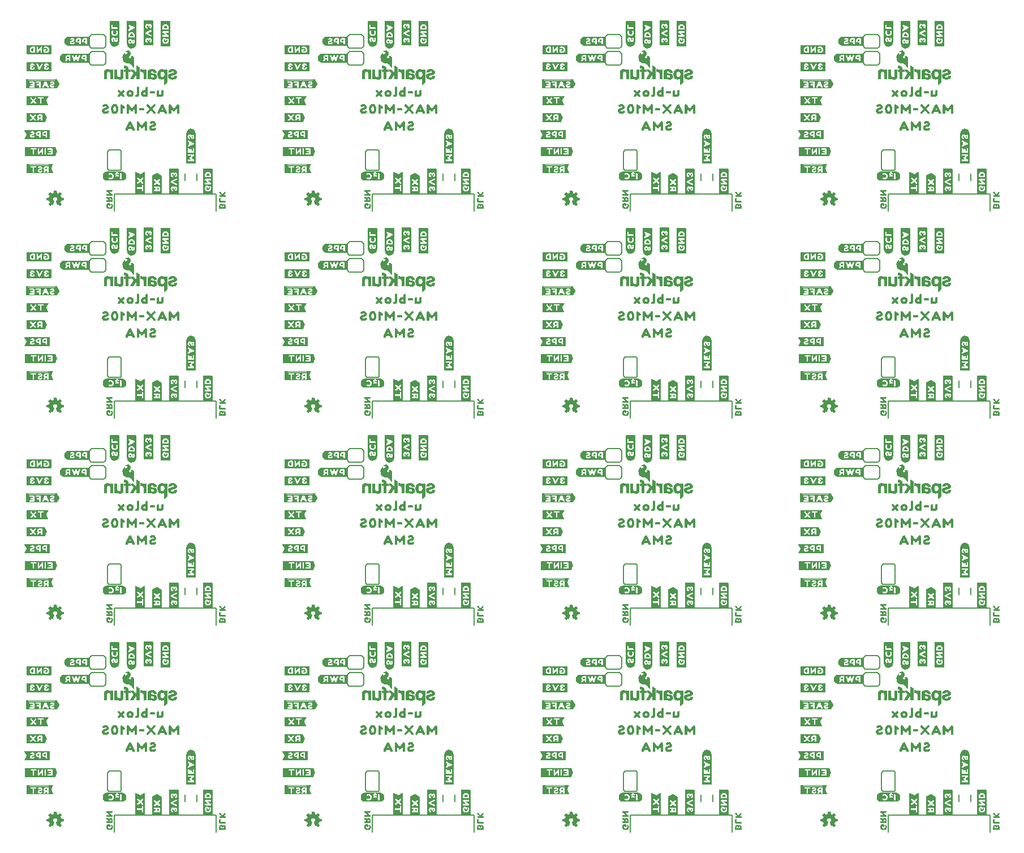
<source format=gbo>
G04 EAGLE Gerber RS-274X export*
G75*
%MOMM*%
%FSLAX34Y34*%
%LPD*%
%INSilkscreen Bottom*%
%IPPOS*%
%AMOC8*
5,1,8,0,0,1.08239X$1,22.5*%
G01*
%ADD10C,0.203200*%
%ADD11C,0.152400*%

G36*
X1431466Y380600D02*
X1431466Y380600D01*
X1431479Y380600D01*
X1431779Y381000D01*
X1431779Y381008D01*
X1431783Y381011D01*
X1431779Y381015D01*
X1431779Y381022D01*
X1431789Y381030D01*
X1431789Y426630D01*
X1431786Y426634D01*
X1431789Y426637D01*
X1431689Y427337D01*
X1431688Y427338D01*
X1431689Y427338D01*
X1431589Y427938D01*
X1431585Y427941D01*
X1431587Y427944D01*
X1431387Y428644D01*
X1431382Y428648D01*
X1431384Y428652D01*
X1430784Y429852D01*
X1430780Y429854D01*
X1430781Y429857D01*
X1430381Y430457D01*
X1430374Y430460D01*
X1430375Y430465D01*
X1429475Y431365D01*
X1429471Y431365D01*
X1429472Y431368D01*
X1428872Y431868D01*
X1428863Y431868D01*
X1428862Y431874D01*
X1427062Y432774D01*
X1427052Y432772D01*
X1427048Y432779D01*
X1426451Y432878D01*
X1425754Y433077D01*
X1425744Y433074D01*
X1425740Y433079D01*
X1424340Y433079D01*
X1424335Y433076D01*
X1424332Y433079D01*
X1423732Y432979D01*
X1423729Y432975D01*
X1423726Y432977D01*
X1423026Y432777D01*
X1423025Y432776D01*
X1423024Y432777D01*
X1422424Y432577D01*
X1422421Y432572D01*
X1422418Y432574D01*
X1421218Y431974D01*
X1421216Y431970D01*
X1421213Y431971D01*
X1420613Y431571D01*
X1420610Y431564D01*
X1420605Y431565D01*
X1420105Y431065D01*
X1420105Y431061D01*
X1420102Y431061D01*
X1419302Y430061D01*
X1419301Y430057D01*
X1419299Y430057D01*
X1418899Y429457D01*
X1418899Y429453D01*
X1418896Y429452D01*
X1418596Y428852D01*
X1418597Y428847D01*
X1418593Y428846D01*
X1418393Y428246D01*
X1418394Y428244D01*
X1418393Y428244D01*
X1418372Y428170D01*
X1418329Y428022D01*
X1418315Y427973D01*
X1418273Y427825D01*
X1418231Y427677D01*
X1418217Y427628D01*
X1418193Y427544D01*
X1418196Y427534D01*
X1418191Y427530D01*
X1418191Y426834D01*
X1418091Y426238D01*
X1418094Y426233D01*
X1418091Y426230D01*
X1418091Y380830D01*
X1418120Y380792D01*
X1418122Y380784D01*
X1418622Y380584D01*
X1418635Y380588D01*
X1418640Y380581D01*
X1431440Y380581D01*
X1431466Y380600D01*
G37*
G36*
X1045386Y1000360D02*
X1045386Y1000360D01*
X1045399Y1000360D01*
X1045699Y1000760D01*
X1045699Y1000768D01*
X1045703Y1000771D01*
X1045699Y1000775D01*
X1045699Y1000782D01*
X1045709Y1000790D01*
X1045709Y1046390D01*
X1045706Y1046394D01*
X1045709Y1046397D01*
X1045609Y1047097D01*
X1045608Y1047098D01*
X1045609Y1047098D01*
X1045509Y1047698D01*
X1045505Y1047701D01*
X1045507Y1047704D01*
X1045307Y1048404D01*
X1045302Y1048408D01*
X1045304Y1048412D01*
X1044704Y1049612D01*
X1044700Y1049614D01*
X1044701Y1049617D01*
X1044301Y1050217D01*
X1044294Y1050220D01*
X1044295Y1050225D01*
X1043395Y1051125D01*
X1043391Y1051125D01*
X1043392Y1051128D01*
X1042792Y1051628D01*
X1042783Y1051628D01*
X1042782Y1051634D01*
X1040982Y1052534D01*
X1040972Y1052532D01*
X1040968Y1052539D01*
X1040371Y1052638D01*
X1039674Y1052837D01*
X1039664Y1052834D01*
X1039660Y1052839D01*
X1038260Y1052839D01*
X1038255Y1052836D01*
X1038252Y1052839D01*
X1037652Y1052739D01*
X1037649Y1052735D01*
X1037646Y1052737D01*
X1036946Y1052537D01*
X1036945Y1052536D01*
X1036944Y1052537D01*
X1036344Y1052337D01*
X1036341Y1052332D01*
X1036338Y1052334D01*
X1035138Y1051734D01*
X1035136Y1051730D01*
X1035133Y1051731D01*
X1034533Y1051331D01*
X1034530Y1051324D01*
X1034525Y1051325D01*
X1034025Y1050825D01*
X1034025Y1050821D01*
X1034022Y1050821D01*
X1033222Y1049821D01*
X1033221Y1049817D01*
X1033219Y1049817D01*
X1032819Y1049217D01*
X1032819Y1049213D01*
X1032816Y1049212D01*
X1032516Y1048612D01*
X1032517Y1048607D01*
X1032513Y1048606D01*
X1032313Y1048006D01*
X1032314Y1048004D01*
X1032313Y1048004D01*
X1032292Y1047930D01*
X1032249Y1047782D01*
X1032235Y1047733D01*
X1032193Y1047585D01*
X1032151Y1047437D01*
X1032137Y1047388D01*
X1032113Y1047304D01*
X1032116Y1047294D01*
X1032111Y1047290D01*
X1032111Y1046594D01*
X1032011Y1045998D01*
X1032014Y1045993D01*
X1032011Y1045990D01*
X1032011Y1000590D01*
X1032040Y1000552D01*
X1032042Y1000544D01*
X1032542Y1000344D01*
X1032555Y1000348D01*
X1032560Y1000341D01*
X1045360Y1000341D01*
X1045386Y1000360D01*
G37*
G36*
X1045386Y380600D02*
X1045386Y380600D01*
X1045399Y380600D01*
X1045699Y381000D01*
X1045699Y381008D01*
X1045703Y381011D01*
X1045699Y381015D01*
X1045699Y381022D01*
X1045709Y381030D01*
X1045709Y426630D01*
X1045706Y426634D01*
X1045709Y426637D01*
X1045609Y427337D01*
X1045608Y427338D01*
X1045609Y427338D01*
X1045509Y427938D01*
X1045505Y427941D01*
X1045507Y427944D01*
X1045307Y428644D01*
X1045302Y428648D01*
X1045304Y428652D01*
X1044704Y429852D01*
X1044700Y429854D01*
X1044701Y429857D01*
X1044301Y430457D01*
X1044294Y430460D01*
X1044295Y430465D01*
X1043395Y431365D01*
X1043391Y431365D01*
X1043392Y431368D01*
X1042792Y431868D01*
X1042783Y431868D01*
X1042782Y431874D01*
X1040982Y432774D01*
X1040972Y432772D01*
X1040968Y432779D01*
X1040371Y432878D01*
X1039674Y433077D01*
X1039664Y433074D01*
X1039660Y433079D01*
X1038260Y433079D01*
X1038255Y433076D01*
X1038252Y433079D01*
X1037652Y432979D01*
X1037649Y432975D01*
X1037646Y432977D01*
X1036946Y432777D01*
X1036945Y432776D01*
X1036944Y432777D01*
X1036344Y432577D01*
X1036341Y432572D01*
X1036338Y432574D01*
X1035138Y431974D01*
X1035136Y431970D01*
X1035133Y431971D01*
X1034533Y431571D01*
X1034530Y431564D01*
X1034525Y431565D01*
X1034025Y431065D01*
X1034025Y431061D01*
X1034022Y431061D01*
X1033222Y430061D01*
X1033221Y430057D01*
X1033219Y430057D01*
X1032819Y429457D01*
X1032819Y429453D01*
X1032816Y429452D01*
X1032516Y428852D01*
X1032517Y428847D01*
X1032513Y428846D01*
X1032313Y428246D01*
X1032314Y428244D01*
X1032313Y428244D01*
X1032292Y428170D01*
X1032249Y428022D01*
X1032235Y427973D01*
X1032193Y427825D01*
X1032151Y427677D01*
X1032137Y427628D01*
X1032113Y427544D01*
X1032116Y427534D01*
X1032111Y427530D01*
X1032111Y426834D01*
X1032011Y426238D01*
X1032014Y426233D01*
X1032011Y426230D01*
X1032011Y380830D01*
X1032040Y380792D01*
X1032042Y380784D01*
X1032542Y380584D01*
X1032555Y380588D01*
X1032560Y380581D01*
X1045360Y380581D01*
X1045386Y380600D01*
G37*
G36*
X659306Y380600D02*
X659306Y380600D01*
X659319Y380600D01*
X659619Y381000D01*
X659619Y381008D01*
X659623Y381011D01*
X659619Y381015D01*
X659619Y381022D01*
X659629Y381030D01*
X659629Y426630D01*
X659626Y426634D01*
X659629Y426637D01*
X659529Y427337D01*
X659528Y427338D01*
X659529Y427338D01*
X659429Y427938D01*
X659425Y427941D01*
X659427Y427944D01*
X659227Y428644D01*
X659222Y428648D01*
X659224Y428652D01*
X658624Y429852D01*
X658620Y429854D01*
X658621Y429857D01*
X658221Y430457D01*
X658214Y430460D01*
X658215Y430465D01*
X657315Y431365D01*
X657311Y431365D01*
X657312Y431368D01*
X656712Y431868D01*
X656703Y431868D01*
X656702Y431874D01*
X654902Y432774D01*
X654892Y432772D01*
X654888Y432779D01*
X654291Y432878D01*
X653594Y433077D01*
X653584Y433074D01*
X653580Y433079D01*
X652180Y433079D01*
X652175Y433076D01*
X652172Y433079D01*
X651572Y432979D01*
X651569Y432975D01*
X651566Y432977D01*
X650866Y432777D01*
X650865Y432776D01*
X650864Y432777D01*
X650264Y432577D01*
X650261Y432572D01*
X650258Y432574D01*
X649058Y431974D01*
X649056Y431970D01*
X649053Y431971D01*
X648453Y431571D01*
X648450Y431564D01*
X648445Y431565D01*
X647945Y431065D01*
X647945Y431061D01*
X647942Y431061D01*
X647142Y430061D01*
X647141Y430057D01*
X647139Y430057D01*
X646739Y429457D01*
X646739Y429453D01*
X646736Y429452D01*
X646436Y428852D01*
X646437Y428847D01*
X646433Y428846D01*
X646233Y428246D01*
X646234Y428244D01*
X646233Y428244D01*
X646212Y428170D01*
X646169Y428022D01*
X646155Y427973D01*
X646113Y427825D01*
X646071Y427677D01*
X646057Y427628D01*
X646033Y427544D01*
X646036Y427534D01*
X646031Y427530D01*
X646031Y426834D01*
X645931Y426238D01*
X645934Y426233D01*
X645931Y426230D01*
X645931Y380830D01*
X645960Y380792D01*
X645962Y380784D01*
X646462Y380584D01*
X646475Y380588D01*
X646480Y380581D01*
X659280Y380581D01*
X659306Y380600D01*
G37*
G36*
X1431466Y70720D02*
X1431466Y70720D01*
X1431479Y70720D01*
X1431779Y71120D01*
X1431779Y71128D01*
X1431783Y71131D01*
X1431779Y71135D01*
X1431779Y71142D01*
X1431789Y71150D01*
X1431789Y116750D01*
X1431786Y116754D01*
X1431789Y116757D01*
X1431689Y117457D01*
X1431688Y117458D01*
X1431689Y117458D01*
X1431589Y118058D01*
X1431585Y118061D01*
X1431587Y118064D01*
X1431387Y118764D01*
X1431382Y118768D01*
X1431384Y118772D01*
X1430784Y119972D01*
X1430780Y119974D01*
X1430781Y119977D01*
X1430381Y120577D01*
X1430374Y120580D01*
X1430375Y120585D01*
X1429475Y121485D01*
X1429471Y121485D01*
X1429472Y121488D01*
X1428872Y121988D01*
X1428863Y121988D01*
X1428862Y121994D01*
X1427062Y122894D01*
X1427052Y122892D01*
X1427048Y122899D01*
X1426451Y122998D01*
X1425754Y123197D01*
X1425744Y123194D01*
X1425740Y123199D01*
X1424340Y123199D01*
X1424335Y123196D01*
X1424332Y123199D01*
X1423732Y123099D01*
X1423729Y123095D01*
X1423726Y123097D01*
X1423026Y122897D01*
X1423025Y122896D01*
X1423024Y122897D01*
X1422424Y122697D01*
X1422421Y122692D01*
X1422418Y122694D01*
X1421218Y122094D01*
X1421216Y122090D01*
X1421213Y122091D01*
X1420613Y121691D01*
X1420610Y121684D01*
X1420605Y121685D01*
X1420105Y121185D01*
X1420105Y121181D01*
X1420102Y121181D01*
X1419302Y120181D01*
X1419301Y120177D01*
X1419299Y120177D01*
X1418899Y119577D01*
X1418899Y119573D01*
X1418896Y119572D01*
X1418596Y118972D01*
X1418597Y118967D01*
X1418593Y118966D01*
X1418393Y118366D01*
X1418394Y118364D01*
X1418393Y118364D01*
X1418372Y118290D01*
X1418329Y118142D01*
X1418315Y118093D01*
X1418273Y117945D01*
X1418231Y117797D01*
X1418217Y117748D01*
X1418193Y117664D01*
X1418196Y117654D01*
X1418191Y117650D01*
X1418191Y116954D01*
X1418091Y116358D01*
X1418094Y116353D01*
X1418091Y116350D01*
X1418091Y70950D01*
X1418120Y70912D01*
X1418122Y70904D01*
X1418622Y70704D01*
X1418635Y70708D01*
X1418640Y70701D01*
X1431440Y70701D01*
X1431466Y70720D01*
G37*
G36*
X1045386Y690480D02*
X1045386Y690480D01*
X1045399Y690480D01*
X1045699Y690880D01*
X1045699Y690888D01*
X1045703Y690891D01*
X1045699Y690895D01*
X1045699Y690902D01*
X1045709Y690910D01*
X1045709Y736510D01*
X1045706Y736514D01*
X1045709Y736517D01*
X1045609Y737217D01*
X1045608Y737218D01*
X1045609Y737218D01*
X1045509Y737818D01*
X1045505Y737821D01*
X1045507Y737824D01*
X1045307Y738524D01*
X1045302Y738528D01*
X1045304Y738532D01*
X1044704Y739732D01*
X1044700Y739734D01*
X1044701Y739737D01*
X1044301Y740337D01*
X1044294Y740340D01*
X1044295Y740345D01*
X1043395Y741245D01*
X1043391Y741245D01*
X1043392Y741248D01*
X1042792Y741748D01*
X1042783Y741748D01*
X1042782Y741754D01*
X1040982Y742654D01*
X1040972Y742652D01*
X1040968Y742659D01*
X1040371Y742758D01*
X1039674Y742957D01*
X1039664Y742954D01*
X1039660Y742959D01*
X1038260Y742959D01*
X1038255Y742956D01*
X1038252Y742959D01*
X1037652Y742859D01*
X1037649Y742855D01*
X1037646Y742857D01*
X1036946Y742657D01*
X1036945Y742656D01*
X1036944Y742657D01*
X1036344Y742457D01*
X1036341Y742452D01*
X1036338Y742454D01*
X1035138Y741854D01*
X1035136Y741850D01*
X1035133Y741851D01*
X1034533Y741451D01*
X1034530Y741444D01*
X1034525Y741445D01*
X1034025Y740945D01*
X1034025Y740941D01*
X1034022Y740941D01*
X1033222Y739941D01*
X1033221Y739937D01*
X1033219Y739937D01*
X1032819Y739337D01*
X1032819Y739333D01*
X1032816Y739332D01*
X1032516Y738732D01*
X1032517Y738727D01*
X1032513Y738726D01*
X1032313Y738126D01*
X1032314Y738124D01*
X1032313Y738124D01*
X1032292Y738050D01*
X1032249Y737902D01*
X1032235Y737853D01*
X1032193Y737705D01*
X1032151Y737557D01*
X1032137Y737508D01*
X1032113Y737424D01*
X1032116Y737414D01*
X1032111Y737410D01*
X1032111Y736714D01*
X1032011Y736118D01*
X1032014Y736113D01*
X1032011Y736110D01*
X1032011Y690710D01*
X1032040Y690672D01*
X1032042Y690664D01*
X1032542Y690464D01*
X1032555Y690468D01*
X1032560Y690461D01*
X1045360Y690461D01*
X1045386Y690480D01*
G37*
G36*
X273226Y70720D02*
X273226Y70720D01*
X273239Y70720D01*
X273539Y71120D01*
X273539Y71128D01*
X273543Y71131D01*
X273539Y71135D01*
X273539Y71142D01*
X273549Y71150D01*
X273549Y116750D01*
X273546Y116754D01*
X273549Y116757D01*
X273449Y117457D01*
X273448Y117458D01*
X273449Y117458D01*
X273349Y118058D01*
X273345Y118061D01*
X273347Y118064D01*
X273147Y118764D01*
X273142Y118768D01*
X273144Y118772D01*
X272544Y119972D01*
X272540Y119974D01*
X272541Y119977D01*
X272141Y120577D01*
X272134Y120580D01*
X272135Y120585D01*
X271235Y121485D01*
X271231Y121485D01*
X271232Y121488D01*
X270632Y121988D01*
X270623Y121988D01*
X270622Y121994D01*
X268822Y122894D01*
X268812Y122892D01*
X268808Y122899D01*
X268211Y122998D01*
X267514Y123197D01*
X267504Y123194D01*
X267500Y123199D01*
X266100Y123199D01*
X266095Y123196D01*
X266092Y123199D01*
X265492Y123099D01*
X265489Y123095D01*
X265486Y123097D01*
X264786Y122897D01*
X264785Y122896D01*
X264784Y122897D01*
X264184Y122697D01*
X264181Y122692D01*
X264178Y122694D01*
X262978Y122094D01*
X262976Y122090D01*
X262973Y122091D01*
X262373Y121691D01*
X262370Y121684D01*
X262365Y121685D01*
X261865Y121185D01*
X261865Y121181D01*
X261862Y121181D01*
X261062Y120181D01*
X261061Y120177D01*
X261059Y120177D01*
X260659Y119577D01*
X260659Y119573D01*
X260656Y119572D01*
X260356Y118972D01*
X260357Y118967D01*
X260353Y118966D01*
X260153Y118366D01*
X260154Y118364D01*
X260153Y118364D01*
X260132Y118290D01*
X260089Y118142D01*
X260075Y118093D01*
X260033Y117945D01*
X259991Y117797D01*
X259977Y117748D01*
X259953Y117664D01*
X259956Y117654D01*
X259951Y117650D01*
X259951Y116954D01*
X259851Y116358D01*
X259854Y116353D01*
X259851Y116350D01*
X259851Y70950D01*
X259880Y70912D01*
X259882Y70904D01*
X260382Y70704D01*
X260395Y70708D01*
X260400Y70701D01*
X273200Y70701D01*
X273226Y70720D01*
G37*
G36*
X659306Y690480D02*
X659306Y690480D01*
X659319Y690480D01*
X659619Y690880D01*
X659619Y690888D01*
X659623Y690891D01*
X659619Y690895D01*
X659619Y690902D01*
X659629Y690910D01*
X659629Y736510D01*
X659626Y736514D01*
X659629Y736517D01*
X659529Y737217D01*
X659528Y737218D01*
X659529Y737218D01*
X659429Y737818D01*
X659425Y737821D01*
X659427Y737824D01*
X659227Y738524D01*
X659222Y738528D01*
X659224Y738532D01*
X658624Y739732D01*
X658620Y739734D01*
X658621Y739737D01*
X658221Y740337D01*
X658214Y740340D01*
X658215Y740345D01*
X657315Y741245D01*
X657311Y741245D01*
X657312Y741248D01*
X656712Y741748D01*
X656703Y741748D01*
X656702Y741754D01*
X654902Y742654D01*
X654892Y742652D01*
X654888Y742659D01*
X654291Y742758D01*
X653594Y742957D01*
X653584Y742954D01*
X653580Y742959D01*
X652180Y742959D01*
X652175Y742956D01*
X652172Y742959D01*
X651572Y742859D01*
X651569Y742855D01*
X651566Y742857D01*
X650866Y742657D01*
X650865Y742656D01*
X650864Y742657D01*
X650264Y742457D01*
X650261Y742452D01*
X650258Y742454D01*
X649058Y741854D01*
X649056Y741850D01*
X649053Y741851D01*
X648453Y741451D01*
X648450Y741444D01*
X648445Y741445D01*
X647945Y740945D01*
X647945Y740941D01*
X647942Y740941D01*
X647142Y739941D01*
X647141Y739937D01*
X647139Y739937D01*
X646739Y739337D01*
X646739Y739333D01*
X646736Y739332D01*
X646436Y738732D01*
X646437Y738727D01*
X646433Y738726D01*
X646233Y738126D01*
X646234Y738124D01*
X646233Y738124D01*
X646212Y738050D01*
X646169Y737902D01*
X646155Y737853D01*
X646113Y737705D01*
X646071Y737557D01*
X646057Y737508D01*
X646033Y737424D01*
X646036Y737414D01*
X646031Y737410D01*
X646031Y736714D01*
X645931Y736118D01*
X645934Y736113D01*
X645931Y736110D01*
X645931Y690710D01*
X645960Y690672D01*
X645962Y690664D01*
X646462Y690464D01*
X646475Y690468D01*
X646480Y690461D01*
X659280Y690461D01*
X659306Y690480D01*
G37*
G36*
X273226Y690480D02*
X273226Y690480D01*
X273239Y690480D01*
X273539Y690880D01*
X273539Y690888D01*
X273543Y690891D01*
X273539Y690895D01*
X273539Y690902D01*
X273549Y690910D01*
X273549Y736510D01*
X273546Y736514D01*
X273549Y736517D01*
X273449Y737217D01*
X273448Y737218D01*
X273449Y737218D01*
X273349Y737818D01*
X273345Y737821D01*
X273347Y737824D01*
X273147Y738524D01*
X273142Y738528D01*
X273144Y738532D01*
X272544Y739732D01*
X272540Y739734D01*
X272541Y739737D01*
X272141Y740337D01*
X272134Y740340D01*
X272135Y740345D01*
X271235Y741245D01*
X271231Y741245D01*
X271232Y741248D01*
X270632Y741748D01*
X270623Y741748D01*
X270622Y741754D01*
X268822Y742654D01*
X268812Y742652D01*
X268808Y742659D01*
X268211Y742758D01*
X267514Y742957D01*
X267504Y742954D01*
X267500Y742959D01*
X266100Y742959D01*
X266095Y742956D01*
X266092Y742959D01*
X265492Y742859D01*
X265489Y742855D01*
X265486Y742857D01*
X264786Y742657D01*
X264785Y742656D01*
X264784Y742657D01*
X264184Y742457D01*
X264181Y742452D01*
X264178Y742454D01*
X262978Y741854D01*
X262976Y741850D01*
X262973Y741851D01*
X262373Y741451D01*
X262370Y741444D01*
X262365Y741445D01*
X261865Y740945D01*
X261865Y740941D01*
X261862Y740941D01*
X261062Y739941D01*
X261061Y739937D01*
X261059Y739937D01*
X260659Y739337D01*
X260659Y739333D01*
X260656Y739332D01*
X260356Y738732D01*
X260357Y738727D01*
X260353Y738726D01*
X260153Y738126D01*
X260154Y738124D01*
X260153Y738124D01*
X260132Y738050D01*
X260089Y737902D01*
X260075Y737853D01*
X260033Y737705D01*
X259991Y737557D01*
X259977Y737508D01*
X259953Y737424D01*
X259956Y737414D01*
X259951Y737410D01*
X259951Y736714D01*
X259851Y736118D01*
X259854Y736113D01*
X259851Y736110D01*
X259851Y690710D01*
X259880Y690672D01*
X259882Y690664D01*
X260382Y690464D01*
X260395Y690468D01*
X260400Y690461D01*
X273200Y690461D01*
X273226Y690480D01*
G37*
G36*
X1431466Y690480D02*
X1431466Y690480D01*
X1431479Y690480D01*
X1431779Y690880D01*
X1431779Y690888D01*
X1431783Y690891D01*
X1431779Y690895D01*
X1431779Y690902D01*
X1431789Y690910D01*
X1431789Y736510D01*
X1431786Y736514D01*
X1431789Y736517D01*
X1431689Y737217D01*
X1431688Y737218D01*
X1431689Y737218D01*
X1431589Y737818D01*
X1431585Y737821D01*
X1431587Y737824D01*
X1431387Y738524D01*
X1431382Y738528D01*
X1431384Y738532D01*
X1430784Y739732D01*
X1430780Y739734D01*
X1430781Y739737D01*
X1430381Y740337D01*
X1430374Y740340D01*
X1430375Y740345D01*
X1429475Y741245D01*
X1429471Y741245D01*
X1429472Y741248D01*
X1428872Y741748D01*
X1428863Y741748D01*
X1428862Y741754D01*
X1427062Y742654D01*
X1427052Y742652D01*
X1427048Y742659D01*
X1426451Y742758D01*
X1425754Y742957D01*
X1425744Y742954D01*
X1425740Y742959D01*
X1424340Y742959D01*
X1424335Y742956D01*
X1424332Y742959D01*
X1423732Y742859D01*
X1423729Y742855D01*
X1423726Y742857D01*
X1423026Y742657D01*
X1423025Y742656D01*
X1423024Y742657D01*
X1422424Y742457D01*
X1422421Y742452D01*
X1422418Y742454D01*
X1421218Y741854D01*
X1421216Y741850D01*
X1421213Y741851D01*
X1420613Y741451D01*
X1420610Y741444D01*
X1420605Y741445D01*
X1420105Y740945D01*
X1420105Y740941D01*
X1420102Y740941D01*
X1419302Y739941D01*
X1419301Y739937D01*
X1419299Y739937D01*
X1418899Y739337D01*
X1418899Y739333D01*
X1418896Y739332D01*
X1418596Y738732D01*
X1418597Y738727D01*
X1418593Y738726D01*
X1418393Y738126D01*
X1418394Y738124D01*
X1418393Y738124D01*
X1418372Y738050D01*
X1418329Y737902D01*
X1418315Y737853D01*
X1418273Y737705D01*
X1418231Y737557D01*
X1418217Y737508D01*
X1418193Y737424D01*
X1418196Y737414D01*
X1418191Y737410D01*
X1418191Y736714D01*
X1418091Y736118D01*
X1418094Y736113D01*
X1418091Y736110D01*
X1418091Y690710D01*
X1418120Y690672D01*
X1418122Y690664D01*
X1418622Y690464D01*
X1418635Y690468D01*
X1418640Y690461D01*
X1431440Y690461D01*
X1431466Y690480D01*
G37*
G36*
X273226Y380600D02*
X273226Y380600D01*
X273239Y380600D01*
X273539Y381000D01*
X273539Y381008D01*
X273543Y381011D01*
X273539Y381015D01*
X273539Y381022D01*
X273549Y381030D01*
X273549Y426630D01*
X273546Y426634D01*
X273549Y426637D01*
X273449Y427337D01*
X273448Y427338D01*
X273449Y427338D01*
X273349Y427938D01*
X273345Y427941D01*
X273347Y427944D01*
X273147Y428644D01*
X273142Y428648D01*
X273144Y428652D01*
X272544Y429852D01*
X272540Y429854D01*
X272541Y429857D01*
X272141Y430457D01*
X272134Y430460D01*
X272135Y430465D01*
X271235Y431365D01*
X271231Y431365D01*
X271232Y431368D01*
X270632Y431868D01*
X270623Y431868D01*
X270622Y431874D01*
X268822Y432774D01*
X268812Y432772D01*
X268808Y432779D01*
X268211Y432878D01*
X267514Y433077D01*
X267504Y433074D01*
X267500Y433079D01*
X266100Y433079D01*
X266095Y433076D01*
X266092Y433079D01*
X265492Y432979D01*
X265489Y432975D01*
X265486Y432977D01*
X264786Y432777D01*
X264785Y432776D01*
X264784Y432777D01*
X264184Y432577D01*
X264181Y432572D01*
X264178Y432574D01*
X262978Y431974D01*
X262976Y431970D01*
X262973Y431971D01*
X262373Y431571D01*
X262370Y431564D01*
X262365Y431565D01*
X261865Y431065D01*
X261865Y431061D01*
X261862Y431061D01*
X261062Y430061D01*
X261061Y430057D01*
X261059Y430057D01*
X260659Y429457D01*
X260659Y429453D01*
X260656Y429452D01*
X260356Y428852D01*
X260357Y428847D01*
X260353Y428846D01*
X260153Y428246D01*
X260154Y428244D01*
X260153Y428244D01*
X260132Y428170D01*
X260089Y428022D01*
X260075Y427973D01*
X260033Y427825D01*
X259991Y427677D01*
X259977Y427628D01*
X259953Y427544D01*
X259956Y427534D01*
X259951Y427530D01*
X259951Y426834D01*
X259851Y426238D01*
X259854Y426233D01*
X259851Y426230D01*
X259851Y380830D01*
X259880Y380792D01*
X259882Y380784D01*
X260382Y380584D01*
X260395Y380588D01*
X260400Y380581D01*
X273200Y380581D01*
X273226Y380600D01*
G37*
G36*
X659306Y70720D02*
X659306Y70720D01*
X659319Y70720D01*
X659619Y71120D01*
X659619Y71128D01*
X659623Y71131D01*
X659619Y71135D01*
X659619Y71142D01*
X659629Y71150D01*
X659629Y116750D01*
X659626Y116754D01*
X659629Y116757D01*
X659529Y117457D01*
X659528Y117458D01*
X659529Y117458D01*
X659429Y118058D01*
X659425Y118061D01*
X659427Y118064D01*
X659227Y118764D01*
X659222Y118768D01*
X659224Y118772D01*
X658624Y119972D01*
X658620Y119974D01*
X658621Y119977D01*
X658221Y120577D01*
X658214Y120580D01*
X658215Y120585D01*
X657315Y121485D01*
X657311Y121485D01*
X657312Y121488D01*
X656712Y121988D01*
X656703Y121988D01*
X656702Y121994D01*
X654902Y122894D01*
X654892Y122892D01*
X654888Y122899D01*
X654291Y122998D01*
X653594Y123197D01*
X653584Y123194D01*
X653580Y123199D01*
X652180Y123199D01*
X652175Y123196D01*
X652172Y123199D01*
X651572Y123099D01*
X651569Y123095D01*
X651566Y123097D01*
X650866Y122897D01*
X650865Y122896D01*
X650864Y122897D01*
X650264Y122697D01*
X650261Y122692D01*
X650258Y122694D01*
X649058Y122094D01*
X649056Y122090D01*
X649053Y122091D01*
X648453Y121691D01*
X648450Y121684D01*
X648445Y121685D01*
X647945Y121185D01*
X647945Y121181D01*
X647942Y121181D01*
X647142Y120181D01*
X647141Y120177D01*
X647139Y120177D01*
X646739Y119577D01*
X646739Y119573D01*
X646736Y119572D01*
X646436Y118972D01*
X646437Y118967D01*
X646433Y118966D01*
X646233Y118366D01*
X646234Y118364D01*
X646233Y118364D01*
X646212Y118290D01*
X646169Y118142D01*
X646155Y118093D01*
X646113Y117945D01*
X646071Y117797D01*
X646057Y117748D01*
X646033Y117664D01*
X646036Y117654D01*
X646031Y117650D01*
X646031Y116954D01*
X645931Y116358D01*
X645934Y116353D01*
X645931Y116350D01*
X645931Y70950D01*
X645960Y70912D01*
X645962Y70904D01*
X646462Y70704D01*
X646475Y70708D01*
X646480Y70701D01*
X659280Y70701D01*
X659306Y70720D01*
G37*
G36*
X1431466Y1000360D02*
X1431466Y1000360D01*
X1431479Y1000360D01*
X1431779Y1000760D01*
X1431779Y1000768D01*
X1431783Y1000771D01*
X1431779Y1000775D01*
X1431779Y1000782D01*
X1431789Y1000790D01*
X1431789Y1046390D01*
X1431786Y1046394D01*
X1431789Y1046397D01*
X1431689Y1047097D01*
X1431688Y1047098D01*
X1431689Y1047098D01*
X1431589Y1047698D01*
X1431585Y1047701D01*
X1431587Y1047704D01*
X1431387Y1048404D01*
X1431382Y1048408D01*
X1431384Y1048412D01*
X1430784Y1049612D01*
X1430780Y1049614D01*
X1430781Y1049617D01*
X1430381Y1050217D01*
X1430374Y1050220D01*
X1430375Y1050225D01*
X1429475Y1051125D01*
X1429471Y1051125D01*
X1429472Y1051128D01*
X1428872Y1051628D01*
X1428863Y1051628D01*
X1428862Y1051634D01*
X1427062Y1052534D01*
X1427052Y1052532D01*
X1427048Y1052539D01*
X1426451Y1052638D01*
X1425754Y1052837D01*
X1425744Y1052834D01*
X1425740Y1052839D01*
X1424340Y1052839D01*
X1424335Y1052836D01*
X1424332Y1052839D01*
X1423732Y1052739D01*
X1423729Y1052735D01*
X1423726Y1052737D01*
X1423026Y1052537D01*
X1423025Y1052536D01*
X1423024Y1052537D01*
X1422424Y1052337D01*
X1422421Y1052332D01*
X1422418Y1052334D01*
X1421218Y1051734D01*
X1421216Y1051730D01*
X1421213Y1051731D01*
X1420613Y1051331D01*
X1420610Y1051324D01*
X1420605Y1051325D01*
X1420105Y1050825D01*
X1420105Y1050821D01*
X1420102Y1050821D01*
X1419302Y1049821D01*
X1419301Y1049817D01*
X1419299Y1049817D01*
X1418899Y1049217D01*
X1418899Y1049213D01*
X1418896Y1049212D01*
X1418596Y1048612D01*
X1418597Y1048607D01*
X1418593Y1048606D01*
X1418393Y1048006D01*
X1418394Y1048004D01*
X1418393Y1048004D01*
X1418372Y1047930D01*
X1418329Y1047782D01*
X1418315Y1047733D01*
X1418273Y1047585D01*
X1418231Y1047437D01*
X1418217Y1047388D01*
X1418193Y1047304D01*
X1418196Y1047294D01*
X1418191Y1047290D01*
X1418191Y1046594D01*
X1418091Y1045998D01*
X1418094Y1045993D01*
X1418091Y1045990D01*
X1418091Y1000590D01*
X1418120Y1000552D01*
X1418122Y1000544D01*
X1418622Y1000344D01*
X1418635Y1000348D01*
X1418640Y1000341D01*
X1431440Y1000341D01*
X1431466Y1000360D01*
G37*
G36*
X1045386Y70720D02*
X1045386Y70720D01*
X1045399Y70720D01*
X1045699Y71120D01*
X1045699Y71128D01*
X1045703Y71131D01*
X1045699Y71135D01*
X1045699Y71142D01*
X1045709Y71150D01*
X1045709Y116750D01*
X1045706Y116754D01*
X1045709Y116757D01*
X1045609Y117457D01*
X1045608Y117458D01*
X1045609Y117458D01*
X1045509Y118058D01*
X1045505Y118061D01*
X1045507Y118064D01*
X1045307Y118764D01*
X1045302Y118768D01*
X1045304Y118772D01*
X1044704Y119972D01*
X1044700Y119974D01*
X1044701Y119977D01*
X1044301Y120577D01*
X1044294Y120580D01*
X1044295Y120585D01*
X1043395Y121485D01*
X1043391Y121485D01*
X1043392Y121488D01*
X1042792Y121988D01*
X1042783Y121988D01*
X1042782Y121994D01*
X1040982Y122894D01*
X1040972Y122892D01*
X1040968Y122899D01*
X1040371Y122998D01*
X1039674Y123197D01*
X1039664Y123194D01*
X1039660Y123199D01*
X1038260Y123199D01*
X1038255Y123196D01*
X1038252Y123199D01*
X1037652Y123099D01*
X1037649Y123095D01*
X1037646Y123097D01*
X1036946Y122897D01*
X1036945Y122896D01*
X1036944Y122897D01*
X1036344Y122697D01*
X1036341Y122692D01*
X1036338Y122694D01*
X1035138Y122094D01*
X1035136Y122090D01*
X1035133Y122091D01*
X1034533Y121691D01*
X1034530Y121684D01*
X1034525Y121685D01*
X1034025Y121185D01*
X1034025Y121181D01*
X1034022Y121181D01*
X1033222Y120181D01*
X1033221Y120177D01*
X1033219Y120177D01*
X1032819Y119577D01*
X1032819Y119573D01*
X1032816Y119572D01*
X1032516Y118972D01*
X1032517Y118967D01*
X1032513Y118966D01*
X1032313Y118366D01*
X1032314Y118364D01*
X1032313Y118364D01*
X1032292Y118290D01*
X1032249Y118142D01*
X1032235Y118093D01*
X1032193Y117945D01*
X1032151Y117797D01*
X1032137Y117748D01*
X1032113Y117664D01*
X1032116Y117654D01*
X1032111Y117650D01*
X1032111Y116954D01*
X1032011Y116358D01*
X1032014Y116353D01*
X1032011Y116350D01*
X1032011Y70950D01*
X1032040Y70912D01*
X1032042Y70904D01*
X1032542Y70704D01*
X1032555Y70708D01*
X1032560Y70701D01*
X1045360Y70701D01*
X1045386Y70720D01*
G37*
G36*
X659306Y1000360D02*
X659306Y1000360D01*
X659319Y1000360D01*
X659619Y1000760D01*
X659619Y1000768D01*
X659623Y1000771D01*
X659619Y1000775D01*
X659619Y1000782D01*
X659629Y1000790D01*
X659629Y1046390D01*
X659626Y1046394D01*
X659629Y1046397D01*
X659529Y1047097D01*
X659528Y1047098D01*
X659529Y1047098D01*
X659429Y1047698D01*
X659425Y1047701D01*
X659427Y1047704D01*
X659227Y1048404D01*
X659222Y1048408D01*
X659224Y1048412D01*
X658624Y1049612D01*
X658620Y1049614D01*
X658621Y1049617D01*
X658221Y1050217D01*
X658214Y1050220D01*
X658215Y1050225D01*
X657315Y1051125D01*
X657311Y1051125D01*
X657312Y1051128D01*
X656712Y1051628D01*
X656703Y1051628D01*
X656702Y1051634D01*
X654902Y1052534D01*
X654892Y1052532D01*
X654888Y1052539D01*
X654291Y1052638D01*
X653594Y1052837D01*
X653584Y1052834D01*
X653580Y1052839D01*
X652180Y1052839D01*
X652175Y1052836D01*
X652172Y1052839D01*
X651572Y1052739D01*
X651569Y1052735D01*
X651566Y1052737D01*
X650866Y1052537D01*
X650865Y1052536D01*
X650864Y1052537D01*
X650264Y1052337D01*
X650261Y1052332D01*
X650258Y1052334D01*
X649058Y1051734D01*
X649056Y1051730D01*
X649053Y1051731D01*
X648453Y1051331D01*
X648450Y1051324D01*
X648445Y1051325D01*
X647945Y1050825D01*
X647945Y1050821D01*
X647942Y1050821D01*
X647142Y1049821D01*
X647141Y1049817D01*
X647139Y1049817D01*
X646739Y1049217D01*
X646739Y1049213D01*
X646736Y1049212D01*
X646436Y1048612D01*
X646437Y1048607D01*
X646433Y1048606D01*
X646233Y1048006D01*
X646234Y1048004D01*
X646233Y1048004D01*
X646212Y1047930D01*
X646169Y1047782D01*
X646155Y1047733D01*
X646113Y1047585D01*
X646071Y1047437D01*
X646057Y1047388D01*
X646033Y1047304D01*
X646036Y1047294D01*
X646031Y1047290D01*
X646031Y1046594D01*
X645931Y1045998D01*
X645934Y1045993D01*
X645931Y1045990D01*
X645931Y1000590D01*
X645960Y1000552D01*
X645962Y1000544D01*
X646462Y1000344D01*
X646475Y1000348D01*
X646480Y1000341D01*
X659280Y1000341D01*
X659306Y1000360D01*
G37*
G36*
X273226Y1000360D02*
X273226Y1000360D01*
X273239Y1000360D01*
X273539Y1000760D01*
X273539Y1000768D01*
X273543Y1000771D01*
X273539Y1000775D01*
X273539Y1000782D01*
X273549Y1000790D01*
X273549Y1046390D01*
X273546Y1046394D01*
X273549Y1046397D01*
X273449Y1047097D01*
X273448Y1047098D01*
X273449Y1047098D01*
X273349Y1047698D01*
X273345Y1047701D01*
X273347Y1047704D01*
X273147Y1048404D01*
X273142Y1048408D01*
X273144Y1048412D01*
X272544Y1049612D01*
X272540Y1049614D01*
X272541Y1049617D01*
X272141Y1050217D01*
X272134Y1050220D01*
X272135Y1050225D01*
X271235Y1051125D01*
X271231Y1051125D01*
X271232Y1051128D01*
X270632Y1051628D01*
X270623Y1051628D01*
X270622Y1051634D01*
X268822Y1052534D01*
X268812Y1052532D01*
X268808Y1052539D01*
X268211Y1052638D01*
X267514Y1052837D01*
X267504Y1052834D01*
X267500Y1052839D01*
X266100Y1052839D01*
X266095Y1052836D01*
X266092Y1052839D01*
X265492Y1052739D01*
X265489Y1052735D01*
X265486Y1052737D01*
X264786Y1052537D01*
X264785Y1052536D01*
X264784Y1052537D01*
X264184Y1052337D01*
X264181Y1052332D01*
X264178Y1052334D01*
X262978Y1051734D01*
X262976Y1051730D01*
X262973Y1051731D01*
X262373Y1051331D01*
X262370Y1051324D01*
X262365Y1051325D01*
X261865Y1050825D01*
X261865Y1050821D01*
X261862Y1050821D01*
X261062Y1049821D01*
X261061Y1049817D01*
X261059Y1049817D01*
X260659Y1049217D01*
X260659Y1049213D01*
X260656Y1049212D01*
X260356Y1048612D01*
X260357Y1048607D01*
X260353Y1048606D01*
X260153Y1048006D01*
X260154Y1048004D01*
X260153Y1048004D01*
X260132Y1047930D01*
X260089Y1047782D01*
X260075Y1047733D01*
X260033Y1047585D01*
X259991Y1047437D01*
X259977Y1047388D01*
X259953Y1047304D01*
X259956Y1047294D01*
X259951Y1047290D01*
X259951Y1046594D01*
X259851Y1045998D01*
X259854Y1045993D01*
X259851Y1045990D01*
X259851Y1000590D01*
X259880Y1000552D01*
X259882Y1000544D01*
X260382Y1000344D01*
X260395Y1000348D01*
X260400Y1000341D01*
X273200Y1000341D01*
X273226Y1000360D01*
G37*
G36*
X65893Y493540D02*
X65893Y493540D01*
X65902Y493536D01*
X66502Y493836D01*
X66512Y493856D01*
X66524Y493858D01*
X69524Y499858D01*
X69522Y499866D01*
X69528Y499871D01*
X69529Y499872D01*
X69629Y500472D01*
X69619Y500491D01*
X69624Y500502D01*
X66624Y506602D01*
X66324Y507202D01*
X66287Y507221D01*
X66280Y507229D01*
X62980Y507229D01*
X62951Y507207D01*
X62938Y507206D01*
X62925Y507185D01*
X62918Y507195D01*
X62916Y507213D01*
X62905Y507212D01*
X62893Y507227D01*
X62886Y507222D01*
X62880Y507229D01*
X20280Y507229D01*
X20242Y507200D01*
X20234Y507198D01*
X20034Y506698D01*
X20035Y506696D01*
X20033Y506694D01*
X20037Y506688D01*
X20038Y506685D01*
X20031Y506680D01*
X20031Y493780D01*
X20060Y493742D01*
X20062Y493734D01*
X20562Y493534D01*
X20575Y493538D01*
X20580Y493531D01*
X65880Y493531D01*
X65893Y493540D01*
G37*
G36*
X838053Y803420D02*
X838053Y803420D01*
X838062Y803416D01*
X838662Y803716D01*
X838672Y803736D01*
X838684Y803738D01*
X841684Y809738D01*
X841682Y809746D01*
X841688Y809751D01*
X841689Y809752D01*
X841789Y810352D01*
X841779Y810371D01*
X841784Y810382D01*
X838784Y816482D01*
X838484Y817082D01*
X838447Y817101D01*
X838440Y817109D01*
X835140Y817109D01*
X835111Y817087D01*
X835098Y817086D01*
X835085Y817065D01*
X835078Y817075D01*
X835076Y817093D01*
X835065Y817092D01*
X835053Y817107D01*
X835046Y817102D01*
X835040Y817109D01*
X792440Y817109D01*
X792402Y817080D01*
X792394Y817078D01*
X792194Y816578D01*
X792195Y816576D01*
X792193Y816574D01*
X792197Y816568D01*
X792198Y816565D01*
X792191Y816560D01*
X792191Y803660D01*
X792220Y803622D01*
X792222Y803614D01*
X792722Y803414D01*
X792735Y803418D01*
X792740Y803411D01*
X838040Y803411D01*
X838053Y803420D01*
G37*
G36*
X838053Y183660D02*
X838053Y183660D01*
X838062Y183656D01*
X838662Y183956D01*
X838672Y183976D01*
X838684Y183978D01*
X841684Y189978D01*
X841682Y189986D01*
X841688Y189991D01*
X841689Y189992D01*
X841789Y190592D01*
X841779Y190611D01*
X841784Y190622D01*
X838784Y196722D01*
X838484Y197322D01*
X838447Y197341D01*
X838440Y197349D01*
X835140Y197349D01*
X835111Y197327D01*
X835098Y197326D01*
X835085Y197305D01*
X835078Y197315D01*
X835076Y197333D01*
X835065Y197332D01*
X835053Y197347D01*
X835046Y197342D01*
X835040Y197349D01*
X792440Y197349D01*
X792402Y197320D01*
X792394Y197318D01*
X792194Y196818D01*
X792195Y196816D01*
X792193Y196814D01*
X792197Y196808D01*
X792198Y196805D01*
X792191Y196800D01*
X792191Y183900D01*
X792220Y183862D01*
X792222Y183854D01*
X792722Y183654D01*
X792735Y183658D01*
X792740Y183651D01*
X838040Y183651D01*
X838053Y183660D01*
G37*
G36*
X1224133Y183660D02*
X1224133Y183660D01*
X1224142Y183656D01*
X1224742Y183956D01*
X1224752Y183976D01*
X1224764Y183978D01*
X1227764Y189978D01*
X1227762Y189986D01*
X1227768Y189991D01*
X1227769Y189992D01*
X1227869Y190592D01*
X1227859Y190611D01*
X1227864Y190622D01*
X1224864Y196722D01*
X1224564Y197322D01*
X1224527Y197341D01*
X1224520Y197349D01*
X1221220Y197349D01*
X1221191Y197327D01*
X1221178Y197326D01*
X1221165Y197305D01*
X1221158Y197315D01*
X1221156Y197333D01*
X1221145Y197332D01*
X1221133Y197347D01*
X1221126Y197342D01*
X1221120Y197349D01*
X1178520Y197349D01*
X1178482Y197320D01*
X1178474Y197318D01*
X1178274Y196818D01*
X1178275Y196816D01*
X1178273Y196814D01*
X1178277Y196808D01*
X1178278Y196805D01*
X1178271Y196800D01*
X1178271Y183900D01*
X1178300Y183862D01*
X1178302Y183854D01*
X1178802Y183654D01*
X1178815Y183658D01*
X1178820Y183651D01*
X1224120Y183651D01*
X1224133Y183660D01*
G37*
G36*
X65893Y183660D02*
X65893Y183660D01*
X65902Y183656D01*
X66502Y183956D01*
X66512Y183976D01*
X66524Y183978D01*
X69524Y189978D01*
X69522Y189986D01*
X69528Y189991D01*
X69529Y189992D01*
X69629Y190592D01*
X69619Y190611D01*
X69624Y190622D01*
X66624Y196722D01*
X66324Y197322D01*
X66287Y197341D01*
X66280Y197349D01*
X62980Y197349D01*
X62951Y197327D01*
X62938Y197326D01*
X62925Y197305D01*
X62918Y197315D01*
X62916Y197333D01*
X62905Y197332D01*
X62893Y197347D01*
X62886Y197342D01*
X62880Y197349D01*
X20280Y197349D01*
X20242Y197320D01*
X20234Y197318D01*
X20034Y196818D01*
X20035Y196816D01*
X20033Y196814D01*
X20037Y196808D01*
X20038Y196805D01*
X20031Y196800D01*
X20031Y183900D01*
X20060Y183862D01*
X20062Y183854D01*
X20562Y183654D01*
X20575Y183658D01*
X20580Y183651D01*
X65880Y183651D01*
X65893Y183660D01*
G37*
G36*
X1224133Y803420D02*
X1224133Y803420D01*
X1224142Y803416D01*
X1224742Y803716D01*
X1224752Y803736D01*
X1224764Y803738D01*
X1227764Y809738D01*
X1227762Y809746D01*
X1227768Y809751D01*
X1227769Y809752D01*
X1227869Y810352D01*
X1227859Y810371D01*
X1227864Y810382D01*
X1224864Y816482D01*
X1224564Y817082D01*
X1224527Y817101D01*
X1224520Y817109D01*
X1221220Y817109D01*
X1221191Y817087D01*
X1221178Y817086D01*
X1221165Y817065D01*
X1221158Y817075D01*
X1221156Y817093D01*
X1221145Y817092D01*
X1221133Y817107D01*
X1221126Y817102D01*
X1221120Y817109D01*
X1178520Y817109D01*
X1178482Y817080D01*
X1178474Y817078D01*
X1178274Y816578D01*
X1178275Y816576D01*
X1178273Y816574D01*
X1178277Y816568D01*
X1178278Y816565D01*
X1178271Y816560D01*
X1178271Y803660D01*
X1178300Y803622D01*
X1178302Y803614D01*
X1178802Y803414D01*
X1178815Y803418D01*
X1178820Y803411D01*
X1224120Y803411D01*
X1224133Y803420D01*
G37*
G36*
X65893Y803420D02*
X65893Y803420D01*
X65902Y803416D01*
X66502Y803716D01*
X66512Y803736D01*
X66524Y803738D01*
X69524Y809738D01*
X69522Y809746D01*
X69528Y809751D01*
X69529Y809752D01*
X69629Y810352D01*
X69619Y810371D01*
X69624Y810382D01*
X66624Y816482D01*
X66324Y817082D01*
X66287Y817101D01*
X66280Y817109D01*
X62980Y817109D01*
X62951Y817087D01*
X62938Y817086D01*
X62925Y817065D01*
X62918Y817075D01*
X62916Y817093D01*
X62905Y817092D01*
X62893Y817107D01*
X62886Y817102D01*
X62880Y817109D01*
X20280Y817109D01*
X20242Y817080D01*
X20234Y817078D01*
X20034Y816578D01*
X20035Y816576D01*
X20033Y816574D01*
X20037Y816568D01*
X20038Y816565D01*
X20031Y816560D01*
X20031Y803660D01*
X20060Y803622D01*
X20062Y803614D01*
X20562Y803414D01*
X20575Y803418D01*
X20580Y803411D01*
X65880Y803411D01*
X65893Y803420D01*
G37*
G36*
X451973Y803420D02*
X451973Y803420D01*
X451982Y803416D01*
X452582Y803716D01*
X452592Y803736D01*
X452604Y803738D01*
X455604Y809738D01*
X455602Y809746D01*
X455608Y809751D01*
X455609Y809752D01*
X455709Y810352D01*
X455699Y810371D01*
X455704Y810382D01*
X452704Y816482D01*
X452404Y817082D01*
X452367Y817101D01*
X452360Y817109D01*
X449060Y817109D01*
X449031Y817087D01*
X449018Y817086D01*
X449005Y817065D01*
X448998Y817075D01*
X448996Y817093D01*
X448985Y817092D01*
X448973Y817107D01*
X448966Y817102D01*
X448960Y817109D01*
X406360Y817109D01*
X406322Y817080D01*
X406314Y817078D01*
X406114Y816578D01*
X406115Y816576D01*
X406113Y816574D01*
X406117Y816568D01*
X406118Y816565D01*
X406111Y816560D01*
X406111Y803660D01*
X406140Y803622D01*
X406142Y803614D01*
X406642Y803414D01*
X406655Y803418D01*
X406660Y803411D01*
X451960Y803411D01*
X451973Y803420D01*
G37*
G36*
X1224133Y1113300D02*
X1224133Y1113300D01*
X1224142Y1113296D01*
X1224742Y1113596D01*
X1224752Y1113616D01*
X1224764Y1113618D01*
X1227764Y1119618D01*
X1227762Y1119626D01*
X1227768Y1119631D01*
X1227769Y1119632D01*
X1227869Y1120232D01*
X1227859Y1120251D01*
X1227864Y1120262D01*
X1224864Y1126362D01*
X1224564Y1126962D01*
X1224527Y1126981D01*
X1224520Y1126989D01*
X1221220Y1126989D01*
X1221191Y1126967D01*
X1221178Y1126966D01*
X1221165Y1126945D01*
X1221158Y1126955D01*
X1221156Y1126973D01*
X1221145Y1126972D01*
X1221133Y1126987D01*
X1221126Y1126982D01*
X1221120Y1126989D01*
X1178520Y1126989D01*
X1178482Y1126960D01*
X1178474Y1126958D01*
X1178274Y1126458D01*
X1178275Y1126456D01*
X1178273Y1126454D01*
X1178277Y1126448D01*
X1178278Y1126445D01*
X1178271Y1126440D01*
X1178271Y1113540D01*
X1178300Y1113502D01*
X1178302Y1113494D01*
X1178802Y1113294D01*
X1178815Y1113298D01*
X1178820Y1113291D01*
X1224120Y1113291D01*
X1224133Y1113300D01*
G37*
G36*
X451973Y1113300D02*
X451973Y1113300D01*
X451982Y1113296D01*
X452582Y1113596D01*
X452592Y1113616D01*
X452604Y1113618D01*
X455604Y1119618D01*
X455602Y1119626D01*
X455608Y1119631D01*
X455609Y1119632D01*
X455709Y1120232D01*
X455699Y1120251D01*
X455704Y1120262D01*
X452704Y1126362D01*
X452404Y1126962D01*
X452367Y1126981D01*
X452360Y1126989D01*
X449060Y1126989D01*
X449031Y1126967D01*
X449018Y1126966D01*
X449005Y1126945D01*
X448998Y1126955D01*
X448996Y1126973D01*
X448985Y1126972D01*
X448973Y1126987D01*
X448966Y1126982D01*
X448960Y1126989D01*
X406360Y1126989D01*
X406322Y1126960D01*
X406314Y1126958D01*
X406114Y1126458D01*
X406115Y1126456D01*
X406113Y1126454D01*
X406117Y1126448D01*
X406118Y1126445D01*
X406111Y1126440D01*
X406111Y1113540D01*
X406140Y1113502D01*
X406142Y1113494D01*
X406642Y1113294D01*
X406655Y1113298D01*
X406660Y1113291D01*
X451960Y1113291D01*
X451973Y1113300D01*
G37*
G36*
X451973Y183660D02*
X451973Y183660D01*
X451982Y183656D01*
X452582Y183956D01*
X452592Y183976D01*
X452604Y183978D01*
X455604Y189978D01*
X455602Y189986D01*
X455608Y189991D01*
X455609Y189992D01*
X455709Y190592D01*
X455699Y190611D01*
X455704Y190622D01*
X452704Y196722D01*
X452404Y197322D01*
X452367Y197341D01*
X452360Y197349D01*
X449060Y197349D01*
X449031Y197327D01*
X449018Y197326D01*
X449005Y197305D01*
X448998Y197315D01*
X448996Y197333D01*
X448985Y197332D01*
X448973Y197347D01*
X448966Y197342D01*
X448960Y197349D01*
X406360Y197349D01*
X406322Y197320D01*
X406314Y197318D01*
X406114Y196818D01*
X406115Y196816D01*
X406113Y196814D01*
X406117Y196808D01*
X406118Y196805D01*
X406111Y196800D01*
X406111Y183900D01*
X406140Y183862D01*
X406142Y183854D01*
X406642Y183654D01*
X406655Y183658D01*
X406660Y183651D01*
X451960Y183651D01*
X451973Y183660D01*
G37*
G36*
X451973Y493540D02*
X451973Y493540D01*
X451982Y493536D01*
X452582Y493836D01*
X452592Y493856D01*
X452604Y493858D01*
X455604Y499858D01*
X455602Y499866D01*
X455608Y499871D01*
X455609Y499872D01*
X455709Y500472D01*
X455699Y500491D01*
X455704Y500502D01*
X452704Y506602D01*
X452404Y507202D01*
X452367Y507221D01*
X452360Y507229D01*
X449060Y507229D01*
X449031Y507207D01*
X449018Y507206D01*
X449005Y507185D01*
X448998Y507195D01*
X448996Y507213D01*
X448985Y507212D01*
X448973Y507227D01*
X448966Y507222D01*
X448960Y507229D01*
X406360Y507229D01*
X406322Y507200D01*
X406314Y507198D01*
X406114Y506698D01*
X406115Y506696D01*
X406113Y506694D01*
X406117Y506688D01*
X406118Y506685D01*
X406111Y506680D01*
X406111Y493780D01*
X406140Y493742D01*
X406142Y493734D01*
X406642Y493534D01*
X406655Y493538D01*
X406660Y493531D01*
X451960Y493531D01*
X451973Y493540D01*
G37*
G36*
X1224133Y493540D02*
X1224133Y493540D01*
X1224142Y493536D01*
X1224742Y493836D01*
X1224752Y493856D01*
X1224764Y493858D01*
X1227764Y499858D01*
X1227762Y499866D01*
X1227768Y499871D01*
X1227769Y499872D01*
X1227869Y500472D01*
X1227859Y500491D01*
X1227864Y500502D01*
X1224864Y506602D01*
X1224564Y507202D01*
X1224527Y507221D01*
X1224520Y507229D01*
X1221220Y507229D01*
X1221191Y507207D01*
X1221178Y507206D01*
X1221165Y507185D01*
X1221158Y507195D01*
X1221156Y507213D01*
X1221145Y507212D01*
X1221133Y507227D01*
X1221126Y507222D01*
X1221120Y507229D01*
X1178520Y507229D01*
X1178482Y507200D01*
X1178474Y507198D01*
X1178274Y506698D01*
X1178275Y506696D01*
X1178273Y506694D01*
X1178277Y506688D01*
X1178278Y506685D01*
X1178271Y506680D01*
X1178271Y493780D01*
X1178300Y493742D01*
X1178302Y493734D01*
X1178802Y493534D01*
X1178815Y493538D01*
X1178820Y493531D01*
X1224120Y493531D01*
X1224133Y493540D01*
G37*
G36*
X838053Y1113300D02*
X838053Y1113300D01*
X838062Y1113296D01*
X838662Y1113596D01*
X838672Y1113616D01*
X838684Y1113618D01*
X841684Y1119618D01*
X841682Y1119626D01*
X841688Y1119631D01*
X841689Y1119632D01*
X841789Y1120232D01*
X841779Y1120251D01*
X841784Y1120262D01*
X838784Y1126362D01*
X838484Y1126962D01*
X838447Y1126981D01*
X838440Y1126989D01*
X835140Y1126989D01*
X835111Y1126967D01*
X835098Y1126966D01*
X835085Y1126945D01*
X835078Y1126955D01*
X835076Y1126973D01*
X835065Y1126972D01*
X835053Y1126987D01*
X835046Y1126982D01*
X835040Y1126989D01*
X792440Y1126989D01*
X792402Y1126960D01*
X792394Y1126958D01*
X792194Y1126458D01*
X792195Y1126456D01*
X792193Y1126454D01*
X792197Y1126448D01*
X792198Y1126445D01*
X792191Y1126440D01*
X792191Y1113540D01*
X792220Y1113502D01*
X792222Y1113494D01*
X792722Y1113294D01*
X792735Y1113298D01*
X792740Y1113291D01*
X838040Y1113291D01*
X838053Y1113300D01*
G37*
G36*
X65893Y1113300D02*
X65893Y1113300D01*
X65902Y1113296D01*
X66502Y1113596D01*
X66512Y1113616D01*
X66524Y1113618D01*
X69524Y1119618D01*
X69522Y1119626D01*
X69528Y1119631D01*
X69529Y1119632D01*
X69629Y1120232D01*
X69619Y1120251D01*
X69624Y1120262D01*
X66624Y1126362D01*
X66324Y1126962D01*
X66287Y1126981D01*
X66280Y1126989D01*
X62980Y1126989D01*
X62951Y1126967D01*
X62938Y1126966D01*
X62925Y1126945D01*
X62918Y1126955D01*
X62916Y1126973D01*
X62905Y1126972D01*
X62893Y1126987D01*
X62886Y1126982D01*
X62880Y1126989D01*
X20280Y1126989D01*
X20242Y1126960D01*
X20234Y1126958D01*
X20034Y1126458D01*
X20035Y1126456D01*
X20033Y1126454D01*
X20037Y1126448D01*
X20038Y1126445D01*
X20031Y1126440D01*
X20031Y1113540D01*
X20060Y1113502D01*
X20062Y1113494D01*
X20562Y1113294D01*
X20575Y1113298D01*
X20580Y1113291D01*
X65880Y1113291D01*
X65893Y1113300D01*
G37*
G36*
X838053Y493540D02*
X838053Y493540D01*
X838062Y493536D01*
X838662Y493836D01*
X838672Y493856D01*
X838684Y493858D01*
X841684Y499858D01*
X841682Y499866D01*
X841688Y499871D01*
X841689Y499872D01*
X841789Y500472D01*
X841779Y500491D01*
X841784Y500502D01*
X838784Y506602D01*
X838484Y507202D01*
X838447Y507221D01*
X838440Y507229D01*
X835140Y507229D01*
X835111Y507207D01*
X835098Y507206D01*
X835085Y507185D01*
X835078Y507195D01*
X835076Y507213D01*
X835065Y507212D01*
X835053Y507227D01*
X835046Y507222D01*
X835040Y507229D01*
X792440Y507229D01*
X792402Y507200D01*
X792394Y507198D01*
X792194Y506698D01*
X792195Y506696D01*
X792193Y506694D01*
X792197Y506688D01*
X792198Y506685D01*
X792191Y506680D01*
X792191Y493780D01*
X792220Y493742D01*
X792222Y493734D01*
X792722Y493534D01*
X792735Y493538D01*
X792740Y493531D01*
X838040Y493531D01*
X838053Y493540D01*
G37*
G36*
X63161Y1011707D02*
X63161Y1011707D01*
X63175Y1011705D01*
X63575Y1012105D01*
X63576Y1012117D01*
X63584Y1012118D01*
X66584Y1018218D01*
X66583Y1018224D01*
X66588Y1018228D01*
X66586Y1018230D01*
X66589Y1018232D01*
X66689Y1018832D01*
X66679Y1018851D01*
X66684Y1018862D01*
X63684Y1024862D01*
X63677Y1024865D01*
X63678Y1024871D01*
X63278Y1025371D01*
X63249Y1025378D01*
X63246Y1025382D01*
X63245Y1025382D01*
X63240Y1025389D01*
X60040Y1025389D01*
X60008Y1025365D01*
X59996Y1025363D01*
X59982Y1025334D01*
X59981Y1025335D01*
X59972Y1025377D01*
X59952Y1025373D01*
X59940Y1025389D01*
X18040Y1025389D01*
X17993Y1025353D01*
X17995Y1025350D01*
X17991Y1025348D01*
X17891Y1024748D01*
X17894Y1024743D01*
X17891Y1024740D01*
X17891Y1011940D01*
X17920Y1011902D01*
X17922Y1011894D01*
X18422Y1011694D01*
X18435Y1011698D01*
X18440Y1011691D01*
X63140Y1011691D01*
X63161Y1011707D01*
G37*
G36*
X449241Y701827D02*
X449241Y701827D01*
X449255Y701825D01*
X449655Y702225D01*
X449656Y702237D01*
X449664Y702238D01*
X452664Y708338D01*
X452663Y708344D01*
X452668Y708348D01*
X452666Y708350D01*
X452669Y708352D01*
X452769Y708952D01*
X452759Y708971D01*
X452764Y708982D01*
X449764Y714982D01*
X449757Y714985D01*
X449758Y714991D01*
X449358Y715491D01*
X449329Y715498D01*
X449326Y715502D01*
X449325Y715502D01*
X449320Y715509D01*
X446120Y715509D01*
X446088Y715485D01*
X446076Y715483D01*
X446062Y715454D01*
X446061Y715455D01*
X446052Y715497D01*
X446032Y715493D01*
X446020Y715509D01*
X404120Y715509D01*
X404073Y715473D01*
X404075Y715470D01*
X404071Y715468D01*
X403971Y714868D01*
X403974Y714863D01*
X403971Y714860D01*
X403971Y702060D01*
X404000Y702022D01*
X404002Y702014D01*
X404502Y701814D01*
X404515Y701818D01*
X404520Y701811D01*
X449220Y701811D01*
X449241Y701827D01*
G37*
G36*
X835321Y701827D02*
X835321Y701827D01*
X835335Y701825D01*
X835735Y702225D01*
X835736Y702237D01*
X835744Y702238D01*
X838744Y708338D01*
X838743Y708344D01*
X838748Y708348D01*
X838746Y708350D01*
X838749Y708352D01*
X838849Y708952D01*
X838839Y708971D01*
X838844Y708982D01*
X835844Y714982D01*
X835837Y714985D01*
X835838Y714991D01*
X835438Y715491D01*
X835409Y715498D01*
X835406Y715502D01*
X835405Y715502D01*
X835400Y715509D01*
X832200Y715509D01*
X832168Y715485D01*
X832156Y715483D01*
X832142Y715454D01*
X832141Y715455D01*
X832132Y715497D01*
X832112Y715493D01*
X832100Y715509D01*
X790200Y715509D01*
X790153Y715473D01*
X790155Y715470D01*
X790151Y715468D01*
X790051Y714868D01*
X790054Y714863D01*
X790051Y714860D01*
X790051Y702060D01*
X790080Y702022D01*
X790082Y702014D01*
X790582Y701814D01*
X790595Y701818D01*
X790600Y701811D01*
X835300Y701811D01*
X835321Y701827D01*
G37*
G36*
X1221401Y82067D02*
X1221401Y82067D01*
X1221415Y82065D01*
X1221815Y82465D01*
X1221816Y82477D01*
X1221824Y82478D01*
X1224824Y88578D01*
X1224823Y88584D01*
X1224828Y88588D01*
X1224826Y88590D01*
X1224829Y88592D01*
X1224929Y89192D01*
X1224919Y89211D01*
X1224924Y89222D01*
X1221924Y95222D01*
X1221917Y95225D01*
X1221918Y95231D01*
X1221518Y95731D01*
X1221489Y95738D01*
X1221486Y95742D01*
X1221485Y95742D01*
X1221480Y95749D01*
X1218280Y95749D01*
X1218248Y95725D01*
X1218236Y95723D01*
X1218222Y95694D01*
X1218221Y95695D01*
X1218212Y95737D01*
X1218192Y95733D01*
X1218180Y95749D01*
X1176280Y95749D01*
X1176233Y95713D01*
X1176235Y95710D01*
X1176231Y95708D01*
X1176131Y95108D01*
X1176134Y95103D01*
X1176131Y95100D01*
X1176131Y82300D01*
X1176160Y82262D01*
X1176162Y82254D01*
X1176662Y82054D01*
X1176675Y82058D01*
X1176680Y82051D01*
X1221380Y82051D01*
X1221401Y82067D01*
G37*
G36*
X835321Y391947D02*
X835321Y391947D01*
X835335Y391945D01*
X835735Y392345D01*
X835736Y392357D01*
X835744Y392358D01*
X838744Y398458D01*
X838743Y398464D01*
X838748Y398468D01*
X838746Y398470D01*
X838749Y398472D01*
X838849Y399072D01*
X838839Y399091D01*
X838844Y399102D01*
X835844Y405102D01*
X835837Y405105D01*
X835838Y405111D01*
X835438Y405611D01*
X835409Y405618D01*
X835406Y405622D01*
X835405Y405622D01*
X835400Y405629D01*
X832200Y405629D01*
X832168Y405605D01*
X832156Y405603D01*
X832142Y405574D01*
X832141Y405575D01*
X832132Y405617D01*
X832112Y405613D01*
X832100Y405629D01*
X790200Y405629D01*
X790153Y405593D01*
X790155Y405590D01*
X790151Y405588D01*
X790051Y404988D01*
X790054Y404983D01*
X790051Y404980D01*
X790051Y392180D01*
X790080Y392142D01*
X790082Y392134D01*
X790582Y391934D01*
X790595Y391938D01*
X790600Y391931D01*
X835300Y391931D01*
X835321Y391947D01*
G37*
G36*
X1221401Y391947D02*
X1221401Y391947D01*
X1221415Y391945D01*
X1221815Y392345D01*
X1221816Y392357D01*
X1221824Y392358D01*
X1224824Y398458D01*
X1224823Y398464D01*
X1224828Y398468D01*
X1224826Y398470D01*
X1224829Y398472D01*
X1224929Y399072D01*
X1224919Y399091D01*
X1224924Y399102D01*
X1221924Y405102D01*
X1221917Y405105D01*
X1221918Y405111D01*
X1221518Y405611D01*
X1221489Y405618D01*
X1221486Y405622D01*
X1221485Y405622D01*
X1221480Y405629D01*
X1218280Y405629D01*
X1218248Y405605D01*
X1218236Y405603D01*
X1218222Y405574D01*
X1218221Y405575D01*
X1218212Y405617D01*
X1218192Y405613D01*
X1218180Y405629D01*
X1176280Y405629D01*
X1176233Y405593D01*
X1176235Y405590D01*
X1176231Y405588D01*
X1176131Y404988D01*
X1176134Y404983D01*
X1176131Y404980D01*
X1176131Y392180D01*
X1176160Y392142D01*
X1176162Y392134D01*
X1176662Y391934D01*
X1176675Y391938D01*
X1176680Y391931D01*
X1221380Y391931D01*
X1221401Y391947D01*
G37*
G36*
X449241Y82067D02*
X449241Y82067D01*
X449255Y82065D01*
X449655Y82465D01*
X449656Y82477D01*
X449664Y82478D01*
X452664Y88578D01*
X452663Y88584D01*
X452668Y88588D01*
X452666Y88590D01*
X452669Y88592D01*
X452769Y89192D01*
X452759Y89211D01*
X452764Y89222D01*
X449764Y95222D01*
X449757Y95225D01*
X449758Y95231D01*
X449358Y95731D01*
X449329Y95738D01*
X449326Y95742D01*
X449325Y95742D01*
X449320Y95749D01*
X446120Y95749D01*
X446088Y95725D01*
X446076Y95723D01*
X446062Y95694D01*
X446061Y95695D01*
X446052Y95737D01*
X446032Y95733D01*
X446020Y95749D01*
X404120Y95749D01*
X404073Y95713D01*
X404075Y95710D01*
X404071Y95708D01*
X403971Y95108D01*
X403974Y95103D01*
X403971Y95100D01*
X403971Y82300D01*
X404000Y82262D01*
X404002Y82254D01*
X404502Y82054D01*
X404515Y82058D01*
X404520Y82051D01*
X449220Y82051D01*
X449241Y82067D01*
G37*
G36*
X63161Y82067D02*
X63161Y82067D01*
X63175Y82065D01*
X63575Y82465D01*
X63576Y82477D01*
X63584Y82478D01*
X66584Y88578D01*
X66583Y88584D01*
X66588Y88588D01*
X66586Y88590D01*
X66589Y88592D01*
X66689Y89192D01*
X66679Y89211D01*
X66684Y89222D01*
X63684Y95222D01*
X63677Y95225D01*
X63678Y95231D01*
X63278Y95731D01*
X63249Y95738D01*
X63246Y95742D01*
X63245Y95742D01*
X63240Y95749D01*
X60040Y95749D01*
X60008Y95725D01*
X59996Y95723D01*
X59982Y95694D01*
X59981Y95695D01*
X59972Y95737D01*
X59952Y95733D01*
X59940Y95749D01*
X18040Y95749D01*
X17993Y95713D01*
X17995Y95710D01*
X17991Y95708D01*
X17891Y95108D01*
X17894Y95103D01*
X17891Y95100D01*
X17891Y82300D01*
X17920Y82262D01*
X17922Y82254D01*
X18422Y82054D01*
X18435Y82058D01*
X18440Y82051D01*
X63140Y82051D01*
X63161Y82067D01*
G37*
G36*
X449241Y1011707D02*
X449241Y1011707D01*
X449255Y1011705D01*
X449655Y1012105D01*
X449656Y1012117D01*
X449664Y1012118D01*
X452664Y1018218D01*
X452663Y1018224D01*
X452668Y1018228D01*
X452666Y1018230D01*
X452669Y1018232D01*
X452769Y1018832D01*
X452759Y1018851D01*
X452764Y1018862D01*
X449764Y1024862D01*
X449757Y1024865D01*
X449758Y1024871D01*
X449358Y1025371D01*
X449329Y1025378D01*
X449326Y1025382D01*
X449325Y1025382D01*
X449320Y1025389D01*
X446120Y1025389D01*
X446088Y1025365D01*
X446076Y1025363D01*
X446062Y1025334D01*
X446061Y1025335D01*
X446052Y1025377D01*
X446032Y1025373D01*
X446020Y1025389D01*
X404120Y1025389D01*
X404073Y1025353D01*
X404075Y1025350D01*
X404071Y1025348D01*
X403971Y1024748D01*
X403974Y1024743D01*
X403971Y1024740D01*
X403971Y1011940D01*
X404000Y1011902D01*
X404002Y1011894D01*
X404502Y1011694D01*
X404515Y1011698D01*
X404520Y1011691D01*
X449220Y1011691D01*
X449241Y1011707D01*
G37*
G36*
X1221401Y1011707D02*
X1221401Y1011707D01*
X1221415Y1011705D01*
X1221815Y1012105D01*
X1221816Y1012117D01*
X1221824Y1012118D01*
X1224824Y1018218D01*
X1224823Y1018224D01*
X1224828Y1018228D01*
X1224826Y1018230D01*
X1224829Y1018232D01*
X1224929Y1018832D01*
X1224919Y1018851D01*
X1224924Y1018862D01*
X1221924Y1024862D01*
X1221917Y1024865D01*
X1221918Y1024871D01*
X1221518Y1025371D01*
X1221489Y1025378D01*
X1221486Y1025382D01*
X1221485Y1025382D01*
X1221480Y1025389D01*
X1218280Y1025389D01*
X1218248Y1025365D01*
X1218236Y1025363D01*
X1218222Y1025334D01*
X1218221Y1025335D01*
X1218212Y1025377D01*
X1218192Y1025373D01*
X1218180Y1025389D01*
X1176280Y1025389D01*
X1176233Y1025353D01*
X1176235Y1025350D01*
X1176231Y1025348D01*
X1176131Y1024748D01*
X1176134Y1024743D01*
X1176131Y1024740D01*
X1176131Y1011940D01*
X1176160Y1011902D01*
X1176162Y1011894D01*
X1176662Y1011694D01*
X1176675Y1011698D01*
X1176680Y1011691D01*
X1221380Y1011691D01*
X1221401Y1011707D01*
G37*
G36*
X449241Y391947D02*
X449241Y391947D01*
X449255Y391945D01*
X449655Y392345D01*
X449656Y392357D01*
X449664Y392358D01*
X452664Y398458D01*
X452663Y398464D01*
X452668Y398468D01*
X452666Y398470D01*
X452669Y398472D01*
X452769Y399072D01*
X452759Y399091D01*
X452764Y399102D01*
X449764Y405102D01*
X449757Y405105D01*
X449758Y405111D01*
X449358Y405611D01*
X449329Y405618D01*
X449326Y405622D01*
X449325Y405622D01*
X449320Y405629D01*
X446120Y405629D01*
X446088Y405605D01*
X446076Y405603D01*
X446062Y405574D01*
X446061Y405575D01*
X446052Y405617D01*
X446032Y405613D01*
X446020Y405629D01*
X404120Y405629D01*
X404073Y405593D01*
X404075Y405590D01*
X404071Y405588D01*
X403971Y404988D01*
X403974Y404983D01*
X403971Y404980D01*
X403971Y392180D01*
X404000Y392142D01*
X404002Y392134D01*
X404502Y391934D01*
X404515Y391938D01*
X404520Y391931D01*
X449220Y391931D01*
X449241Y391947D01*
G37*
G36*
X1221401Y701827D02*
X1221401Y701827D01*
X1221415Y701825D01*
X1221815Y702225D01*
X1221816Y702237D01*
X1221824Y702238D01*
X1224824Y708338D01*
X1224823Y708344D01*
X1224828Y708348D01*
X1224826Y708350D01*
X1224829Y708352D01*
X1224929Y708952D01*
X1224919Y708971D01*
X1224924Y708982D01*
X1221924Y714982D01*
X1221917Y714985D01*
X1221918Y714991D01*
X1221518Y715491D01*
X1221489Y715498D01*
X1221486Y715502D01*
X1221485Y715502D01*
X1221480Y715509D01*
X1218280Y715509D01*
X1218248Y715485D01*
X1218236Y715483D01*
X1218222Y715454D01*
X1218221Y715455D01*
X1218212Y715497D01*
X1218192Y715493D01*
X1218180Y715509D01*
X1176280Y715509D01*
X1176233Y715473D01*
X1176235Y715470D01*
X1176231Y715468D01*
X1176131Y714868D01*
X1176134Y714863D01*
X1176131Y714860D01*
X1176131Y702060D01*
X1176160Y702022D01*
X1176162Y702014D01*
X1176662Y701814D01*
X1176675Y701818D01*
X1176680Y701811D01*
X1221380Y701811D01*
X1221401Y701827D01*
G37*
G36*
X63161Y391947D02*
X63161Y391947D01*
X63175Y391945D01*
X63575Y392345D01*
X63576Y392357D01*
X63584Y392358D01*
X66584Y398458D01*
X66583Y398464D01*
X66588Y398468D01*
X66586Y398470D01*
X66589Y398472D01*
X66689Y399072D01*
X66679Y399091D01*
X66684Y399102D01*
X63684Y405102D01*
X63677Y405105D01*
X63678Y405111D01*
X63278Y405611D01*
X63249Y405618D01*
X63246Y405622D01*
X63245Y405622D01*
X63240Y405629D01*
X60040Y405629D01*
X60008Y405605D01*
X59996Y405603D01*
X59982Y405574D01*
X59981Y405575D01*
X59972Y405617D01*
X59952Y405613D01*
X59940Y405629D01*
X18040Y405629D01*
X17993Y405593D01*
X17995Y405590D01*
X17991Y405588D01*
X17891Y404988D01*
X17894Y404983D01*
X17891Y404980D01*
X17891Y392180D01*
X17920Y392142D01*
X17922Y392134D01*
X18422Y391934D01*
X18435Y391938D01*
X18440Y391931D01*
X63140Y391931D01*
X63161Y391947D01*
G37*
G36*
X835321Y1011707D02*
X835321Y1011707D01*
X835335Y1011705D01*
X835735Y1012105D01*
X835736Y1012117D01*
X835744Y1012118D01*
X838744Y1018218D01*
X838743Y1018224D01*
X838748Y1018228D01*
X838746Y1018230D01*
X838749Y1018232D01*
X838849Y1018832D01*
X838839Y1018851D01*
X838844Y1018862D01*
X835844Y1024862D01*
X835837Y1024865D01*
X835838Y1024871D01*
X835438Y1025371D01*
X835409Y1025378D01*
X835406Y1025382D01*
X835405Y1025382D01*
X835400Y1025389D01*
X832200Y1025389D01*
X832168Y1025365D01*
X832156Y1025363D01*
X832142Y1025334D01*
X832141Y1025335D01*
X832132Y1025377D01*
X832112Y1025373D01*
X832100Y1025389D01*
X790200Y1025389D01*
X790153Y1025353D01*
X790155Y1025350D01*
X790151Y1025348D01*
X790051Y1024748D01*
X790054Y1024743D01*
X790051Y1024740D01*
X790051Y1011940D01*
X790080Y1011902D01*
X790082Y1011894D01*
X790582Y1011694D01*
X790595Y1011698D01*
X790600Y1011691D01*
X835300Y1011691D01*
X835321Y1011707D01*
G37*
G36*
X835321Y82067D02*
X835321Y82067D01*
X835335Y82065D01*
X835735Y82465D01*
X835736Y82477D01*
X835744Y82478D01*
X838744Y88578D01*
X838743Y88584D01*
X838748Y88588D01*
X838746Y88590D01*
X838749Y88592D01*
X838849Y89192D01*
X838839Y89211D01*
X838844Y89222D01*
X835844Y95222D01*
X835837Y95225D01*
X835838Y95231D01*
X835438Y95731D01*
X835409Y95738D01*
X835406Y95742D01*
X835405Y95742D01*
X835400Y95749D01*
X832200Y95749D01*
X832168Y95725D01*
X832156Y95723D01*
X832142Y95694D01*
X832141Y95695D01*
X832132Y95737D01*
X832112Y95733D01*
X832100Y95749D01*
X790200Y95749D01*
X790153Y95713D01*
X790155Y95710D01*
X790151Y95708D01*
X790051Y95108D01*
X790054Y95103D01*
X790051Y95100D01*
X790051Y82300D01*
X790080Y82262D01*
X790082Y82254D01*
X790582Y82054D01*
X790595Y82058D01*
X790600Y82051D01*
X835300Y82051D01*
X835321Y82067D01*
G37*
G36*
X63161Y701827D02*
X63161Y701827D01*
X63175Y701825D01*
X63575Y702225D01*
X63576Y702237D01*
X63584Y702238D01*
X66584Y708338D01*
X66583Y708344D01*
X66588Y708348D01*
X66586Y708350D01*
X66589Y708352D01*
X66689Y708952D01*
X66679Y708971D01*
X66684Y708982D01*
X63684Y714982D01*
X63677Y714985D01*
X63678Y714991D01*
X63278Y715491D01*
X63249Y715498D01*
X63246Y715502D01*
X63245Y715502D01*
X63240Y715509D01*
X60040Y715509D01*
X60008Y715485D01*
X59996Y715483D01*
X59982Y715454D01*
X59981Y715455D01*
X59972Y715497D01*
X59952Y715493D01*
X59940Y715509D01*
X18040Y715509D01*
X17993Y715473D01*
X17995Y715470D01*
X17991Y715468D01*
X17891Y714868D01*
X17894Y714863D01*
X17891Y714860D01*
X17891Y702060D01*
X17920Y702022D01*
X17922Y702014D01*
X18422Y701814D01*
X18435Y701818D01*
X18440Y701811D01*
X63140Y701811D01*
X63161Y701827D01*
G37*
G36*
X1272041Y531647D02*
X1272041Y531647D01*
X1272055Y531645D01*
X1272455Y532045D01*
X1272456Y532057D01*
X1272461Y532061D01*
X1272458Y532066D01*
X1272459Y532072D01*
X1272469Y532080D01*
X1272469Y544880D01*
X1272453Y544901D01*
X1272455Y544915D01*
X1272055Y545315D01*
X1272030Y545318D01*
X1272027Y545322D01*
X1272025Y545322D01*
X1272020Y545329D01*
X1235120Y545329D01*
X1235116Y545326D01*
X1235113Y545329D01*
X1234413Y545229D01*
X1234412Y545228D01*
X1234412Y545229D01*
X1233812Y545129D01*
X1233809Y545125D01*
X1233806Y545127D01*
X1233106Y544927D01*
X1233102Y544922D01*
X1233098Y544924D01*
X1231898Y544324D01*
X1231895Y544317D01*
X1231889Y544318D01*
X1231391Y543920D01*
X1230793Y543521D01*
X1230789Y543511D01*
X1230782Y543511D01*
X1230383Y543013D01*
X1229885Y542515D01*
X1229884Y542503D01*
X1229876Y542502D01*
X1228976Y540702D01*
X1228977Y540695D01*
X1228973Y540694D01*
X1228934Y540558D01*
X1228892Y540411D01*
X1228878Y540361D01*
X1228836Y540214D01*
X1228793Y540066D01*
X1228779Y540017D01*
X1228773Y539994D01*
X1228775Y539989D01*
X1228771Y539987D01*
X1228671Y539287D01*
X1228674Y539282D01*
X1228671Y539280D01*
X1228671Y537980D01*
X1228674Y537976D01*
X1228671Y537973D01*
X1228771Y537273D01*
X1228772Y537272D01*
X1228771Y537272D01*
X1228871Y536672D01*
X1228875Y536669D01*
X1228873Y536666D01*
X1229073Y535966D01*
X1229078Y535962D01*
X1229076Y535958D01*
X1229376Y535358D01*
X1229380Y535356D01*
X1229379Y535353D01*
X1229778Y534754D01*
X1230078Y534255D01*
X1230086Y534251D01*
X1230085Y534245D01*
X1231085Y533245D01*
X1231089Y533245D01*
X1231089Y533242D01*
X1231589Y532842D01*
X1231593Y532841D01*
X1231593Y532839D01*
X1232193Y532439D01*
X1232202Y532440D01*
X1232204Y532433D01*
X1232802Y532234D01*
X1233501Y531935D01*
X1233509Y531937D01*
X1233512Y531931D01*
X1234112Y531831D01*
X1234113Y531832D01*
X1234113Y531831D01*
X1235513Y531631D01*
X1235518Y531634D01*
X1235520Y531631D01*
X1272020Y531631D01*
X1272041Y531647D01*
G37*
G36*
X885961Y221767D02*
X885961Y221767D01*
X885975Y221765D01*
X886375Y222165D01*
X886376Y222177D01*
X886381Y222181D01*
X886378Y222186D01*
X886379Y222192D01*
X886389Y222200D01*
X886389Y235000D01*
X886373Y235021D01*
X886375Y235035D01*
X885975Y235435D01*
X885950Y235438D01*
X885947Y235442D01*
X885945Y235442D01*
X885940Y235449D01*
X849040Y235449D01*
X849036Y235446D01*
X849033Y235449D01*
X848333Y235349D01*
X848332Y235348D01*
X848332Y235349D01*
X847732Y235249D01*
X847729Y235245D01*
X847726Y235247D01*
X847026Y235047D01*
X847022Y235042D01*
X847018Y235044D01*
X845818Y234444D01*
X845815Y234437D01*
X845809Y234438D01*
X845311Y234040D01*
X844713Y233641D01*
X844709Y233631D01*
X844702Y233631D01*
X844303Y233133D01*
X843805Y232635D01*
X843804Y232623D01*
X843796Y232622D01*
X842896Y230822D01*
X842897Y230815D01*
X842893Y230814D01*
X842854Y230678D01*
X842812Y230531D01*
X842798Y230481D01*
X842756Y230334D01*
X842713Y230186D01*
X842699Y230137D01*
X842693Y230114D01*
X842695Y230109D01*
X842691Y230107D01*
X842591Y229407D01*
X842594Y229402D01*
X842591Y229400D01*
X842591Y228100D01*
X842594Y228096D01*
X842591Y228093D01*
X842691Y227393D01*
X842692Y227392D01*
X842691Y227392D01*
X842791Y226792D01*
X842795Y226789D01*
X842793Y226786D01*
X842993Y226086D01*
X842998Y226082D01*
X842996Y226078D01*
X843296Y225478D01*
X843300Y225476D01*
X843299Y225473D01*
X843698Y224874D01*
X843998Y224375D01*
X844006Y224371D01*
X844005Y224365D01*
X845005Y223365D01*
X845009Y223365D01*
X845009Y223362D01*
X845509Y222962D01*
X845513Y222961D01*
X845513Y222959D01*
X846113Y222559D01*
X846122Y222560D01*
X846124Y222553D01*
X846722Y222354D01*
X847421Y222055D01*
X847429Y222057D01*
X847432Y222051D01*
X848032Y221951D01*
X848033Y221952D01*
X848033Y221951D01*
X849433Y221751D01*
X849438Y221754D01*
X849440Y221751D01*
X885940Y221751D01*
X885961Y221767D01*
G37*
G36*
X1272041Y221767D02*
X1272041Y221767D01*
X1272055Y221765D01*
X1272455Y222165D01*
X1272456Y222177D01*
X1272461Y222181D01*
X1272458Y222186D01*
X1272459Y222192D01*
X1272469Y222200D01*
X1272469Y235000D01*
X1272453Y235021D01*
X1272455Y235035D01*
X1272055Y235435D01*
X1272030Y235438D01*
X1272027Y235442D01*
X1272025Y235442D01*
X1272020Y235449D01*
X1235120Y235449D01*
X1235116Y235446D01*
X1235113Y235449D01*
X1234413Y235349D01*
X1234412Y235348D01*
X1234412Y235349D01*
X1233812Y235249D01*
X1233809Y235245D01*
X1233806Y235247D01*
X1233106Y235047D01*
X1233102Y235042D01*
X1233098Y235044D01*
X1231898Y234444D01*
X1231895Y234437D01*
X1231889Y234438D01*
X1231391Y234040D01*
X1230793Y233641D01*
X1230789Y233631D01*
X1230782Y233631D01*
X1230383Y233133D01*
X1229885Y232635D01*
X1229884Y232623D01*
X1229876Y232622D01*
X1228976Y230822D01*
X1228977Y230815D01*
X1228973Y230814D01*
X1228934Y230678D01*
X1228892Y230531D01*
X1228878Y230481D01*
X1228836Y230334D01*
X1228793Y230186D01*
X1228779Y230137D01*
X1228773Y230114D01*
X1228775Y230109D01*
X1228771Y230107D01*
X1228671Y229407D01*
X1228674Y229402D01*
X1228671Y229400D01*
X1228671Y228100D01*
X1228674Y228096D01*
X1228671Y228093D01*
X1228771Y227393D01*
X1228772Y227392D01*
X1228771Y227392D01*
X1228871Y226792D01*
X1228875Y226789D01*
X1228873Y226786D01*
X1229073Y226086D01*
X1229078Y226082D01*
X1229076Y226078D01*
X1229376Y225478D01*
X1229380Y225476D01*
X1229379Y225473D01*
X1229778Y224874D01*
X1230078Y224375D01*
X1230086Y224371D01*
X1230085Y224365D01*
X1231085Y223365D01*
X1231089Y223365D01*
X1231089Y223362D01*
X1231589Y222962D01*
X1231593Y222961D01*
X1231593Y222959D01*
X1232193Y222559D01*
X1232202Y222560D01*
X1232204Y222553D01*
X1232802Y222354D01*
X1233501Y222055D01*
X1233509Y222057D01*
X1233512Y222051D01*
X1234112Y221951D01*
X1234113Y221952D01*
X1234113Y221951D01*
X1235513Y221751D01*
X1235518Y221754D01*
X1235520Y221751D01*
X1272020Y221751D01*
X1272041Y221767D01*
G37*
G36*
X113801Y841527D02*
X113801Y841527D01*
X113815Y841525D01*
X114215Y841925D01*
X114216Y841937D01*
X114221Y841941D01*
X114218Y841946D01*
X114219Y841952D01*
X114229Y841960D01*
X114229Y854760D01*
X114213Y854781D01*
X114215Y854795D01*
X113815Y855195D01*
X113790Y855198D01*
X113787Y855202D01*
X113785Y855202D01*
X113780Y855209D01*
X76880Y855209D01*
X76876Y855206D01*
X76873Y855209D01*
X76173Y855109D01*
X76172Y855108D01*
X76172Y855109D01*
X75572Y855009D01*
X75569Y855005D01*
X75566Y855007D01*
X74866Y854807D01*
X74862Y854802D01*
X74858Y854804D01*
X73658Y854204D01*
X73655Y854197D01*
X73649Y854198D01*
X73151Y853800D01*
X72553Y853401D01*
X72549Y853391D01*
X72542Y853391D01*
X72143Y852893D01*
X71645Y852395D01*
X71644Y852383D01*
X71636Y852382D01*
X70736Y850582D01*
X70737Y850575D01*
X70733Y850574D01*
X70708Y850488D01*
X70666Y850340D01*
X70652Y850291D01*
X70610Y850143D01*
X70567Y849995D01*
X70553Y849946D01*
X70533Y849874D01*
X70535Y849869D01*
X70531Y849867D01*
X70431Y849167D01*
X70434Y849162D01*
X70431Y849160D01*
X70431Y847860D01*
X70434Y847856D01*
X70431Y847853D01*
X70531Y847153D01*
X70532Y847152D01*
X70531Y847152D01*
X70631Y846552D01*
X70635Y846549D01*
X70633Y846546D01*
X70833Y845846D01*
X70838Y845842D01*
X70836Y845838D01*
X71136Y845238D01*
X71140Y845236D01*
X71139Y845233D01*
X71538Y844634D01*
X71838Y844135D01*
X71846Y844131D01*
X71845Y844125D01*
X72845Y843125D01*
X72849Y843125D01*
X72849Y843122D01*
X73349Y842722D01*
X73353Y842721D01*
X73353Y842719D01*
X73953Y842319D01*
X73962Y842320D01*
X73964Y842313D01*
X74562Y842114D01*
X75261Y841815D01*
X75269Y841817D01*
X75272Y841811D01*
X75872Y841711D01*
X75873Y841712D01*
X75873Y841711D01*
X77273Y841511D01*
X77278Y841514D01*
X77280Y841511D01*
X113780Y841511D01*
X113801Y841527D01*
G37*
G36*
X499881Y841527D02*
X499881Y841527D01*
X499895Y841525D01*
X500295Y841925D01*
X500296Y841937D01*
X500301Y841941D01*
X500298Y841946D01*
X500299Y841952D01*
X500309Y841960D01*
X500309Y854760D01*
X500293Y854781D01*
X500295Y854795D01*
X499895Y855195D01*
X499870Y855198D01*
X499867Y855202D01*
X499865Y855202D01*
X499860Y855209D01*
X462960Y855209D01*
X462956Y855206D01*
X462953Y855209D01*
X462253Y855109D01*
X462252Y855108D01*
X462252Y855109D01*
X461652Y855009D01*
X461649Y855005D01*
X461646Y855007D01*
X460946Y854807D01*
X460942Y854802D01*
X460938Y854804D01*
X459738Y854204D01*
X459735Y854197D01*
X459729Y854198D01*
X459231Y853800D01*
X458633Y853401D01*
X458629Y853391D01*
X458622Y853391D01*
X458223Y852893D01*
X457725Y852395D01*
X457724Y852383D01*
X457716Y852382D01*
X456816Y850582D01*
X456817Y850575D01*
X456813Y850574D01*
X456788Y850488D01*
X456746Y850340D01*
X456732Y850291D01*
X456690Y850143D01*
X456647Y849995D01*
X456633Y849946D01*
X456613Y849874D01*
X456615Y849869D01*
X456611Y849867D01*
X456511Y849167D01*
X456514Y849162D01*
X456511Y849160D01*
X456511Y847860D01*
X456514Y847856D01*
X456511Y847853D01*
X456611Y847153D01*
X456612Y847152D01*
X456611Y847152D01*
X456711Y846552D01*
X456715Y846549D01*
X456713Y846546D01*
X456913Y845846D01*
X456918Y845842D01*
X456916Y845838D01*
X457216Y845238D01*
X457220Y845236D01*
X457219Y845233D01*
X457618Y844634D01*
X457918Y844135D01*
X457926Y844131D01*
X457925Y844125D01*
X458925Y843125D01*
X458929Y843125D01*
X458929Y843122D01*
X459429Y842722D01*
X459433Y842721D01*
X459433Y842719D01*
X460033Y842319D01*
X460042Y842320D01*
X460044Y842313D01*
X460642Y842114D01*
X461341Y841815D01*
X461349Y841817D01*
X461352Y841811D01*
X461952Y841711D01*
X461953Y841712D01*
X461953Y841711D01*
X463353Y841511D01*
X463358Y841514D01*
X463360Y841511D01*
X499860Y841511D01*
X499881Y841527D01*
G37*
G36*
X885961Y841527D02*
X885961Y841527D01*
X885975Y841525D01*
X886375Y841925D01*
X886376Y841937D01*
X886381Y841941D01*
X886378Y841946D01*
X886379Y841952D01*
X886389Y841960D01*
X886389Y854760D01*
X886373Y854781D01*
X886375Y854795D01*
X885975Y855195D01*
X885950Y855198D01*
X885947Y855202D01*
X885945Y855202D01*
X885940Y855209D01*
X849040Y855209D01*
X849036Y855206D01*
X849033Y855209D01*
X848333Y855109D01*
X848332Y855108D01*
X848332Y855109D01*
X847732Y855009D01*
X847729Y855005D01*
X847726Y855007D01*
X847026Y854807D01*
X847022Y854802D01*
X847018Y854804D01*
X845818Y854204D01*
X845815Y854197D01*
X845809Y854198D01*
X845311Y853800D01*
X844713Y853401D01*
X844709Y853391D01*
X844702Y853391D01*
X844303Y852893D01*
X843805Y852395D01*
X843804Y852383D01*
X843796Y852382D01*
X842896Y850582D01*
X842897Y850575D01*
X842893Y850574D01*
X842868Y850488D01*
X842826Y850340D01*
X842812Y850291D01*
X842770Y850143D01*
X842727Y849995D01*
X842713Y849946D01*
X842693Y849874D01*
X842695Y849869D01*
X842691Y849867D01*
X842591Y849167D01*
X842594Y849162D01*
X842591Y849160D01*
X842591Y847860D01*
X842594Y847856D01*
X842591Y847853D01*
X842691Y847153D01*
X842692Y847152D01*
X842691Y847152D01*
X842791Y846552D01*
X842795Y846549D01*
X842793Y846546D01*
X842993Y845846D01*
X842998Y845842D01*
X842996Y845838D01*
X843296Y845238D01*
X843300Y845236D01*
X843299Y845233D01*
X843698Y844634D01*
X843998Y844135D01*
X844006Y844131D01*
X844005Y844125D01*
X845005Y843125D01*
X845009Y843125D01*
X845009Y843122D01*
X845509Y842722D01*
X845513Y842721D01*
X845513Y842719D01*
X846113Y842319D01*
X846122Y842320D01*
X846124Y842313D01*
X846722Y842114D01*
X847421Y841815D01*
X847429Y841817D01*
X847432Y841811D01*
X848032Y841711D01*
X848033Y841712D01*
X848033Y841711D01*
X849433Y841511D01*
X849438Y841514D01*
X849440Y841511D01*
X885940Y841511D01*
X885961Y841527D01*
G37*
G36*
X1272041Y841527D02*
X1272041Y841527D01*
X1272055Y841525D01*
X1272455Y841925D01*
X1272456Y841937D01*
X1272461Y841941D01*
X1272458Y841946D01*
X1272459Y841952D01*
X1272469Y841960D01*
X1272469Y854760D01*
X1272453Y854781D01*
X1272455Y854795D01*
X1272055Y855195D01*
X1272030Y855198D01*
X1272027Y855202D01*
X1272025Y855202D01*
X1272020Y855209D01*
X1235120Y855209D01*
X1235116Y855206D01*
X1235113Y855209D01*
X1234413Y855109D01*
X1234412Y855108D01*
X1234412Y855109D01*
X1233812Y855009D01*
X1233809Y855005D01*
X1233806Y855007D01*
X1233106Y854807D01*
X1233102Y854802D01*
X1233098Y854804D01*
X1231898Y854204D01*
X1231895Y854197D01*
X1231889Y854198D01*
X1231391Y853800D01*
X1230793Y853401D01*
X1230789Y853391D01*
X1230782Y853391D01*
X1230383Y852893D01*
X1229885Y852395D01*
X1229884Y852383D01*
X1229876Y852382D01*
X1228976Y850582D01*
X1228977Y850575D01*
X1228973Y850574D01*
X1228948Y850488D01*
X1228906Y850340D01*
X1228892Y850291D01*
X1228850Y850143D01*
X1228807Y849995D01*
X1228793Y849946D01*
X1228773Y849874D01*
X1228775Y849869D01*
X1228771Y849867D01*
X1228671Y849167D01*
X1228674Y849162D01*
X1228671Y849160D01*
X1228671Y847860D01*
X1228674Y847856D01*
X1228671Y847853D01*
X1228771Y847153D01*
X1228772Y847152D01*
X1228771Y847152D01*
X1228871Y846552D01*
X1228875Y846549D01*
X1228873Y846546D01*
X1229073Y845846D01*
X1229078Y845842D01*
X1229076Y845838D01*
X1229376Y845238D01*
X1229380Y845236D01*
X1229379Y845233D01*
X1229778Y844634D01*
X1230078Y844135D01*
X1230086Y844131D01*
X1230085Y844125D01*
X1231085Y843125D01*
X1231089Y843125D01*
X1231089Y843122D01*
X1231589Y842722D01*
X1231593Y842721D01*
X1231593Y842719D01*
X1232193Y842319D01*
X1232202Y842320D01*
X1232204Y842313D01*
X1232802Y842114D01*
X1233501Y841815D01*
X1233509Y841817D01*
X1233512Y841811D01*
X1234112Y841711D01*
X1234113Y841712D01*
X1234113Y841711D01*
X1235513Y841511D01*
X1235518Y841514D01*
X1235520Y841511D01*
X1272020Y841511D01*
X1272041Y841527D01*
G37*
G36*
X113801Y531647D02*
X113801Y531647D01*
X113815Y531645D01*
X114215Y532045D01*
X114216Y532057D01*
X114221Y532061D01*
X114218Y532066D01*
X114219Y532072D01*
X114229Y532080D01*
X114229Y544880D01*
X114213Y544901D01*
X114215Y544915D01*
X113815Y545315D01*
X113790Y545318D01*
X113787Y545322D01*
X113785Y545322D01*
X113780Y545329D01*
X76880Y545329D01*
X76876Y545326D01*
X76873Y545329D01*
X76173Y545229D01*
X76172Y545228D01*
X76172Y545229D01*
X75572Y545129D01*
X75569Y545125D01*
X75566Y545127D01*
X74866Y544927D01*
X74862Y544922D01*
X74858Y544924D01*
X73658Y544324D01*
X73655Y544317D01*
X73649Y544318D01*
X73151Y543920D01*
X72553Y543521D01*
X72549Y543511D01*
X72542Y543511D01*
X72143Y543013D01*
X71645Y542515D01*
X71644Y542503D01*
X71636Y542502D01*
X70736Y540702D01*
X70737Y540695D01*
X70733Y540694D01*
X70694Y540558D01*
X70652Y540411D01*
X70638Y540361D01*
X70596Y540214D01*
X70553Y540066D01*
X70539Y540017D01*
X70533Y539994D01*
X70535Y539989D01*
X70531Y539987D01*
X70431Y539287D01*
X70434Y539282D01*
X70431Y539280D01*
X70431Y537980D01*
X70434Y537976D01*
X70431Y537973D01*
X70531Y537273D01*
X70532Y537272D01*
X70531Y537272D01*
X70631Y536672D01*
X70635Y536669D01*
X70633Y536666D01*
X70833Y535966D01*
X70838Y535962D01*
X70836Y535958D01*
X71136Y535358D01*
X71140Y535356D01*
X71139Y535353D01*
X71538Y534754D01*
X71838Y534255D01*
X71846Y534251D01*
X71845Y534245D01*
X72845Y533245D01*
X72849Y533245D01*
X72849Y533242D01*
X73349Y532842D01*
X73353Y532841D01*
X73353Y532839D01*
X73953Y532439D01*
X73962Y532440D01*
X73964Y532433D01*
X74562Y532234D01*
X75261Y531935D01*
X75269Y531937D01*
X75272Y531931D01*
X75872Y531831D01*
X75873Y531832D01*
X75873Y531831D01*
X77273Y531631D01*
X77278Y531634D01*
X77280Y531631D01*
X113780Y531631D01*
X113801Y531647D01*
G37*
G36*
X885961Y531647D02*
X885961Y531647D01*
X885975Y531645D01*
X886375Y532045D01*
X886376Y532057D01*
X886381Y532061D01*
X886378Y532066D01*
X886379Y532072D01*
X886389Y532080D01*
X886389Y544880D01*
X886373Y544901D01*
X886375Y544915D01*
X885975Y545315D01*
X885950Y545318D01*
X885947Y545322D01*
X885945Y545322D01*
X885940Y545329D01*
X849040Y545329D01*
X849036Y545326D01*
X849033Y545329D01*
X848333Y545229D01*
X848332Y545228D01*
X848332Y545229D01*
X847732Y545129D01*
X847729Y545125D01*
X847726Y545127D01*
X847026Y544927D01*
X847022Y544922D01*
X847018Y544924D01*
X845818Y544324D01*
X845815Y544317D01*
X845809Y544318D01*
X845311Y543920D01*
X844713Y543521D01*
X844709Y543511D01*
X844702Y543511D01*
X844303Y543013D01*
X843805Y542515D01*
X843804Y542503D01*
X843796Y542502D01*
X842896Y540702D01*
X842897Y540695D01*
X842893Y540694D01*
X842854Y540558D01*
X842812Y540411D01*
X842798Y540361D01*
X842756Y540214D01*
X842713Y540066D01*
X842699Y540017D01*
X842693Y539994D01*
X842695Y539989D01*
X842691Y539987D01*
X842591Y539287D01*
X842594Y539282D01*
X842591Y539280D01*
X842591Y537980D01*
X842594Y537976D01*
X842591Y537973D01*
X842691Y537273D01*
X842692Y537272D01*
X842691Y537272D01*
X842791Y536672D01*
X842795Y536669D01*
X842793Y536666D01*
X842993Y535966D01*
X842998Y535962D01*
X842996Y535958D01*
X843296Y535358D01*
X843300Y535356D01*
X843299Y535353D01*
X843698Y534754D01*
X843998Y534255D01*
X844006Y534251D01*
X844005Y534245D01*
X845005Y533245D01*
X845009Y533245D01*
X845009Y533242D01*
X845509Y532842D01*
X845513Y532841D01*
X845513Y532839D01*
X846113Y532439D01*
X846122Y532440D01*
X846124Y532433D01*
X846722Y532234D01*
X847421Y531935D01*
X847429Y531937D01*
X847432Y531931D01*
X848032Y531831D01*
X848033Y531832D01*
X848033Y531831D01*
X849433Y531631D01*
X849438Y531634D01*
X849440Y531631D01*
X885940Y531631D01*
X885961Y531647D01*
G37*
G36*
X499881Y531647D02*
X499881Y531647D01*
X499895Y531645D01*
X500295Y532045D01*
X500296Y532057D01*
X500301Y532061D01*
X500298Y532066D01*
X500299Y532072D01*
X500309Y532080D01*
X500309Y544880D01*
X500293Y544901D01*
X500295Y544915D01*
X499895Y545315D01*
X499870Y545318D01*
X499867Y545322D01*
X499865Y545322D01*
X499860Y545329D01*
X462960Y545329D01*
X462956Y545326D01*
X462953Y545329D01*
X462253Y545229D01*
X462252Y545228D01*
X462252Y545229D01*
X461652Y545129D01*
X461649Y545125D01*
X461646Y545127D01*
X460946Y544927D01*
X460942Y544922D01*
X460938Y544924D01*
X459738Y544324D01*
X459735Y544317D01*
X459729Y544318D01*
X459231Y543920D01*
X458633Y543521D01*
X458629Y543511D01*
X458622Y543511D01*
X458223Y543013D01*
X457725Y542515D01*
X457724Y542503D01*
X457716Y542502D01*
X456816Y540702D01*
X456817Y540695D01*
X456813Y540694D01*
X456774Y540558D01*
X456732Y540411D01*
X456718Y540361D01*
X456676Y540214D01*
X456633Y540066D01*
X456619Y540017D01*
X456613Y539994D01*
X456615Y539989D01*
X456611Y539987D01*
X456511Y539287D01*
X456514Y539282D01*
X456511Y539280D01*
X456511Y537980D01*
X456514Y537976D01*
X456511Y537973D01*
X456611Y537273D01*
X456612Y537272D01*
X456611Y537272D01*
X456711Y536672D01*
X456715Y536669D01*
X456713Y536666D01*
X456913Y535966D01*
X456918Y535962D01*
X456916Y535958D01*
X457216Y535358D01*
X457220Y535356D01*
X457219Y535353D01*
X457618Y534754D01*
X457918Y534255D01*
X457926Y534251D01*
X457925Y534245D01*
X458925Y533245D01*
X458929Y533245D01*
X458929Y533242D01*
X459429Y532842D01*
X459433Y532841D01*
X459433Y532839D01*
X460033Y532439D01*
X460042Y532440D01*
X460044Y532433D01*
X460642Y532234D01*
X461341Y531935D01*
X461349Y531937D01*
X461352Y531931D01*
X461952Y531831D01*
X461953Y531832D01*
X461953Y531831D01*
X463353Y531631D01*
X463358Y531634D01*
X463360Y531631D01*
X499860Y531631D01*
X499881Y531647D01*
G37*
G36*
X113801Y221767D02*
X113801Y221767D01*
X113815Y221765D01*
X114215Y222165D01*
X114216Y222177D01*
X114221Y222181D01*
X114218Y222186D01*
X114219Y222192D01*
X114229Y222200D01*
X114229Y235000D01*
X114213Y235021D01*
X114215Y235035D01*
X113815Y235435D01*
X113790Y235438D01*
X113787Y235442D01*
X113785Y235442D01*
X113780Y235449D01*
X76880Y235449D01*
X76876Y235446D01*
X76873Y235449D01*
X76173Y235349D01*
X76172Y235348D01*
X76172Y235349D01*
X75572Y235249D01*
X75569Y235245D01*
X75566Y235247D01*
X74866Y235047D01*
X74862Y235042D01*
X74858Y235044D01*
X73658Y234444D01*
X73655Y234437D01*
X73649Y234438D01*
X73151Y234040D01*
X72553Y233641D01*
X72549Y233631D01*
X72542Y233631D01*
X72143Y233133D01*
X71645Y232635D01*
X71644Y232623D01*
X71636Y232622D01*
X70736Y230822D01*
X70737Y230815D01*
X70733Y230814D01*
X70694Y230678D01*
X70652Y230531D01*
X70638Y230481D01*
X70596Y230334D01*
X70553Y230186D01*
X70539Y230137D01*
X70533Y230114D01*
X70535Y230109D01*
X70531Y230107D01*
X70431Y229407D01*
X70434Y229402D01*
X70431Y229400D01*
X70431Y228100D01*
X70434Y228096D01*
X70431Y228093D01*
X70531Y227393D01*
X70532Y227392D01*
X70531Y227392D01*
X70631Y226792D01*
X70635Y226789D01*
X70633Y226786D01*
X70833Y226086D01*
X70838Y226082D01*
X70836Y226078D01*
X71136Y225478D01*
X71140Y225476D01*
X71139Y225473D01*
X71538Y224874D01*
X71838Y224375D01*
X71846Y224371D01*
X71845Y224365D01*
X72845Y223365D01*
X72849Y223365D01*
X72849Y223362D01*
X73349Y222962D01*
X73353Y222961D01*
X73353Y222959D01*
X73953Y222559D01*
X73962Y222560D01*
X73964Y222553D01*
X74562Y222354D01*
X75261Y222055D01*
X75269Y222057D01*
X75272Y222051D01*
X75872Y221951D01*
X75873Y221952D01*
X75873Y221951D01*
X77273Y221751D01*
X77278Y221754D01*
X77280Y221751D01*
X113780Y221751D01*
X113801Y221767D01*
G37*
G36*
X499881Y221767D02*
X499881Y221767D01*
X499895Y221765D01*
X500295Y222165D01*
X500296Y222177D01*
X500301Y222181D01*
X500298Y222186D01*
X500299Y222192D01*
X500309Y222200D01*
X500309Y235000D01*
X500293Y235021D01*
X500295Y235035D01*
X499895Y235435D01*
X499870Y235438D01*
X499867Y235442D01*
X499865Y235442D01*
X499860Y235449D01*
X462960Y235449D01*
X462956Y235446D01*
X462953Y235449D01*
X462253Y235349D01*
X462252Y235348D01*
X462252Y235349D01*
X461652Y235249D01*
X461649Y235245D01*
X461646Y235247D01*
X460946Y235047D01*
X460942Y235042D01*
X460938Y235044D01*
X459738Y234444D01*
X459735Y234437D01*
X459729Y234438D01*
X459231Y234040D01*
X458633Y233641D01*
X458629Y233631D01*
X458622Y233631D01*
X458223Y233133D01*
X457725Y232635D01*
X457724Y232623D01*
X457716Y232622D01*
X456816Y230822D01*
X456817Y230815D01*
X456813Y230814D01*
X456774Y230678D01*
X456732Y230531D01*
X456718Y230481D01*
X456676Y230334D01*
X456633Y230186D01*
X456619Y230137D01*
X456613Y230114D01*
X456615Y230109D01*
X456611Y230107D01*
X456511Y229407D01*
X456514Y229402D01*
X456511Y229400D01*
X456511Y228100D01*
X456514Y228096D01*
X456511Y228093D01*
X456611Y227393D01*
X456612Y227392D01*
X456611Y227392D01*
X456711Y226792D01*
X456715Y226789D01*
X456713Y226786D01*
X456913Y226086D01*
X456918Y226082D01*
X456916Y226078D01*
X457216Y225478D01*
X457220Y225476D01*
X457219Y225473D01*
X457618Y224874D01*
X457918Y224375D01*
X457926Y224371D01*
X457925Y224365D01*
X458925Y223365D01*
X458929Y223365D01*
X458929Y223362D01*
X459429Y222962D01*
X459433Y222961D01*
X459433Y222959D01*
X460033Y222559D01*
X460042Y222560D01*
X460044Y222553D01*
X460642Y222354D01*
X461341Y222055D01*
X461349Y222057D01*
X461352Y222051D01*
X461952Y221951D01*
X461953Y221952D01*
X461953Y221951D01*
X463353Y221751D01*
X463358Y221754D01*
X463360Y221751D01*
X499860Y221751D01*
X499881Y221767D01*
G37*
G36*
X113801Y1151407D02*
X113801Y1151407D01*
X113815Y1151405D01*
X114215Y1151805D01*
X114216Y1151817D01*
X114221Y1151821D01*
X114218Y1151826D01*
X114219Y1151832D01*
X114229Y1151840D01*
X114229Y1164640D01*
X114213Y1164661D01*
X114215Y1164675D01*
X113815Y1165075D01*
X113790Y1165078D01*
X113787Y1165082D01*
X113785Y1165082D01*
X113780Y1165089D01*
X76880Y1165089D01*
X76876Y1165086D01*
X76873Y1165089D01*
X76173Y1164989D01*
X76172Y1164988D01*
X76172Y1164989D01*
X75572Y1164889D01*
X75569Y1164885D01*
X75566Y1164887D01*
X74866Y1164687D01*
X74862Y1164682D01*
X74858Y1164684D01*
X73658Y1164084D01*
X73655Y1164077D01*
X73649Y1164078D01*
X73151Y1163680D01*
X72553Y1163281D01*
X72549Y1163271D01*
X72542Y1163271D01*
X72143Y1162773D01*
X71645Y1162275D01*
X71644Y1162263D01*
X71636Y1162262D01*
X70736Y1160462D01*
X70737Y1160455D01*
X70733Y1160454D01*
X70694Y1160318D01*
X70652Y1160171D01*
X70638Y1160121D01*
X70596Y1159974D01*
X70553Y1159826D01*
X70539Y1159777D01*
X70533Y1159754D01*
X70535Y1159749D01*
X70531Y1159747D01*
X70431Y1159047D01*
X70434Y1159042D01*
X70431Y1159040D01*
X70431Y1157740D01*
X70434Y1157736D01*
X70431Y1157733D01*
X70531Y1157033D01*
X70532Y1157032D01*
X70531Y1157032D01*
X70631Y1156432D01*
X70635Y1156429D01*
X70633Y1156426D01*
X70833Y1155726D01*
X70838Y1155722D01*
X70836Y1155718D01*
X71136Y1155118D01*
X71140Y1155116D01*
X71139Y1155113D01*
X71538Y1154514D01*
X71838Y1154015D01*
X71846Y1154011D01*
X71845Y1154005D01*
X72845Y1153005D01*
X72849Y1153005D01*
X72849Y1153002D01*
X73349Y1152602D01*
X73353Y1152601D01*
X73353Y1152599D01*
X73953Y1152199D01*
X73962Y1152200D01*
X73964Y1152193D01*
X74562Y1151994D01*
X75261Y1151695D01*
X75269Y1151697D01*
X75272Y1151691D01*
X75872Y1151591D01*
X75873Y1151592D01*
X75873Y1151591D01*
X77273Y1151391D01*
X77278Y1151394D01*
X77280Y1151391D01*
X113780Y1151391D01*
X113801Y1151407D01*
G37*
G36*
X499881Y1151407D02*
X499881Y1151407D01*
X499895Y1151405D01*
X500295Y1151805D01*
X500296Y1151817D01*
X500301Y1151821D01*
X500298Y1151826D01*
X500299Y1151832D01*
X500309Y1151840D01*
X500309Y1164640D01*
X500293Y1164661D01*
X500295Y1164675D01*
X499895Y1165075D01*
X499870Y1165078D01*
X499867Y1165082D01*
X499865Y1165082D01*
X499860Y1165089D01*
X462960Y1165089D01*
X462956Y1165086D01*
X462953Y1165089D01*
X462253Y1164989D01*
X462252Y1164988D01*
X462252Y1164989D01*
X461652Y1164889D01*
X461649Y1164885D01*
X461646Y1164887D01*
X460946Y1164687D01*
X460942Y1164682D01*
X460938Y1164684D01*
X459738Y1164084D01*
X459735Y1164077D01*
X459729Y1164078D01*
X459231Y1163680D01*
X458633Y1163281D01*
X458629Y1163271D01*
X458622Y1163271D01*
X458223Y1162773D01*
X457725Y1162275D01*
X457724Y1162263D01*
X457716Y1162262D01*
X456816Y1160462D01*
X456817Y1160455D01*
X456813Y1160454D01*
X456774Y1160318D01*
X456732Y1160171D01*
X456718Y1160121D01*
X456676Y1159974D01*
X456633Y1159826D01*
X456619Y1159777D01*
X456613Y1159754D01*
X456615Y1159749D01*
X456611Y1159747D01*
X456511Y1159047D01*
X456514Y1159042D01*
X456511Y1159040D01*
X456511Y1157740D01*
X456514Y1157736D01*
X456511Y1157733D01*
X456611Y1157033D01*
X456612Y1157032D01*
X456611Y1157032D01*
X456711Y1156432D01*
X456715Y1156429D01*
X456713Y1156426D01*
X456913Y1155726D01*
X456918Y1155722D01*
X456916Y1155718D01*
X457216Y1155118D01*
X457220Y1155116D01*
X457219Y1155113D01*
X457618Y1154514D01*
X457918Y1154015D01*
X457926Y1154011D01*
X457925Y1154005D01*
X458925Y1153005D01*
X458929Y1153005D01*
X458929Y1153002D01*
X459429Y1152602D01*
X459433Y1152601D01*
X459433Y1152599D01*
X460033Y1152199D01*
X460042Y1152200D01*
X460044Y1152193D01*
X460642Y1151994D01*
X461341Y1151695D01*
X461349Y1151697D01*
X461352Y1151691D01*
X461952Y1151591D01*
X461953Y1151592D01*
X461953Y1151591D01*
X463353Y1151391D01*
X463358Y1151394D01*
X463360Y1151391D01*
X499860Y1151391D01*
X499881Y1151407D01*
G37*
G36*
X885961Y1151407D02*
X885961Y1151407D01*
X885975Y1151405D01*
X886375Y1151805D01*
X886376Y1151817D01*
X886381Y1151821D01*
X886378Y1151826D01*
X886379Y1151832D01*
X886389Y1151840D01*
X886389Y1164640D01*
X886373Y1164661D01*
X886375Y1164675D01*
X885975Y1165075D01*
X885950Y1165078D01*
X885947Y1165082D01*
X885945Y1165082D01*
X885940Y1165089D01*
X849040Y1165089D01*
X849036Y1165086D01*
X849033Y1165089D01*
X848333Y1164989D01*
X848332Y1164988D01*
X848332Y1164989D01*
X847732Y1164889D01*
X847729Y1164885D01*
X847726Y1164887D01*
X847026Y1164687D01*
X847022Y1164682D01*
X847018Y1164684D01*
X845818Y1164084D01*
X845815Y1164077D01*
X845809Y1164078D01*
X845311Y1163680D01*
X844713Y1163281D01*
X844709Y1163271D01*
X844702Y1163271D01*
X844303Y1162773D01*
X843805Y1162275D01*
X843804Y1162263D01*
X843796Y1162262D01*
X842896Y1160462D01*
X842897Y1160455D01*
X842893Y1160454D01*
X842854Y1160318D01*
X842812Y1160171D01*
X842798Y1160121D01*
X842756Y1159974D01*
X842713Y1159826D01*
X842699Y1159777D01*
X842693Y1159754D01*
X842695Y1159749D01*
X842691Y1159747D01*
X842591Y1159047D01*
X842594Y1159042D01*
X842591Y1159040D01*
X842591Y1157740D01*
X842594Y1157736D01*
X842591Y1157733D01*
X842691Y1157033D01*
X842692Y1157032D01*
X842691Y1157032D01*
X842791Y1156432D01*
X842795Y1156429D01*
X842793Y1156426D01*
X842993Y1155726D01*
X842998Y1155722D01*
X842996Y1155718D01*
X843296Y1155118D01*
X843300Y1155116D01*
X843299Y1155113D01*
X843698Y1154514D01*
X843998Y1154015D01*
X844006Y1154011D01*
X844005Y1154005D01*
X845005Y1153005D01*
X845009Y1153005D01*
X845009Y1153002D01*
X845509Y1152602D01*
X845513Y1152601D01*
X845513Y1152599D01*
X846113Y1152199D01*
X846122Y1152200D01*
X846124Y1152193D01*
X846722Y1151994D01*
X847421Y1151695D01*
X847429Y1151697D01*
X847432Y1151691D01*
X848032Y1151591D01*
X848033Y1151592D01*
X848033Y1151591D01*
X849433Y1151391D01*
X849438Y1151394D01*
X849440Y1151391D01*
X885940Y1151391D01*
X885961Y1151407D01*
G37*
G36*
X1272041Y1151407D02*
X1272041Y1151407D01*
X1272055Y1151405D01*
X1272455Y1151805D01*
X1272456Y1151817D01*
X1272461Y1151821D01*
X1272458Y1151826D01*
X1272459Y1151832D01*
X1272469Y1151840D01*
X1272469Y1164640D01*
X1272453Y1164661D01*
X1272455Y1164675D01*
X1272055Y1165075D01*
X1272030Y1165078D01*
X1272027Y1165082D01*
X1272025Y1165082D01*
X1272020Y1165089D01*
X1235120Y1165089D01*
X1235116Y1165086D01*
X1235113Y1165089D01*
X1234413Y1164989D01*
X1234412Y1164988D01*
X1234412Y1164989D01*
X1233812Y1164889D01*
X1233809Y1164885D01*
X1233806Y1164887D01*
X1233106Y1164687D01*
X1233102Y1164682D01*
X1233098Y1164684D01*
X1231898Y1164084D01*
X1231895Y1164077D01*
X1231889Y1164078D01*
X1231391Y1163680D01*
X1230793Y1163281D01*
X1230789Y1163271D01*
X1230782Y1163271D01*
X1230383Y1162773D01*
X1229885Y1162275D01*
X1229884Y1162263D01*
X1229876Y1162262D01*
X1228976Y1160462D01*
X1228977Y1160455D01*
X1228973Y1160454D01*
X1228934Y1160318D01*
X1228892Y1160171D01*
X1228878Y1160121D01*
X1228836Y1159974D01*
X1228793Y1159826D01*
X1228779Y1159777D01*
X1228773Y1159754D01*
X1228775Y1159749D01*
X1228771Y1159747D01*
X1228671Y1159047D01*
X1228674Y1159042D01*
X1228671Y1159040D01*
X1228671Y1157740D01*
X1228674Y1157736D01*
X1228671Y1157733D01*
X1228771Y1157033D01*
X1228772Y1157032D01*
X1228771Y1157032D01*
X1228871Y1156432D01*
X1228875Y1156429D01*
X1228873Y1156426D01*
X1229073Y1155726D01*
X1229078Y1155722D01*
X1229076Y1155718D01*
X1229376Y1155118D01*
X1229380Y1155116D01*
X1229379Y1155113D01*
X1229778Y1154514D01*
X1230078Y1154015D01*
X1230086Y1154011D01*
X1230085Y1154005D01*
X1231085Y1153005D01*
X1231089Y1153005D01*
X1231089Y1153002D01*
X1231589Y1152602D01*
X1231593Y1152601D01*
X1231593Y1152599D01*
X1232193Y1152199D01*
X1232202Y1152200D01*
X1232204Y1152193D01*
X1232802Y1151994D01*
X1233501Y1151695D01*
X1233509Y1151697D01*
X1233512Y1151691D01*
X1234112Y1151591D01*
X1234113Y1151592D01*
X1234113Y1151591D01*
X1235513Y1151391D01*
X1235518Y1151394D01*
X1235520Y1151391D01*
X1272020Y1151391D01*
X1272041Y1151407D01*
G37*
G36*
X1336144Y1172824D02*
X1336144Y1172824D01*
X1336147Y1172821D01*
X1336847Y1172921D01*
X1336848Y1172922D01*
X1336848Y1172921D01*
X1337448Y1173021D01*
X1338147Y1173121D01*
X1338155Y1173129D01*
X1338162Y1173126D01*
X1339362Y1173726D01*
X1339364Y1173730D01*
X1339367Y1173729D01*
X1339967Y1174129D01*
X1339968Y1174132D01*
X1339971Y1174132D01*
X1340971Y1174932D01*
X1340972Y1174936D01*
X1340975Y1174935D01*
X1341475Y1175435D01*
X1341476Y1175447D01*
X1341484Y1175448D01*
X1341783Y1176045D01*
X1342181Y1176643D01*
X1342181Y1176648D01*
X1342182Y1176649D01*
X1342180Y1176651D01*
X1342180Y1176652D01*
X1342187Y1176654D01*
X1342387Y1177254D01*
X1342386Y1177256D01*
X1342387Y1177256D01*
X1342397Y1177289D01*
X1342411Y1177338D01*
X1342453Y1177486D01*
X1342495Y1177634D01*
X1342509Y1177683D01*
X1342551Y1177831D01*
X1342552Y1177831D01*
X1342551Y1177831D01*
X1342587Y1177955D01*
X1342787Y1178554D01*
X1342785Y1178561D01*
X1342789Y1178563D01*
X1342889Y1179263D01*
X1342886Y1179268D01*
X1342889Y1179270D01*
X1342889Y1213470D01*
X1342876Y1213488D01*
X1342879Y1213500D01*
X1342579Y1213900D01*
X1342548Y1213909D01*
X1342540Y1213919D01*
X1329640Y1213919D01*
X1329622Y1213906D01*
X1329610Y1213909D01*
X1329210Y1213609D01*
X1329202Y1213578D01*
X1329191Y1213570D01*
X1329191Y1179770D01*
X1329194Y1179766D01*
X1329191Y1179763D01*
X1329291Y1179067D01*
X1329291Y1178370D01*
X1329298Y1178361D01*
X1329293Y1178354D01*
X1329493Y1177755D01*
X1329693Y1177056D01*
X1329698Y1177052D01*
X1329696Y1177048D01*
X1329996Y1176448D01*
X1330000Y1176446D01*
X1329999Y1176443D01*
X1330399Y1175843D01*
X1330402Y1175842D01*
X1330402Y1175839D01*
X1331202Y1174839D01*
X1331206Y1174838D01*
X1331205Y1174835D01*
X1331705Y1174335D01*
X1331712Y1174334D01*
X1331713Y1174329D01*
X1332313Y1173929D01*
X1332315Y1173929D01*
X1332315Y1173928D01*
X1332815Y1173628D01*
X1332820Y1173628D01*
X1332821Y1173625D01*
X1333521Y1173325D01*
X1333524Y1173326D01*
X1333524Y1173323D01*
X1334724Y1172923D01*
X1334731Y1172925D01*
X1334733Y1172921D01*
X1335433Y1172821D01*
X1335438Y1172824D01*
X1335440Y1172821D01*
X1336140Y1172821D01*
X1336144Y1172824D01*
G37*
G36*
X950064Y553064D02*
X950064Y553064D01*
X950067Y553061D01*
X950767Y553161D01*
X950768Y553162D01*
X950768Y553161D01*
X951368Y553261D01*
X952067Y553361D01*
X952075Y553369D01*
X952082Y553366D01*
X953282Y553966D01*
X953284Y553970D01*
X953287Y553969D01*
X953887Y554369D01*
X953888Y554372D01*
X953891Y554372D01*
X954891Y555172D01*
X954892Y555176D01*
X954895Y555175D01*
X955395Y555675D01*
X955396Y555687D01*
X955404Y555688D01*
X955703Y556285D01*
X956101Y556883D01*
X956101Y556888D01*
X956102Y556889D01*
X956100Y556891D01*
X956100Y556892D01*
X956107Y556894D01*
X956307Y557494D01*
X956306Y557496D01*
X956307Y557496D01*
X956317Y557529D01*
X956331Y557578D01*
X956373Y557726D01*
X956415Y557874D01*
X956429Y557923D01*
X956471Y558071D01*
X956472Y558071D01*
X956471Y558071D01*
X956507Y558195D01*
X956707Y558794D01*
X956705Y558801D01*
X956709Y558803D01*
X956809Y559503D01*
X956806Y559508D01*
X956809Y559510D01*
X956809Y593710D01*
X956796Y593728D01*
X956799Y593740D01*
X956499Y594140D01*
X956468Y594149D01*
X956460Y594159D01*
X943560Y594159D01*
X943542Y594146D01*
X943530Y594149D01*
X943130Y593849D01*
X943122Y593818D01*
X943111Y593810D01*
X943111Y560010D01*
X943114Y560006D01*
X943111Y560003D01*
X943211Y559307D01*
X943211Y558610D01*
X943218Y558601D01*
X943213Y558594D01*
X943413Y557995D01*
X943613Y557296D01*
X943618Y557292D01*
X943616Y557288D01*
X943916Y556688D01*
X943920Y556686D01*
X943919Y556683D01*
X944319Y556083D01*
X944322Y556082D01*
X944322Y556079D01*
X945122Y555079D01*
X945126Y555078D01*
X945125Y555075D01*
X945625Y554575D01*
X945632Y554574D01*
X945633Y554569D01*
X946233Y554169D01*
X946235Y554169D01*
X946235Y554168D01*
X946735Y553868D01*
X946740Y553868D01*
X946741Y553865D01*
X947441Y553565D01*
X947444Y553566D01*
X947444Y553563D01*
X948644Y553163D01*
X948651Y553165D01*
X948653Y553161D01*
X949353Y553061D01*
X949358Y553064D01*
X949360Y553061D01*
X950060Y553061D01*
X950064Y553064D01*
G37*
G36*
X1336144Y862944D02*
X1336144Y862944D01*
X1336147Y862941D01*
X1336847Y863041D01*
X1336848Y863042D01*
X1336848Y863041D01*
X1337448Y863141D01*
X1338147Y863241D01*
X1338155Y863249D01*
X1338162Y863246D01*
X1339362Y863846D01*
X1339364Y863850D01*
X1339367Y863849D01*
X1339967Y864249D01*
X1339968Y864252D01*
X1339971Y864252D01*
X1340971Y865052D01*
X1340972Y865056D01*
X1340975Y865055D01*
X1341475Y865555D01*
X1341476Y865567D01*
X1341484Y865568D01*
X1341783Y866165D01*
X1342181Y866763D01*
X1342181Y866768D01*
X1342182Y866769D01*
X1342180Y866771D01*
X1342180Y866772D01*
X1342187Y866774D01*
X1342387Y867374D01*
X1342386Y867376D01*
X1342387Y867376D01*
X1342397Y867409D01*
X1342411Y867458D01*
X1342453Y867606D01*
X1342495Y867754D01*
X1342509Y867803D01*
X1342551Y867951D01*
X1342552Y867951D01*
X1342551Y867951D01*
X1342587Y868075D01*
X1342787Y868674D01*
X1342785Y868681D01*
X1342789Y868683D01*
X1342889Y869383D01*
X1342886Y869388D01*
X1342889Y869390D01*
X1342889Y903590D01*
X1342876Y903608D01*
X1342879Y903620D01*
X1342579Y904020D01*
X1342548Y904029D01*
X1342540Y904039D01*
X1329640Y904039D01*
X1329622Y904026D01*
X1329610Y904029D01*
X1329210Y903729D01*
X1329202Y903698D01*
X1329191Y903690D01*
X1329191Y869890D01*
X1329194Y869886D01*
X1329191Y869883D01*
X1329291Y869187D01*
X1329291Y868490D01*
X1329298Y868481D01*
X1329293Y868474D01*
X1329493Y867875D01*
X1329693Y867176D01*
X1329698Y867172D01*
X1329696Y867168D01*
X1329996Y866568D01*
X1330000Y866566D01*
X1329999Y866563D01*
X1330399Y865963D01*
X1330402Y865962D01*
X1330402Y865959D01*
X1331202Y864959D01*
X1331206Y864958D01*
X1331205Y864955D01*
X1331705Y864455D01*
X1331712Y864454D01*
X1331713Y864449D01*
X1332313Y864049D01*
X1332315Y864049D01*
X1332315Y864048D01*
X1332815Y863748D01*
X1332820Y863748D01*
X1332821Y863745D01*
X1333521Y863445D01*
X1333524Y863446D01*
X1333524Y863443D01*
X1334724Y863043D01*
X1334731Y863045D01*
X1334733Y863041D01*
X1335433Y862941D01*
X1335438Y862944D01*
X1335440Y862941D01*
X1336140Y862941D01*
X1336144Y862944D01*
G37*
G36*
X950064Y862944D02*
X950064Y862944D01*
X950067Y862941D01*
X950767Y863041D01*
X950768Y863042D01*
X950768Y863041D01*
X951368Y863141D01*
X952067Y863241D01*
X952075Y863249D01*
X952082Y863246D01*
X953282Y863846D01*
X953284Y863850D01*
X953287Y863849D01*
X953887Y864249D01*
X953888Y864252D01*
X953891Y864252D01*
X954891Y865052D01*
X954892Y865056D01*
X954895Y865055D01*
X955395Y865555D01*
X955396Y865567D01*
X955404Y865568D01*
X955703Y866165D01*
X956101Y866763D01*
X956101Y866768D01*
X956102Y866769D01*
X956100Y866771D01*
X956100Y866772D01*
X956107Y866774D01*
X956307Y867374D01*
X956306Y867376D01*
X956307Y867376D01*
X956317Y867409D01*
X956331Y867458D01*
X956373Y867606D01*
X956415Y867754D01*
X956429Y867803D01*
X956471Y867951D01*
X956472Y867951D01*
X956471Y867951D01*
X956507Y868075D01*
X956707Y868674D01*
X956705Y868681D01*
X956709Y868683D01*
X956809Y869383D01*
X956806Y869388D01*
X956809Y869390D01*
X956809Y903590D01*
X956796Y903608D01*
X956799Y903620D01*
X956499Y904020D01*
X956468Y904029D01*
X956460Y904039D01*
X943560Y904039D01*
X943542Y904026D01*
X943530Y904029D01*
X943130Y903729D01*
X943122Y903698D01*
X943111Y903690D01*
X943111Y869890D01*
X943114Y869886D01*
X943111Y869883D01*
X943211Y869187D01*
X943211Y868490D01*
X943218Y868481D01*
X943213Y868474D01*
X943413Y867875D01*
X943613Y867176D01*
X943618Y867172D01*
X943616Y867168D01*
X943916Y866568D01*
X943920Y866566D01*
X943919Y866563D01*
X944319Y865963D01*
X944322Y865962D01*
X944322Y865959D01*
X945122Y864959D01*
X945126Y864958D01*
X945125Y864955D01*
X945625Y864455D01*
X945632Y864454D01*
X945633Y864449D01*
X946233Y864049D01*
X946235Y864049D01*
X946235Y864048D01*
X946735Y863748D01*
X946740Y863748D01*
X946741Y863745D01*
X947441Y863445D01*
X947444Y863446D01*
X947444Y863443D01*
X948644Y863043D01*
X948651Y863045D01*
X948653Y863041D01*
X949353Y862941D01*
X949358Y862944D01*
X949360Y862941D01*
X950060Y862941D01*
X950064Y862944D01*
G37*
G36*
X1336144Y553064D02*
X1336144Y553064D01*
X1336147Y553061D01*
X1336847Y553161D01*
X1336848Y553162D01*
X1336848Y553161D01*
X1337448Y553261D01*
X1338147Y553361D01*
X1338155Y553369D01*
X1338162Y553366D01*
X1339362Y553966D01*
X1339364Y553970D01*
X1339367Y553969D01*
X1339967Y554369D01*
X1339968Y554372D01*
X1339971Y554372D01*
X1340971Y555172D01*
X1340972Y555176D01*
X1340975Y555175D01*
X1341475Y555675D01*
X1341476Y555687D01*
X1341484Y555688D01*
X1341783Y556285D01*
X1342181Y556883D01*
X1342181Y556888D01*
X1342182Y556889D01*
X1342180Y556891D01*
X1342180Y556892D01*
X1342187Y556894D01*
X1342387Y557494D01*
X1342386Y557496D01*
X1342387Y557496D01*
X1342397Y557529D01*
X1342411Y557578D01*
X1342453Y557726D01*
X1342495Y557874D01*
X1342509Y557923D01*
X1342551Y558071D01*
X1342552Y558071D01*
X1342551Y558071D01*
X1342587Y558195D01*
X1342787Y558794D01*
X1342785Y558801D01*
X1342789Y558803D01*
X1342889Y559503D01*
X1342886Y559508D01*
X1342889Y559510D01*
X1342889Y593710D01*
X1342876Y593728D01*
X1342879Y593740D01*
X1342579Y594140D01*
X1342548Y594149D01*
X1342540Y594159D01*
X1329640Y594159D01*
X1329622Y594146D01*
X1329610Y594149D01*
X1329210Y593849D01*
X1329202Y593818D01*
X1329191Y593810D01*
X1329191Y560010D01*
X1329194Y560006D01*
X1329191Y560003D01*
X1329291Y559307D01*
X1329291Y558610D01*
X1329298Y558601D01*
X1329293Y558594D01*
X1329493Y557995D01*
X1329693Y557296D01*
X1329698Y557292D01*
X1329696Y557288D01*
X1329996Y556688D01*
X1330000Y556686D01*
X1329999Y556683D01*
X1330399Y556083D01*
X1330402Y556082D01*
X1330402Y556079D01*
X1331202Y555079D01*
X1331206Y555078D01*
X1331205Y555075D01*
X1331705Y554575D01*
X1331712Y554574D01*
X1331713Y554569D01*
X1332313Y554169D01*
X1332315Y554169D01*
X1332315Y554168D01*
X1332815Y553868D01*
X1332820Y553868D01*
X1332821Y553865D01*
X1333521Y553565D01*
X1333524Y553566D01*
X1333524Y553563D01*
X1334724Y553163D01*
X1334731Y553165D01*
X1334733Y553161D01*
X1335433Y553061D01*
X1335438Y553064D01*
X1335440Y553061D01*
X1336140Y553061D01*
X1336144Y553064D01*
G37*
G36*
X563984Y862944D02*
X563984Y862944D01*
X563987Y862941D01*
X564687Y863041D01*
X564688Y863042D01*
X564688Y863041D01*
X565288Y863141D01*
X565987Y863241D01*
X565995Y863249D01*
X566002Y863246D01*
X567202Y863846D01*
X567204Y863850D01*
X567207Y863849D01*
X567807Y864249D01*
X567808Y864252D01*
X567811Y864252D01*
X568811Y865052D01*
X568812Y865056D01*
X568815Y865055D01*
X569315Y865555D01*
X569316Y865567D01*
X569324Y865568D01*
X569623Y866165D01*
X570021Y866763D01*
X570021Y866768D01*
X570022Y866769D01*
X570020Y866771D01*
X570020Y866772D01*
X570027Y866774D01*
X570227Y867374D01*
X570226Y867376D01*
X570227Y867376D01*
X570237Y867409D01*
X570251Y867458D01*
X570293Y867606D01*
X570335Y867754D01*
X570349Y867803D01*
X570391Y867951D01*
X570392Y867951D01*
X570391Y867951D01*
X570427Y868075D01*
X570627Y868674D01*
X570625Y868681D01*
X570629Y868683D01*
X570729Y869383D01*
X570726Y869388D01*
X570729Y869390D01*
X570729Y903590D01*
X570716Y903608D01*
X570719Y903620D01*
X570419Y904020D01*
X570388Y904029D01*
X570380Y904039D01*
X557480Y904039D01*
X557462Y904026D01*
X557450Y904029D01*
X557050Y903729D01*
X557042Y903698D01*
X557031Y903690D01*
X557031Y869890D01*
X557034Y869886D01*
X557031Y869883D01*
X557131Y869187D01*
X557131Y868490D01*
X557138Y868481D01*
X557133Y868474D01*
X557333Y867875D01*
X557533Y867176D01*
X557538Y867172D01*
X557536Y867168D01*
X557836Y866568D01*
X557840Y866566D01*
X557839Y866563D01*
X558239Y865963D01*
X558242Y865962D01*
X558242Y865959D01*
X559042Y864959D01*
X559046Y864958D01*
X559045Y864955D01*
X559545Y864455D01*
X559552Y864454D01*
X559553Y864449D01*
X560153Y864049D01*
X560155Y864049D01*
X560155Y864048D01*
X560655Y863748D01*
X560660Y863748D01*
X560661Y863745D01*
X561361Y863445D01*
X561364Y863446D01*
X561364Y863443D01*
X562564Y863043D01*
X562571Y863045D01*
X562573Y863041D01*
X563273Y862941D01*
X563278Y862944D01*
X563280Y862941D01*
X563980Y862941D01*
X563984Y862944D01*
G37*
G36*
X177904Y1172824D02*
X177904Y1172824D01*
X177907Y1172821D01*
X178607Y1172921D01*
X178608Y1172922D01*
X178608Y1172921D01*
X179208Y1173021D01*
X179907Y1173121D01*
X179915Y1173129D01*
X179922Y1173126D01*
X181122Y1173726D01*
X181124Y1173730D01*
X181127Y1173729D01*
X181727Y1174129D01*
X181728Y1174132D01*
X181731Y1174132D01*
X182731Y1174932D01*
X182732Y1174936D01*
X182735Y1174935D01*
X183235Y1175435D01*
X183236Y1175447D01*
X183244Y1175448D01*
X183543Y1176045D01*
X183941Y1176643D01*
X183941Y1176648D01*
X183942Y1176649D01*
X183940Y1176651D01*
X183940Y1176652D01*
X183947Y1176654D01*
X184147Y1177254D01*
X184146Y1177256D01*
X184147Y1177256D01*
X184157Y1177289D01*
X184171Y1177338D01*
X184213Y1177486D01*
X184255Y1177634D01*
X184269Y1177683D01*
X184311Y1177831D01*
X184312Y1177831D01*
X184311Y1177831D01*
X184347Y1177955D01*
X184547Y1178554D01*
X184545Y1178561D01*
X184549Y1178563D01*
X184649Y1179263D01*
X184646Y1179268D01*
X184649Y1179270D01*
X184649Y1213470D01*
X184636Y1213488D01*
X184639Y1213500D01*
X184339Y1213900D01*
X184308Y1213909D01*
X184300Y1213919D01*
X171400Y1213919D01*
X171382Y1213906D01*
X171370Y1213909D01*
X170970Y1213609D01*
X170962Y1213578D01*
X170951Y1213570D01*
X170951Y1179770D01*
X170954Y1179766D01*
X170951Y1179763D01*
X171051Y1179067D01*
X171051Y1178370D01*
X171058Y1178361D01*
X171053Y1178354D01*
X171253Y1177755D01*
X171453Y1177056D01*
X171458Y1177052D01*
X171456Y1177048D01*
X171756Y1176448D01*
X171760Y1176446D01*
X171759Y1176443D01*
X172159Y1175843D01*
X172162Y1175842D01*
X172162Y1175839D01*
X172962Y1174839D01*
X172966Y1174838D01*
X172965Y1174835D01*
X173465Y1174335D01*
X173472Y1174334D01*
X173473Y1174329D01*
X174073Y1173929D01*
X174075Y1173929D01*
X174075Y1173928D01*
X174575Y1173628D01*
X174580Y1173628D01*
X174581Y1173625D01*
X175281Y1173325D01*
X175284Y1173326D01*
X175284Y1173323D01*
X176484Y1172923D01*
X176491Y1172925D01*
X176493Y1172921D01*
X177193Y1172821D01*
X177198Y1172824D01*
X177200Y1172821D01*
X177900Y1172821D01*
X177904Y1172824D01*
G37*
G36*
X177904Y862944D02*
X177904Y862944D01*
X177907Y862941D01*
X178607Y863041D01*
X178608Y863042D01*
X178608Y863041D01*
X179208Y863141D01*
X179907Y863241D01*
X179915Y863249D01*
X179922Y863246D01*
X181122Y863846D01*
X181124Y863850D01*
X181127Y863849D01*
X181727Y864249D01*
X181728Y864252D01*
X181731Y864252D01*
X182731Y865052D01*
X182732Y865056D01*
X182735Y865055D01*
X183235Y865555D01*
X183236Y865567D01*
X183244Y865568D01*
X183543Y866165D01*
X183941Y866763D01*
X183941Y866768D01*
X183942Y866769D01*
X183940Y866771D01*
X183940Y866772D01*
X183947Y866774D01*
X184147Y867374D01*
X184146Y867376D01*
X184147Y867376D01*
X184157Y867409D01*
X184171Y867458D01*
X184213Y867606D01*
X184255Y867754D01*
X184269Y867803D01*
X184311Y867951D01*
X184312Y867951D01*
X184311Y867951D01*
X184347Y868075D01*
X184547Y868674D01*
X184545Y868681D01*
X184549Y868683D01*
X184649Y869383D01*
X184646Y869388D01*
X184649Y869390D01*
X184649Y903590D01*
X184636Y903608D01*
X184639Y903620D01*
X184339Y904020D01*
X184308Y904029D01*
X184300Y904039D01*
X171400Y904039D01*
X171382Y904026D01*
X171370Y904029D01*
X170970Y903729D01*
X170962Y903698D01*
X170951Y903690D01*
X170951Y869890D01*
X170954Y869886D01*
X170951Y869883D01*
X171051Y869187D01*
X171051Y868490D01*
X171058Y868481D01*
X171053Y868474D01*
X171253Y867875D01*
X171453Y867176D01*
X171458Y867172D01*
X171456Y867168D01*
X171756Y866568D01*
X171760Y866566D01*
X171759Y866563D01*
X172159Y865963D01*
X172162Y865962D01*
X172162Y865959D01*
X172962Y864959D01*
X172966Y864958D01*
X172965Y864955D01*
X173465Y864455D01*
X173472Y864454D01*
X173473Y864449D01*
X174073Y864049D01*
X174075Y864049D01*
X174075Y864048D01*
X174575Y863748D01*
X174580Y863748D01*
X174581Y863745D01*
X175281Y863445D01*
X175284Y863446D01*
X175284Y863443D01*
X176484Y863043D01*
X176491Y863045D01*
X176493Y863041D01*
X177193Y862941D01*
X177198Y862944D01*
X177200Y862941D01*
X177900Y862941D01*
X177904Y862944D01*
G37*
G36*
X177904Y243184D02*
X177904Y243184D01*
X177907Y243181D01*
X178607Y243281D01*
X178608Y243282D01*
X178608Y243281D01*
X179208Y243381D01*
X179907Y243481D01*
X179915Y243489D01*
X179922Y243486D01*
X181122Y244086D01*
X181124Y244090D01*
X181127Y244089D01*
X181727Y244489D01*
X181728Y244492D01*
X181731Y244492D01*
X182731Y245292D01*
X182732Y245296D01*
X182735Y245295D01*
X183235Y245795D01*
X183236Y245807D01*
X183244Y245808D01*
X183543Y246405D01*
X183941Y247003D01*
X183941Y247008D01*
X183942Y247009D01*
X183940Y247011D01*
X183940Y247012D01*
X183947Y247014D01*
X184147Y247614D01*
X184146Y247616D01*
X184147Y247616D01*
X184157Y247649D01*
X184171Y247698D01*
X184213Y247846D01*
X184255Y247994D01*
X184269Y248043D01*
X184311Y248191D01*
X184312Y248191D01*
X184311Y248191D01*
X184347Y248315D01*
X184547Y248914D01*
X184545Y248921D01*
X184549Y248923D01*
X184649Y249623D01*
X184646Y249628D01*
X184649Y249630D01*
X184649Y283830D01*
X184636Y283848D01*
X184639Y283860D01*
X184339Y284260D01*
X184308Y284269D01*
X184300Y284279D01*
X171400Y284279D01*
X171382Y284266D01*
X171370Y284269D01*
X170970Y283969D01*
X170962Y283938D01*
X170951Y283930D01*
X170951Y250130D01*
X170954Y250126D01*
X170951Y250123D01*
X171051Y249427D01*
X171051Y248730D01*
X171058Y248721D01*
X171053Y248714D01*
X171253Y248115D01*
X171453Y247416D01*
X171458Y247412D01*
X171456Y247408D01*
X171756Y246808D01*
X171760Y246806D01*
X171759Y246803D01*
X172159Y246203D01*
X172162Y246202D01*
X172162Y246199D01*
X172962Y245199D01*
X172966Y245198D01*
X172965Y245195D01*
X173465Y244695D01*
X173472Y244694D01*
X173473Y244689D01*
X174073Y244289D01*
X174075Y244289D01*
X174075Y244288D01*
X174575Y243988D01*
X174580Y243988D01*
X174581Y243985D01*
X175281Y243685D01*
X175284Y243686D01*
X175284Y243683D01*
X176484Y243283D01*
X176491Y243285D01*
X176493Y243281D01*
X177193Y243181D01*
X177198Y243184D01*
X177200Y243181D01*
X177900Y243181D01*
X177904Y243184D01*
G37*
G36*
X950064Y243184D02*
X950064Y243184D01*
X950067Y243181D01*
X950767Y243281D01*
X950768Y243282D01*
X950768Y243281D01*
X951368Y243381D01*
X952067Y243481D01*
X952075Y243489D01*
X952082Y243486D01*
X953282Y244086D01*
X953284Y244090D01*
X953287Y244089D01*
X953887Y244489D01*
X953888Y244492D01*
X953891Y244492D01*
X954891Y245292D01*
X954892Y245296D01*
X954895Y245295D01*
X955395Y245795D01*
X955396Y245807D01*
X955404Y245808D01*
X955703Y246405D01*
X956101Y247003D01*
X956101Y247008D01*
X956102Y247009D01*
X956100Y247011D01*
X956100Y247012D01*
X956107Y247014D01*
X956307Y247614D01*
X956306Y247616D01*
X956307Y247616D01*
X956317Y247649D01*
X956331Y247698D01*
X956373Y247846D01*
X956415Y247994D01*
X956429Y248043D01*
X956471Y248191D01*
X956472Y248191D01*
X956471Y248191D01*
X956507Y248315D01*
X956707Y248914D01*
X956705Y248921D01*
X956709Y248923D01*
X956809Y249623D01*
X956806Y249628D01*
X956809Y249630D01*
X956809Y283830D01*
X956796Y283848D01*
X956799Y283860D01*
X956499Y284260D01*
X956468Y284269D01*
X956460Y284279D01*
X943560Y284279D01*
X943542Y284266D01*
X943530Y284269D01*
X943130Y283969D01*
X943122Y283938D01*
X943111Y283930D01*
X943111Y250130D01*
X943114Y250126D01*
X943111Y250123D01*
X943211Y249427D01*
X943211Y248730D01*
X943218Y248721D01*
X943213Y248714D01*
X943413Y248115D01*
X943613Y247416D01*
X943618Y247412D01*
X943616Y247408D01*
X943916Y246808D01*
X943920Y246806D01*
X943919Y246803D01*
X944319Y246203D01*
X944322Y246202D01*
X944322Y246199D01*
X945122Y245199D01*
X945126Y245198D01*
X945125Y245195D01*
X945625Y244695D01*
X945632Y244694D01*
X945633Y244689D01*
X946233Y244289D01*
X946235Y244289D01*
X946235Y244288D01*
X946735Y243988D01*
X946740Y243988D01*
X946741Y243985D01*
X947441Y243685D01*
X947444Y243686D01*
X947444Y243683D01*
X948644Y243283D01*
X948651Y243285D01*
X948653Y243281D01*
X949353Y243181D01*
X949358Y243184D01*
X949360Y243181D01*
X950060Y243181D01*
X950064Y243184D01*
G37*
G36*
X950064Y1172824D02*
X950064Y1172824D01*
X950067Y1172821D01*
X950767Y1172921D01*
X950768Y1172922D01*
X950768Y1172921D01*
X951368Y1173021D01*
X952067Y1173121D01*
X952075Y1173129D01*
X952082Y1173126D01*
X953282Y1173726D01*
X953284Y1173730D01*
X953287Y1173729D01*
X953887Y1174129D01*
X953888Y1174132D01*
X953891Y1174132D01*
X954891Y1174932D01*
X954892Y1174936D01*
X954895Y1174935D01*
X955395Y1175435D01*
X955396Y1175447D01*
X955404Y1175448D01*
X955703Y1176045D01*
X956101Y1176643D01*
X956101Y1176648D01*
X956102Y1176649D01*
X956100Y1176651D01*
X956100Y1176652D01*
X956107Y1176654D01*
X956307Y1177254D01*
X956306Y1177256D01*
X956307Y1177256D01*
X956317Y1177289D01*
X956331Y1177338D01*
X956373Y1177486D01*
X956415Y1177634D01*
X956429Y1177683D01*
X956471Y1177831D01*
X956472Y1177831D01*
X956471Y1177831D01*
X956507Y1177955D01*
X956707Y1178554D01*
X956705Y1178561D01*
X956709Y1178563D01*
X956809Y1179263D01*
X956806Y1179268D01*
X956809Y1179270D01*
X956809Y1213470D01*
X956796Y1213488D01*
X956799Y1213500D01*
X956499Y1213900D01*
X956468Y1213909D01*
X956460Y1213919D01*
X943560Y1213919D01*
X943542Y1213906D01*
X943530Y1213909D01*
X943130Y1213609D01*
X943122Y1213578D01*
X943111Y1213570D01*
X943111Y1179770D01*
X943114Y1179766D01*
X943111Y1179763D01*
X943211Y1179067D01*
X943211Y1178370D01*
X943218Y1178361D01*
X943213Y1178354D01*
X943413Y1177755D01*
X943613Y1177056D01*
X943618Y1177052D01*
X943616Y1177048D01*
X943916Y1176448D01*
X943920Y1176446D01*
X943919Y1176443D01*
X944319Y1175843D01*
X944322Y1175842D01*
X944322Y1175839D01*
X945122Y1174839D01*
X945126Y1174838D01*
X945125Y1174835D01*
X945625Y1174335D01*
X945632Y1174334D01*
X945633Y1174329D01*
X946233Y1173929D01*
X946235Y1173929D01*
X946235Y1173928D01*
X946735Y1173628D01*
X946740Y1173628D01*
X946741Y1173625D01*
X947441Y1173325D01*
X947444Y1173326D01*
X947444Y1173323D01*
X948644Y1172923D01*
X948651Y1172925D01*
X948653Y1172921D01*
X949353Y1172821D01*
X949358Y1172824D01*
X949360Y1172821D01*
X950060Y1172821D01*
X950064Y1172824D01*
G37*
G36*
X563984Y243184D02*
X563984Y243184D01*
X563987Y243181D01*
X564687Y243281D01*
X564688Y243282D01*
X564688Y243281D01*
X565288Y243381D01*
X565987Y243481D01*
X565995Y243489D01*
X566002Y243486D01*
X567202Y244086D01*
X567204Y244090D01*
X567207Y244089D01*
X567807Y244489D01*
X567808Y244492D01*
X567811Y244492D01*
X568811Y245292D01*
X568812Y245296D01*
X568815Y245295D01*
X569315Y245795D01*
X569316Y245807D01*
X569324Y245808D01*
X569623Y246405D01*
X570021Y247003D01*
X570021Y247008D01*
X570022Y247009D01*
X570020Y247011D01*
X570020Y247012D01*
X570027Y247014D01*
X570227Y247614D01*
X570226Y247616D01*
X570227Y247616D01*
X570237Y247649D01*
X570251Y247698D01*
X570293Y247846D01*
X570335Y247994D01*
X570349Y248043D01*
X570391Y248191D01*
X570392Y248191D01*
X570391Y248191D01*
X570427Y248315D01*
X570627Y248914D01*
X570625Y248921D01*
X570629Y248923D01*
X570729Y249623D01*
X570726Y249628D01*
X570729Y249630D01*
X570729Y283830D01*
X570716Y283848D01*
X570719Y283860D01*
X570419Y284260D01*
X570388Y284269D01*
X570380Y284279D01*
X557480Y284279D01*
X557462Y284266D01*
X557450Y284269D01*
X557050Y283969D01*
X557042Y283938D01*
X557031Y283930D01*
X557031Y250130D01*
X557034Y250126D01*
X557031Y250123D01*
X557131Y249427D01*
X557131Y248730D01*
X557138Y248721D01*
X557133Y248714D01*
X557333Y248115D01*
X557533Y247416D01*
X557538Y247412D01*
X557536Y247408D01*
X557836Y246808D01*
X557840Y246806D01*
X557839Y246803D01*
X558239Y246203D01*
X558242Y246202D01*
X558242Y246199D01*
X559042Y245199D01*
X559046Y245198D01*
X559045Y245195D01*
X559545Y244695D01*
X559552Y244694D01*
X559553Y244689D01*
X560153Y244289D01*
X560155Y244289D01*
X560155Y244288D01*
X560655Y243988D01*
X560660Y243988D01*
X560661Y243985D01*
X561361Y243685D01*
X561364Y243686D01*
X561364Y243683D01*
X562564Y243283D01*
X562571Y243285D01*
X562573Y243281D01*
X563273Y243181D01*
X563278Y243184D01*
X563280Y243181D01*
X563980Y243181D01*
X563984Y243184D01*
G37*
G36*
X177904Y553064D02*
X177904Y553064D01*
X177907Y553061D01*
X178607Y553161D01*
X178608Y553162D01*
X178608Y553161D01*
X179208Y553261D01*
X179907Y553361D01*
X179915Y553369D01*
X179922Y553366D01*
X181122Y553966D01*
X181124Y553970D01*
X181127Y553969D01*
X181727Y554369D01*
X181728Y554372D01*
X181731Y554372D01*
X182731Y555172D01*
X182732Y555176D01*
X182735Y555175D01*
X183235Y555675D01*
X183236Y555687D01*
X183244Y555688D01*
X183543Y556285D01*
X183941Y556883D01*
X183941Y556888D01*
X183942Y556889D01*
X183940Y556891D01*
X183940Y556892D01*
X183947Y556894D01*
X184147Y557494D01*
X184146Y557496D01*
X184147Y557496D01*
X184157Y557529D01*
X184171Y557578D01*
X184213Y557726D01*
X184255Y557874D01*
X184269Y557923D01*
X184311Y558071D01*
X184312Y558071D01*
X184311Y558071D01*
X184347Y558195D01*
X184547Y558794D01*
X184545Y558801D01*
X184549Y558803D01*
X184649Y559503D01*
X184646Y559508D01*
X184649Y559510D01*
X184649Y593710D01*
X184636Y593728D01*
X184639Y593740D01*
X184339Y594140D01*
X184308Y594149D01*
X184300Y594159D01*
X171400Y594159D01*
X171382Y594146D01*
X171370Y594149D01*
X170970Y593849D01*
X170962Y593818D01*
X170951Y593810D01*
X170951Y560010D01*
X170954Y560006D01*
X170951Y560003D01*
X171051Y559307D01*
X171051Y558610D01*
X171058Y558601D01*
X171053Y558594D01*
X171253Y557995D01*
X171453Y557296D01*
X171458Y557292D01*
X171456Y557288D01*
X171756Y556688D01*
X171760Y556686D01*
X171759Y556683D01*
X172159Y556083D01*
X172162Y556082D01*
X172162Y556079D01*
X172962Y555079D01*
X172966Y555078D01*
X172965Y555075D01*
X173465Y554575D01*
X173472Y554574D01*
X173473Y554569D01*
X174073Y554169D01*
X174075Y554169D01*
X174075Y554168D01*
X174575Y553868D01*
X174580Y553868D01*
X174581Y553865D01*
X175281Y553565D01*
X175284Y553566D01*
X175284Y553563D01*
X176484Y553163D01*
X176491Y553165D01*
X176493Y553161D01*
X177193Y553061D01*
X177198Y553064D01*
X177200Y553061D01*
X177900Y553061D01*
X177904Y553064D01*
G37*
G36*
X563984Y1172824D02*
X563984Y1172824D01*
X563987Y1172821D01*
X564687Y1172921D01*
X564688Y1172922D01*
X564688Y1172921D01*
X565288Y1173021D01*
X565987Y1173121D01*
X565995Y1173129D01*
X566002Y1173126D01*
X567202Y1173726D01*
X567204Y1173730D01*
X567207Y1173729D01*
X567807Y1174129D01*
X567808Y1174132D01*
X567811Y1174132D01*
X568811Y1174932D01*
X568812Y1174936D01*
X568815Y1174935D01*
X569315Y1175435D01*
X569316Y1175447D01*
X569324Y1175448D01*
X569623Y1176045D01*
X570021Y1176643D01*
X570021Y1176648D01*
X570022Y1176649D01*
X570020Y1176651D01*
X570020Y1176652D01*
X570027Y1176654D01*
X570227Y1177254D01*
X570226Y1177256D01*
X570227Y1177256D01*
X570237Y1177289D01*
X570251Y1177338D01*
X570293Y1177486D01*
X570335Y1177634D01*
X570349Y1177683D01*
X570391Y1177831D01*
X570392Y1177831D01*
X570391Y1177831D01*
X570427Y1177955D01*
X570627Y1178554D01*
X570625Y1178561D01*
X570629Y1178563D01*
X570729Y1179263D01*
X570726Y1179268D01*
X570729Y1179270D01*
X570729Y1213470D01*
X570716Y1213488D01*
X570719Y1213500D01*
X570419Y1213900D01*
X570388Y1213909D01*
X570380Y1213919D01*
X557480Y1213919D01*
X557462Y1213906D01*
X557450Y1213909D01*
X557050Y1213609D01*
X557042Y1213578D01*
X557031Y1213570D01*
X557031Y1179770D01*
X557034Y1179766D01*
X557031Y1179763D01*
X557131Y1179067D01*
X557131Y1178370D01*
X557138Y1178361D01*
X557133Y1178354D01*
X557333Y1177755D01*
X557533Y1177056D01*
X557538Y1177052D01*
X557536Y1177048D01*
X557836Y1176448D01*
X557840Y1176446D01*
X557839Y1176443D01*
X558239Y1175843D01*
X558242Y1175842D01*
X558242Y1175839D01*
X559042Y1174839D01*
X559046Y1174838D01*
X559045Y1174835D01*
X559545Y1174335D01*
X559552Y1174334D01*
X559553Y1174329D01*
X560153Y1173929D01*
X560155Y1173929D01*
X560155Y1173928D01*
X560655Y1173628D01*
X560660Y1173628D01*
X560661Y1173625D01*
X561361Y1173325D01*
X561364Y1173326D01*
X561364Y1173323D01*
X562564Y1172923D01*
X562571Y1172925D01*
X562573Y1172921D01*
X563273Y1172821D01*
X563278Y1172824D01*
X563280Y1172821D01*
X563980Y1172821D01*
X563984Y1172824D01*
G37*
G36*
X1336144Y243184D02*
X1336144Y243184D01*
X1336147Y243181D01*
X1336847Y243281D01*
X1336848Y243282D01*
X1336848Y243281D01*
X1337448Y243381D01*
X1338147Y243481D01*
X1338155Y243489D01*
X1338162Y243486D01*
X1339362Y244086D01*
X1339364Y244090D01*
X1339367Y244089D01*
X1339967Y244489D01*
X1339968Y244492D01*
X1339971Y244492D01*
X1340971Y245292D01*
X1340972Y245296D01*
X1340975Y245295D01*
X1341475Y245795D01*
X1341476Y245807D01*
X1341484Y245808D01*
X1341783Y246405D01*
X1342181Y247003D01*
X1342181Y247008D01*
X1342182Y247009D01*
X1342180Y247011D01*
X1342180Y247012D01*
X1342187Y247014D01*
X1342387Y247614D01*
X1342386Y247616D01*
X1342387Y247616D01*
X1342397Y247649D01*
X1342411Y247698D01*
X1342453Y247846D01*
X1342495Y247994D01*
X1342509Y248043D01*
X1342551Y248191D01*
X1342552Y248191D01*
X1342551Y248191D01*
X1342587Y248315D01*
X1342787Y248914D01*
X1342785Y248921D01*
X1342789Y248923D01*
X1342889Y249623D01*
X1342886Y249628D01*
X1342889Y249630D01*
X1342889Y283830D01*
X1342876Y283848D01*
X1342879Y283860D01*
X1342579Y284260D01*
X1342548Y284269D01*
X1342540Y284279D01*
X1329640Y284279D01*
X1329622Y284266D01*
X1329610Y284269D01*
X1329210Y283969D01*
X1329202Y283938D01*
X1329191Y283930D01*
X1329191Y250130D01*
X1329194Y250126D01*
X1329191Y250123D01*
X1329291Y249427D01*
X1329291Y248730D01*
X1329298Y248721D01*
X1329293Y248714D01*
X1329493Y248115D01*
X1329693Y247416D01*
X1329698Y247412D01*
X1329696Y247408D01*
X1329996Y246808D01*
X1330000Y246806D01*
X1329999Y246803D01*
X1330399Y246203D01*
X1330402Y246202D01*
X1330402Y246199D01*
X1331202Y245199D01*
X1331206Y245198D01*
X1331205Y245195D01*
X1331705Y244695D01*
X1331712Y244694D01*
X1331713Y244689D01*
X1332313Y244289D01*
X1332315Y244289D01*
X1332315Y244288D01*
X1332815Y243988D01*
X1332820Y243988D01*
X1332821Y243985D01*
X1333521Y243685D01*
X1333524Y243686D01*
X1333524Y243683D01*
X1334724Y243283D01*
X1334731Y243285D01*
X1334733Y243281D01*
X1335433Y243181D01*
X1335438Y243184D01*
X1335440Y243181D01*
X1336140Y243181D01*
X1336144Y243184D01*
G37*
G36*
X563984Y553064D02*
X563984Y553064D01*
X563987Y553061D01*
X564687Y553161D01*
X564688Y553162D01*
X564688Y553161D01*
X565288Y553261D01*
X565987Y553361D01*
X565995Y553369D01*
X566002Y553366D01*
X567202Y553966D01*
X567204Y553970D01*
X567207Y553969D01*
X567807Y554369D01*
X567808Y554372D01*
X567811Y554372D01*
X568811Y555172D01*
X568812Y555176D01*
X568815Y555175D01*
X569315Y555675D01*
X569316Y555687D01*
X569324Y555688D01*
X569623Y556285D01*
X570021Y556883D01*
X570021Y556888D01*
X570022Y556889D01*
X570020Y556891D01*
X570020Y556892D01*
X570027Y556894D01*
X570227Y557494D01*
X570226Y557496D01*
X570227Y557496D01*
X570237Y557529D01*
X570251Y557578D01*
X570293Y557726D01*
X570335Y557874D01*
X570349Y557923D01*
X570391Y558071D01*
X570392Y558071D01*
X570391Y558071D01*
X570427Y558195D01*
X570627Y558794D01*
X570625Y558801D01*
X570629Y558803D01*
X570729Y559503D01*
X570726Y559508D01*
X570729Y559510D01*
X570729Y593710D01*
X570716Y593728D01*
X570719Y593740D01*
X570419Y594140D01*
X570388Y594149D01*
X570380Y594159D01*
X557480Y594159D01*
X557462Y594146D01*
X557450Y594149D01*
X557050Y593849D01*
X557042Y593818D01*
X557031Y593810D01*
X557031Y560010D01*
X557034Y560006D01*
X557031Y560003D01*
X557131Y559307D01*
X557131Y558610D01*
X557138Y558601D01*
X557133Y558594D01*
X557333Y557995D01*
X557533Y557296D01*
X557538Y557292D01*
X557536Y557288D01*
X557836Y556688D01*
X557840Y556686D01*
X557839Y556683D01*
X558239Y556083D01*
X558242Y556082D01*
X558242Y556079D01*
X559042Y555079D01*
X559046Y555078D01*
X559045Y555075D01*
X559545Y554575D01*
X559552Y554574D01*
X559553Y554569D01*
X560153Y554169D01*
X560155Y554169D01*
X560155Y554168D01*
X560655Y553868D01*
X560660Y553868D01*
X560661Y553865D01*
X561361Y553565D01*
X561364Y553566D01*
X561364Y553563D01*
X562564Y553163D01*
X562571Y553165D01*
X562573Y553161D01*
X563273Y553061D01*
X563278Y553064D01*
X563280Y553061D01*
X563980Y553061D01*
X563984Y553064D01*
G37*
G36*
X832977Y986327D02*
X832977Y986327D01*
X832968Y986339D01*
X832978Y986350D01*
X832878Y986850D01*
X832871Y986856D01*
X832874Y986862D01*
X829879Y992951D01*
X829879Y993528D01*
X832974Y999618D01*
X832973Y999622D01*
X832976Y999624D01*
X832972Y999630D01*
X832967Y999656D01*
X832971Y999667D01*
X832771Y999967D01*
X832738Y999979D01*
X832730Y999989D01*
X826330Y999989D01*
X826297Y999965D01*
X826286Y999963D01*
X826278Y999947D01*
X826266Y999959D01*
X826263Y999976D01*
X826251Y999974D01*
X826236Y999989D01*
X826233Y999985D01*
X826230Y999989D01*
X793730Y999989D01*
X793721Y999982D01*
X793712Y999976D01*
X793700Y999979D01*
X793300Y999679D01*
X793295Y999660D01*
X793283Y999651D01*
X793287Y999645D01*
X793281Y999640D01*
X793281Y986740D01*
X793294Y986722D01*
X793291Y986710D01*
X793591Y986310D01*
X793622Y986302D01*
X793630Y986291D01*
X832930Y986291D01*
X832977Y986327D01*
G37*
G36*
X1219057Y676447D02*
X1219057Y676447D01*
X1219048Y676459D01*
X1219058Y676470D01*
X1218958Y676970D01*
X1218951Y676976D01*
X1218954Y676982D01*
X1215959Y683071D01*
X1215959Y683648D01*
X1219054Y689738D01*
X1219053Y689742D01*
X1219056Y689744D01*
X1219052Y689750D01*
X1219047Y689776D01*
X1219051Y689787D01*
X1218851Y690087D01*
X1218818Y690099D01*
X1218810Y690109D01*
X1212410Y690109D01*
X1212377Y690085D01*
X1212366Y690083D01*
X1212358Y690067D01*
X1212346Y690079D01*
X1212343Y690096D01*
X1212331Y690094D01*
X1212316Y690109D01*
X1212313Y690105D01*
X1212310Y690109D01*
X1179810Y690109D01*
X1179801Y690102D01*
X1179792Y690096D01*
X1179780Y690099D01*
X1179380Y689799D01*
X1179375Y689780D01*
X1179363Y689771D01*
X1179367Y689765D01*
X1179361Y689760D01*
X1179361Y676860D01*
X1179374Y676842D01*
X1179371Y676830D01*
X1179671Y676430D01*
X1179702Y676422D01*
X1179710Y676411D01*
X1219010Y676411D01*
X1219057Y676447D01*
G37*
G36*
X60817Y676447D02*
X60817Y676447D01*
X60808Y676459D01*
X60818Y676470D01*
X60718Y676970D01*
X60711Y676976D01*
X60714Y676982D01*
X57719Y683071D01*
X57719Y683648D01*
X60814Y689738D01*
X60813Y689742D01*
X60816Y689744D01*
X60812Y689750D01*
X60807Y689776D01*
X60811Y689787D01*
X60611Y690087D01*
X60578Y690099D01*
X60570Y690109D01*
X54170Y690109D01*
X54137Y690085D01*
X54126Y690083D01*
X54118Y690067D01*
X54106Y690079D01*
X54103Y690096D01*
X54091Y690094D01*
X54076Y690109D01*
X54073Y690105D01*
X54070Y690109D01*
X21570Y690109D01*
X21561Y690102D01*
X21552Y690096D01*
X21540Y690099D01*
X21140Y689799D01*
X21135Y689780D01*
X21123Y689771D01*
X21127Y689765D01*
X21121Y689760D01*
X21121Y676860D01*
X21134Y676842D01*
X21131Y676830D01*
X21431Y676430D01*
X21462Y676422D01*
X21470Y676411D01*
X60770Y676411D01*
X60817Y676447D01*
G37*
G36*
X446897Y366567D02*
X446897Y366567D01*
X446888Y366579D01*
X446898Y366590D01*
X446798Y367090D01*
X446791Y367096D01*
X446794Y367102D01*
X443799Y373191D01*
X443799Y373768D01*
X446894Y379858D01*
X446893Y379862D01*
X446896Y379864D01*
X446892Y379870D01*
X446887Y379896D01*
X446891Y379907D01*
X446691Y380207D01*
X446658Y380219D01*
X446650Y380229D01*
X440250Y380229D01*
X440217Y380205D01*
X440206Y380203D01*
X440198Y380187D01*
X440186Y380199D01*
X440183Y380216D01*
X440171Y380214D01*
X440156Y380229D01*
X440153Y380225D01*
X440150Y380229D01*
X407650Y380229D01*
X407641Y380222D01*
X407632Y380216D01*
X407620Y380219D01*
X407220Y379919D01*
X407215Y379900D01*
X407203Y379891D01*
X407207Y379885D01*
X407201Y379880D01*
X407201Y366980D01*
X407214Y366962D01*
X407211Y366950D01*
X407511Y366550D01*
X407542Y366542D01*
X407550Y366531D01*
X446850Y366531D01*
X446897Y366567D01*
G37*
G36*
X60817Y366567D02*
X60817Y366567D01*
X60808Y366579D01*
X60818Y366590D01*
X60718Y367090D01*
X60711Y367096D01*
X60714Y367102D01*
X57719Y373191D01*
X57719Y373768D01*
X60814Y379858D01*
X60813Y379862D01*
X60816Y379864D01*
X60812Y379870D01*
X60807Y379896D01*
X60811Y379907D01*
X60611Y380207D01*
X60578Y380219D01*
X60570Y380229D01*
X54170Y380229D01*
X54137Y380205D01*
X54126Y380203D01*
X54118Y380187D01*
X54106Y380199D01*
X54103Y380216D01*
X54091Y380214D01*
X54076Y380229D01*
X54073Y380225D01*
X54070Y380229D01*
X21570Y380229D01*
X21561Y380222D01*
X21552Y380216D01*
X21540Y380219D01*
X21140Y379919D01*
X21135Y379900D01*
X21123Y379891D01*
X21127Y379885D01*
X21121Y379880D01*
X21121Y366980D01*
X21134Y366962D01*
X21131Y366950D01*
X21431Y366550D01*
X21462Y366542D01*
X21470Y366531D01*
X60770Y366531D01*
X60817Y366567D01*
G37*
G36*
X60817Y986327D02*
X60817Y986327D01*
X60808Y986339D01*
X60818Y986350D01*
X60718Y986850D01*
X60711Y986856D01*
X60714Y986862D01*
X57719Y992951D01*
X57719Y993528D01*
X60814Y999618D01*
X60813Y999622D01*
X60816Y999624D01*
X60812Y999630D01*
X60807Y999656D01*
X60811Y999667D01*
X60611Y999967D01*
X60578Y999979D01*
X60570Y999989D01*
X54170Y999989D01*
X54137Y999965D01*
X54126Y999963D01*
X54118Y999947D01*
X54106Y999959D01*
X54103Y999976D01*
X54091Y999974D01*
X54076Y999989D01*
X54073Y999985D01*
X54070Y999989D01*
X21570Y999989D01*
X21561Y999982D01*
X21552Y999976D01*
X21540Y999979D01*
X21140Y999679D01*
X21135Y999660D01*
X21123Y999651D01*
X21127Y999645D01*
X21121Y999640D01*
X21121Y986740D01*
X21134Y986722D01*
X21131Y986710D01*
X21431Y986310D01*
X21462Y986302D01*
X21470Y986291D01*
X60770Y986291D01*
X60817Y986327D01*
G37*
G36*
X446897Y986327D02*
X446897Y986327D01*
X446888Y986339D01*
X446898Y986350D01*
X446798Y986850D01*
X446791Y986856D01*
X446794Y986862D01*
X443799Y992951D01*
X443799Y993528D01*
X446894Y999618D01*
X446893Y999622D01*
X446896Y999624D01*
X446892Y999630D01*
X446887Y999656D01*
X446891Y999667D01*
X446691Y999967D01*
X446658Y999979D01*
X446650Y999989D01*
X440250Y999989D01*
X440217Y999965D01*
X440206Y999963D01*
X440198Y999947D01*
X440186Y999959D01*
X440183Y999976D01*
X440171Y999974D01*
X440156Y999989D01*
X440153Y999985D01*
X440150Y999989D01*
X407650Y999989D01*
X407641Y999982D01*
X407632Y999976D01*
X407620Y999979D01*
X407220Y999679D01*
X407215Y999660D01*
X407203Y999651D01*
X407207Y999645D01*
X407201Y999640D01*
X407201Y986740D01*
X407214Y986722D01*
X407211Y986710D01*
X407511Y986310D01*
X407542Y986302D01*
X407550Y986291D01*
X446850Y986291D01*
X446897Y986327D01*
G37*
G36*
X1219057Y986327D02*
X1219057Y986327D01*
X1219048Y986339D01*
X1219058Y986350D01*
X1218958Y986850D01*
X1218951Y986856D01*
X1218954Y986862D01*
X1215959Y992951D01*
X1215959Y993528D01*
X1219054Y999618D01*
X1219053Y999622D01*
X1219056Y999624D01*
X1219052Y999630D01*
X1219047Y999656D01*
X1219051Y999667D01*
X1218851Y999967D01*
X1218818Y999979D01*
X1218810Y999989D01*
X1212410Y999989D01*
X1212377Y999965D01*
X1212366Y999963D01*
X1212358Y999947D01*
X1212346Y999959D01*
X1212343Y999976D01*
X1212331Y999974D01*
X1212316Y999989D01*
X1212313Y999985D01*
X1212310Y999989D01*
X1179810Y999989D01*
X1179801Y999982D01*
X1179792Y999976D01*
X1179780Y999979D01*
X1179380Y999679D01*
X1179375Y999660D01*
X1179363Y999651D01*
X1179367Y999645D01*
X1179361Y999640D01*
X1179361Y986740D01*
X1179374Y986722D01*
X1179371Y986710D01*
X1179671Y986310D01*
X1179702Y986302D01*
X1179710Y986291D01*
X1219010Y986291D01*
X1219057Y986327D01*
G37*
G36*
X832977Y366567D02*
X832977Y366567D01*
X832968Y366579D01*
X832978Y366590D01*
X832878Y367090D01*
X832871Y367096D01*
X832874Y367102D01*
X829879Y373191D01*
X829879Y373768D01*
X832974Y379858D01*
X832973Y379862D01*
X832976Y379864D01*
X832972Y379870D01*
X832967Y379896D01*
X832971Y379907D01*
X832771Y380207D01*
X832738Y380219D01*
X832730Y380229D01*
X826330Y380229D01*
X826297Y380205D01*
X826286Y380203D01*
X826278Y380187D01*
X826266Y380199D01*
X826263Y380216D01*
X826251Y380214D01*
X826236Y380229D01*
X826233Y380225D01*
X826230Y380229D01*
X793730Y380229D01*
X793721Y380222D01*
X793712Y380216D01*
X793700Y380219D01*
X793300Y379919D01*
X793295Y379900D01*
X793283Y379891D01*
X793287Y379885D01*
X793281Y379880D01*
X793281Y366980D01*
X793294Y366962D01*
X793291Y366950D01*
X793591Y366550D01*
X793622Y366542D01*
X793630Y366531D01*
X832930Y366531D01*
X832977Y366567D01*
G37*
G36*
X1219057Y366567D02*
X1219057Y366567D01*
X1219048Y366579D01*
X1219058Y366590D01*
X1218958Y367090D01*
X1218951Y367096D01*
X1218954Y367102D01*
X1215959Y373191D01*
X1215959Y373768D01*
X1219054Y379858D01*
X1219053Y379862D01*
X1219056Y379864D01*
X1219052Y379870D01*
X1219047Y379896D01*
X1219051Y379907D01*
X1218851Y380207D01*
X1218818Y380219D01*
X1218810Y380229D01*
X1212410Y380229D01*
X1212377Y380205D01*
X1212366Y380203D01*
X1212358Y380187D01*
X1212346Y380199D01*
X1212343Y380216D01*
X1212331Y380214D01*
X1212316Y380229D01*
X1212313Y380225D01*
X1212310Y380229D01*
X1179810Y380229D01*
X1179801Y380222D01*
X1179792Y380216D01*
X1179780Y380219D01*
X1179380Y379919D01*
X1179375Y379900D01*
X1179363Y379891D01*
X1179367Y379885D01*
X1179361Y379880D01*
X1179361Y366980D01*
X1179374Y366962D01*
X1179371Y366950D01*
X1179671Y366550D01*
X1179702Y366542D01*
X1179710Y366531D01*
X1219010Y366531D01*
X1219057Y366567D01*
G37*
G36*
X832977Y676447D02*
X832977Y676447D01*
X832968Y676459D01*
X832978Y676470D01*
X832878Y676970D01*
X832871Y676976D01*
X832874Y676982D01*
X829879Y683071D01*
X829879Y683648D01*
X832974Y689738D01*
X832973Y689742D01*
X832976Y689744D01*
X832972Y689750D01*
X832967Y689776D01*
X832971Y689787D01*
X832771Y690087D01*
X832738Y690099D01*
X832730Y690109D01*
X826330Y690109D01*
X826297Y690085D01*
X826286Y690083D01*
X826278Y690067D01*
X826266Y690079D01*
X826263Y690096D01*
X826251Y690094D01*
X826236Y690109D01*
X826233Y690105D01*
X826230Y690109D01*
X793730Y690109D01*
X793721Y690102D01*
X793712Y690096D01*
X793700Y690099D01*
X793300Y689799D01*
X793295Y689780D01*
X793283Y689771D01*
X793287Y689765D01*
X793281Y689760D01*
X793281Y676860D01*
X793294Y676842D01*
X793291Y676830D01*
X793591Y676430D01*
X793622Y676422D01*
X793630Y676411D01*
X832930Y676411D01*
X832977Y676447D01*
G37*
G36*
X446897Y676447D02*
X446897Y676447D01*
X446888Y676459D01*
X446898Y676470D01*
X446798Y676970D01*
X446791Y676976D01*
X446794Y676982D01*
X443799Y683071D01*
X443799Y683648D01*
X446894Y689738D01*
X446893Y689742D01*
X446896Y689744D01*
X446892Y689750D01*
X446887Y689776D01*
X446891Y689787D01*
X446691Y690087D01*
X446658Y690099D01*
X446650Y690109D01*
X440250Y690109D01*
X440217Y690085D01*
X440206Y690083D01*
X440198Y690067D01*
X440186Y690079D01*
X440183Y690096D01*
X440171Y690094D01*
X440156Y690109D01*
X440153Y690105D01*
X440150Y690109D01*
X407650Y690109D01*
X407641Y690102D01*
X407632Y690096D01*
X407620Y690099D01*
X407220Y689799D01*
X407215Y689780D01*
X407203Y689771D01*
X407207Y689765D01*
X407201Y689760D01*
X407201Y676860D01*
X407214Y676842D01*
X407211Y676830D01*
X407511Y676430D01*
X407542Y676422D01*
X407550Y676411D01*
X446850Y676411D01*
X446897Y676447D01*
G37*
G36*
X446897Y56687D02*
X446897Y56687D01*
X446888Y56699D01*
X446898Y56710D01*
X446798Y57210D01*
X446791Y57216D01*
X446794Y57222D01*
X443799Y63311D01*
X443799Y63888D01*
X446894Y69978D01*
X446893Y69982D01*
X446896Y69984D01*
X446892Y69990D01*
X446887Y70016D01*
X446891Y70027D01*
X446691Y70327D01*
X446658Y70339D01*
X446650Y70349D01*
X440250Y70349D01*
X440217Y70325D01*
X440206Y70323D01*
X440198Y70307D01*
X440186Y70319D01*
X440183Y70336D01*
X440171Y70334D01*
X440156Y70349D01*
X440153Y70345D01*
X440150Y70349D01*
X407650Y70349D01*
X407641Y70342D01*
X407632Y70336D01*
X407620Y70339D01*
X407220Y70039D01*
X407215Y70020D01*
X407203Y70011D01*
X407207Y70005D01*
X407201Y70000D01*
X407201Y57100D01*
X407214Y57082D01*
X407211Y57070D01*
X407511Y56670D01*
X407542Y56662D01*
X407550Y56651D01*
X446850Y56651D01*
X446897Y56687D01*
G37*
G36*
X60817Y56687D02*
X60817Y56687D01*
X60808Y56699D01*
X60818Y56710D01*
X60718Y57210D01*
X60711Y57216D01*
X60714Y57222D01*
X57719Y63311D01*
X57719Y63888D01*
X60814Y69978D01*
X60813Y69982D01*
X60816Y69984D01*
X60812Y69990D01*
X60807Y70016D01*
X60811Y70027D01*
X60611Y70327D01*
X60578Y70339D01*
X60570Y70349D01*
X54170Y70349D01*
X54137Y70325D01*
X54126Y70323D01*
X54118Y70307D01*
X54106Y70319D01*
X54103Y70336D01*
X54091Y70334D01*
X54076Y70349D01*
X54073Y70345D01*
X54070Y70349D01*
X21570Y70349D01*
X21561Y70342D01*
X21552Y70336D01*
X21540Y70339D01*
X21140Y70039D01*
X21135Y70020D01*
X21123Y70011D01*
X21127Y70005D01*
X21121Y70000D01*
X21121Y57100D01*
X21134Y57082D01*
X21131Y57070D01*
X21431Y56670D01*
X21462Y56662D01*
X21470Y56651D01*
X60770Y56651D01*
X60817Y56687D01*
G37*
G36*
X1219057Y56687D02*
X1219057Y56687D01*
X1219048Y56699D01*
X1219058Y56710D01*
X1218958Y57210D01*
X1218951Y57216D01*
X1218954Y57222D01*
X1215959Y63311D01*
X1215959Y63888D01*
X1219054Y69978D01*
X1219053Y69982D01*
X1219056Y69984D01*
X1219052Y69990D01*
X1219047Y70016D01*
X1219051Y70027D01*
X1218851Y70327D01*
X1218818Y70339D01*
X1218810Y70349D01*
X1212410Y70349D01*
X1212377Y70325D01*
X1212366Y70323D01*
X1212358Y70307D01*
X1212346Y70319D01*
X1212343Y70336D01*
X1212331Y70334D01*
X1212316Y70349D01*
X1212313Y70345D01*
X1212310Y70349D01*
X1179810Y70349D01*
X1179801Y70342D01*
X1179792Y70336D01*
X1179780Y70339D01*
X1179380Y70039D01*
X1179375Y70020D01*
X1179363Y70011D01*
X1179367Y70005D01*
X1179361Y70000D01*
X1179361Y57100D01*
X1179374Y57082D01*
X1179371Y57070D01*
X1179671Y56670D01*
X1179702Y56662D01*
X1179710Y56651D01*
X1219010Y56651D01*
X1219057Y56687D01*
G37*
G36*
X832977Y56687D02*
X832977Y56687D01*
X832968Y56699D01*
X832978Y56710D01*
X832878Y57210D01*
X832871Y57216D01*
X832874Y57222D01*
X829879Y63311D01*
X829879Y63888D01*
X832974Y69978D01*
X832973Y69982D01*
X832976Y69984D01*
X832972Y69990D01*
X832967Y70016D01*
X832971Y70027D01*
X832771Y70327D01*
X832738Y70339D01*
X832730Y70349D01*
X826330Y70349D01*
X826297Y70325D01*
X826286Y70323D01*
X826278Y70307D01*
X826266Y70319D01*
X826263Y70336D01*
X826251Y70334D01*
X826236Y70349D01*
X826233Y70345D01*
X826230Y70349D01*
X793730Y70349D01*
X793721Y70342D01*
X793712Y70336D01*
X793700Y70339D01*
X793300Y70039D01*
X793295Y70020D01*
X793283Y70011D01*
X793287Y70005D01*
X793281Y70000D01*
X793281Y57100D01*
X793294Y57082D01*
X793291Y57070D01*
X793591Y56670D01*
X793622Y56662D01*
X793630Y56651D01*
X832930Y56651D01*
X832977Y56687D01*
G37*
G36*
X57675Y854214D02*
X57675Y854214D01*
X57678Y854211D01*
X58278Y854311D01*
X58319Y854355D01*
X58316Y854358D01*
X58319Y854360D01*
X58319Y867860D01*
X58283Y867907D01*
X58276Y867902D01*
X58270Y867909D01*
X54970Y867909D01*
X54944Y867889D01*
X54930Y867889D01*
X54909Y867860D01*
X54908Y867891D01*
X54884Y867890D01*
X54870Y867909D01*
X21070Y867909D01*
X21065Y867906D01*
X21062Y867909D01*
X20462Y867809D01*
X20425Y867770D01*
X20423Y867768D01*
X20423Y867767D01*
X20421Y867765D01*
X20424Y867763D01*
X20421Y867760D01*
X20421Y854260D01*
X20457Y854213D01*
X20464Y854218D01*
X20470Y854211D01*
X57670Y854211D01*
X57675Y854214D01*
G37*
G36*
X1215915Y544334D02*
X1215915Y544334D01*
X1215918Y544331D01*
X1216518Y544431D01*
X1216559Y544475D01*
X1216556Y544478D01*
X1216559Y544480D01*
X1216559Y557980D01*
X1216523Y558027D01*
X1216516Y558022D01*
X1216510Y558029D01*
X1213210Y558029D01*
X1213184Y558009D01*
X1213170Y558009D01*
X1213149Y557980D01*
X1213148Y558011D01*
X1213124Y558010D01*
X1213110Y558029D01*
X1179310Y558029D01*
X1179305Y558026D01*
X1179302Y558029D01*
X1178702Y557929D01*
X1178665Y557890D01*
X1178663Y557888D01*
X1178663Y557887D01*
X1178661Y557885D01*
X1178664Y557883D01*
X1178661Y557880D01*
X1178661Y544380D01*
X1178697Y544333D01*
X1178704Y544338D01*
X1178710Y544331D01*
X1215910Y544331D01*
X1215915Y544334D01*
G37*
G36*
X829835Y544334D02*
X829835Y544334D01*
X829838Y544331D01*
X830438Y544431D01*
X830479Y544475D01*
X830476Y544478D01*
X830479Y544480D01*
X830479Y557980D01*
X830443Y558027D01*
X830436Y558022D01*
X830430Y558029D01*
X827130Y558029D01*
X827104Y558009D01*
X827090Y558009D01*
X827069Y557980D01*
X827068Y558011D01*
X827044Y558010D01*
X827030Y558029D01*
X793230Y558029D01*
X793225Y558026D01*
X793222Y558029D01*
X792622Y557929D01*
X792585Y557890D01*
X792583Y557888D01*
X792583Y557887D01*
X792581Y557885D01*
X792584Y557883D01*
X792581Y557880D01*
X792581Y544380D01*
X792617Y544333D01*
X792624Y544338D01*
X792630Y544331D01*
X829830Y544331D01*
X829835Y544334D01*
G37*
G36*
X443755Y1164094D02*
X443755Y1164094D01*
X443758Y1164091D01*
X444358Y1164191D01*
X444399Y1164235D01*
X444396Y1164238D01*
X444399Y1164240D01*
X444399Y1177740D01*
X444363Y1177787D01*
X444356Y1177782D01*
X444350Y1177789D01*
X441050Y1177789D01*
X441024Y1177769D01*
X441010Y1177769D01*
X440989Y1177740D01*
X440988Y1177771D01*
X440964Y1177770D01*
X440950Y1177789D01*
X407150Y1177789D01*
X407145Y1177786D01*
X407142Y1177789D01*
X406542Y1177689D01*
X406505Y1177650D01*
X406503Y1177648D01*
X406503Y1177647D01*
X406501Y1177645D01*
X406504Y1177643D01*
X406501Y1177640D01*
X406501Y1164140D01*
X406537Y1164093D01*
X406544Y1164098D01*
X406550Y1164091D01*
X443750Y1164091D01*
X443755Y1164094D01*
G37*
G36*
X829835Y1164094D02*
X829835Y1164094D01*
X829838Y1164091D01*
X830438Y1164191D01*
X830479Y1164235D01*
X830476Y1164238D01*
X830479Y1164240D01*
X830479Y1177740D01*
X830443Y1177787D01*
X830436Y1177782D01*
X830430Y1177789D01*
X827130Y1177789D01*
X827104Y1177769D01*
X827090Y1177769D01*
X827069Y1177740D01*
X827068Y1177771D01*
X827044Y1177770D01*
X827030Y1177789D01*
X793230Y1177789D01*
X793225Y1177786D01*
X793222Y1177789D01*
X792622Y1177689D01*
X792585Y1177650D01*
X792583Y1177648D01*
X792583Y1177647D01*
X792581Y1177645D01*
X792584Y1177643D01*
X792581Y1177640D01*
X792581Y1164140D01*
X792617Y1164093D01*
X792624Y1164098D01*
X792630Y1164091D01*
X829830Y1164091D01*
X829835Y1164094D01*
G37*
G36*
X443755Y544334D02*
X443755Y544334D01*
X443758Y544331D01*
X444358Y544431D01*
X444399Y544475D01*
X444396Y544478D01*
X444399Y544480D01*
X444399Y557980D01*
X444363Y558027D01*
X444356Y558022D01*
X444350Y558029D01*
X441050Y558029D01*
X441024Y558009D01*
X441010Y558009D01*
X440989Y557980D01*
X440988Y558011D01*
X440964Y558010D01*
X440950Y558029D01*
X407150Y558029D01*
X407145Y558026D01*
X407142Y558029D01*
X406542Y557929D01*
X406505Y557890D01*
X406503Y557888D01*
X406503Y557887D01*
X406501Y557885D01*
X406504Y557883D01*
X406501Y557880D01*
X406501Y544380D01*
X406537Y544333D01*
X406544Y544338D01*
X406550Y544331D01*
X443750Y544331D01*
X443755Y544334D01*
G37*
G36*
X57675Y544334D02*
X57675Y544334D01*
X57678Y544331D01*
X58278Y544431D01*
X58319Y544475D01*
X58316Y544478D01*
X58319Y544480D01*
X58319Y557980D01*
X58283Y558027D01*
X58276Y558022D01*
X58270Y558029D01*
X54970Y558029D01*
X54944Y558009D01*
X54930Y558009D01*
X54909Y557980D01*
X54908Y558011D01*
X54884Y558010D01*
X54870Y558029D01*
X21070Y558029D01*
X21065Y558026D01*
X21062Y558029D01*
X20462Y557929D01*
X20425Y557890D01*
X20423Y557888D01*
X20423Y557887D01*
X20421Y557885D01*
X20424Y557883D01*
X20421Y557880D01*
X20421Y544380D01*
X20457Y544333D01*
X20464Y544338D01*
X20470Y544331D01*
X57670Y544331D01*
X57675Y544334D01*
G37*
G36*
X1215915Y1164094D02*
X1215915Y1164094D01*
X1215918Y1164091D01*
X1216518Y1164191D01*
X1216559Y1164235D01*
X1216556Y1164238D01*
X1216559Y1164240D01*
X1216559Y1177740D01*
X1216523Y1177787D01*
X1216516Y1177782D01*
X1216510Y1177789D01*
X1213210Y1177789D01*
X1213184Y1177769D01*
X1213170Y1177769D01*
X1213149Y1177740D01*
X1213148Y1177771D01*
X1213124Y1177770D01*
X1213110Y1177789D01*
X1179310Y1177789D01*
X1179305Y1177786D01*
X1179302Y1177789D01*
X1178702Y1177689D01*
X1178665Y1177650D01*
X1178663Y1177648D01*
X1178663Y1177647D01*
X1178661Y1177645D01*
X1178664Y1177643D01*
X1178661Y1177640D01*
X1178661Y1164140D01*
X1178697Y1164093D01*
X1178704Y1164098D01*
X1178710Y1164091D01*
X1215910Y1164091D01*
X1215915Y1164094D01*
G37*
G36*
X829835Y854214D02*
X829835Y854214D01*
X829838Y854211D01*
X830438Y854311D01*
X830479Y854355D01*
X830476Y854358D01*
X830479Y854360D01*
X830479Y867860D01*
X830443Y867907D01*
X830436Y867902D01*
X830430Y867909D01*
X827130Y867909D01*
X827104Y867889D01*
X827090Y867889D01*
X827069Y867860D01*
X827068Y867891D01*
X827044Y867890D01*
X827030Y867909D01*
X793230Y867909D01*
X793225Y867906D01*
X793222Y867909D01*
X792622Y867809D01*
X792585Y867770D01*
X792583Y867768D01*
X792583Y867767D01*
X792581Y867765D01*
X792584Y867763D01*
X792581Y867760D01*
X792581Y854260D01*
X792617Y854213D01*
X792624Y854218D01*
X792630Y854211D01*
X829830Y854211D01*
X829835Y854214D01*
G37*
G36*
X1215915Y854214D02*
X1215915Y854214D01*
X1215918Y854211D01*
X1216518Y854311D01*
X1216559Y854355D01*
X1216556Y854358D01*
X1216559Y854360D01*
X1216559Y867860D01*
X1216523Y867907D01*
X1216516Y867902D01*
X1216510Y867909D01*
X1213210Y867909D01*
X1213184Y867889D01*
X1213170Y867889D01*
X1213149Y867860D01*
X1213148Y867891D01*
X1213124Y867890D01*
X1213110Y867909D01*
X1179310Y867909D01*
X1179305Y867906D01*
X1179302Y867909D01*
X1178702Y867809D01*
X1178665Y867770D01*
X1178663Y867768D01*
X1178663Y867767D01*
X1178661Y867765D01*
X1178664Y867763D01*
X1178661Y867760D01*
X1178661Y854260D01*
X1178697Y854213D01*
X1178704Y854218D01*
X1178710Y854211D01*
X1215910Y854211D01*
X1215915Y854214D01*
G37*
G36*
X443755Y854214D02*
X443755Y854214D01*
X443758Y854211D01*
X444358Y854311D01*
X444399Y854355D01*
X444396Y854358D01*
X444399Y854360D01*
X444399Y867860D01*
X444363Y867907D01*
X444356Y867902D01*
X444350Y867909D01*
X441050Y867909D01*
X441024Y867889D01*
X441010Y867889D01*
X440989Y867860D01*
X440988Y867891D01*
X440964Y867890D01*
X440950Y867909D01*
X407150Y867909D01*
X407145Y867906D01*
X407142Y867909D01*
X406542Y867809D01*
X406505Y867770D01*
X406503Y867768D01*
X406503Y867767D01*
X406501Y867765D01*
X406504Y867763D01*
X406501Y867760D01*
X406501Y854260D01*
X406537Y854213D01*
X406544Y854218D01*
X406550Y854211D01*
X443750Y854211D01*
X443755Y854214D01*
G37*
G36*
X57675Y1164094D02*
X57675Y1164094D01*
X57678Y1164091D01*
X58278Y1164191D01*
X58319Y1164235D01*
X58316Y1164238D01*
X58319Y1164240D01*
X58319Y1177740D01*
X58283Y1177787D01*
X58276Y1177782D01*
X58270Y1177789D01*
X54970Y1177789D01*
X54944Y1177769D01*
X54930Y1177769D01*
X54909Y1177740D01*
X54908Y1177771D01*
X54884Y1177770D01*
X54870Y1177789D01*
X21070Y1177789D01*
X21065Y1177786D01*
X21062Y1177789D01*
X20462Y1177689D01*
X20425Y1177650D01*
X20423Y1177648D01*
X20423Y1177647D01*
X20421Y1177645D01*
X20424Y1177643D01*
X20421Y1177640D01*
X20421Y1164140D01*
X20457Y1164093D01*
X20464Y1164098D01*
X20470Y1164091D01*
X57670Y1164091D01*
X57675Y1164094D01*
G37*
G36*
X1215915Y234454D02*
X1215915Y234454D01*
X1215918Y234451D01*
X1216518Y234551D01*
X1216559Y234595D01*
X1216556Y234598D01*
X1216559Y234600D01*
X1216559Y248100D01*
X1216523Y248147D01*
X1216516Y248142D01*
X1216510Y248149D01*
X1213210Y248149D01*
X1213184Y248129D01*
X1213170Y248129D01*
X1213149Y248100D01*
X1213148Y248131D01*
X1213124Y248130D01*
X1213110Y248149D01*
X1179310Y248149D01*
X1179305Y248146D01*
X1179302Y248149D01*
X1178702Y248049D01*
X1178665Y248010D01*
X1178663Y248008D01*
X1178663Y248007D01*
X1178661Y248005D01*
X1178664Y248003D01*
X1178661Y248000D01*
X1178661Y234500D01*
X1178697Y234453D01*
X1178704Y234458D01*
X1178710Y234451D01*
X1215910Y234451D01*
X1215915Y234454D01*
G37*
G36*
X443755Y234454D02*
X443755Y234454D01*
X443758Y234451D01*
X444358Y234551D01*
X444399Y234595D01*
X444396Y234598D01*
X444399Y234600D01*
X444399Y248100D01*
X444363Y248147D01*
X444356Y248142D01*
X444350Y248149D01*
X441050Y248149D01*
X441024Y248129D01*
X441010Y248129D01*
X440989Y248100D01*
X440988Y248131D01*
X440964Y248130D01*
X440950Y248149D01*
X407150Y248149D01*
X407145Y248146D01*
X407142Y248149D01*
X406542Y248049D01*
X406505Y248010D01*
X406503Y248008D01*
X406503Y248007D01*
X406501Y248005D01*
X406504Y248003D01*
X406501Y248000D01*
X406501Y234500D01*
X406537Y234453D01*
X406544Y234458D01*
X406550Y234451D01*
X443750Y234451D01*
X443755Y234454D01*
G37*
G36*
X57675Y234454D02*
X57675Y234454D01*
X57678Y234451D01*
X58278Y234551D01*
X58319Y234595D01*
X58316Y234598D01*
X58319Y234600D01*
X58319Y248100D01*
X58283Y248147D01*
X58276Y248142D01*
X58270Y248149D01*
X54970Y248149D01*
X54944Y248129D01*
X54930Y248129D01*
X54909Y248100D01*
X54908Y248131D01*
X54884Y248130D01*
X54870Y248149D01*
X21070Y248149D01*
X21065Y248146D01*
X21062Y248149D01*
X20462Y248049D01*
X20425Y248010D01*
X20423Y248008D01*
X20423Y248007D01*
X20421Y248005D01*
X20424Y248003D01*
X20421Y248000D01*
X20421Y234500D01*
X20457Y234453D01*
X20464Y234458D01*
X20470Y234451D01*
X57670Y234451D01*
X57675Y234454D01*
G37*
G36*
X829835Y234454D02*
X829835Y234454D01*
X829838Y234451D01*
X830438Y234551D01*
X830479Y234595D01*
X830476Y234598D01*
X830479Y234600D01*
X830479Y248100D01*
X830443Y248147D01*
X830436Y248142D01*
X830430Y248149D01*
X827130Y248149D01*
X827104Y248129D01*
X827090Y248129D01*
X827069Y248100D01*
X827068Y248131D01*
X827044Y248130D01*
X827030Y248149D01*
X793230Y248149D01*
X793225Y248146D01*
X793222Y248149D01*
X792622Y248049D01*
X792585Y248010D01*
X792583Y248008D01*
X792583Y248007D01*
X792581Y248005D01*
X792584Y248003D01*
X792581Y248000D01*
X792581Y234500D01*
X792617Y234453D01*
X792624Y234458D01*
X792630Y234451D01*
X829830Y234451D01*
X829835Y234454D01*
G37*
G36*
X298947Y955177D02*
X298947Y955177D01*
X298942Y955184D01*
X298949Y955190D01*
X298949Y958490D01*
X298929Y958517D01*
X298929Y958530D01*
X298900Y958551D01*
X298931Y958552D01*
X298930Y958576D01*
X298949Y958590D01*
X298949Y992390D01*
X298946Y992395D01*
X298949Y992398D01*
X298849Y992998D01*
X298805Y993039D01*
X298803Y993036D01*
X298800Y993039D01*
X285300Y993039D01*
X285253Y993003D01*
X285258Y992996D01*
X285251Y992990D01*
X285251Y955790D01*
X285254Y955785D01*
X285251Y955782D01*
X285351Y955182D01*
X285395Y955141D01*
X285398Y955144D01*
X285400Y955141D01*
X298900Y955141D01*
X298947Y955177D01*
G37*
G36*
X1071107Y955177D02*
X1071107Y955177D01*
X1071102Y955184D01*
X1071109Y955190D01*
X1071109Y958490D01*
X1071089Y958517D01*
X1071089Y958530D01*
X1071060Y958551D01*
X1071091Y958552D01*
X1071090Y958576D01*
X1071109Y958590D01*
X1071109Y992390D01*
X1071106Y992395D01*
X1071109Y992398D01*
X1071009Y992998D01*
X1070965Y993039D01*
X1070963Y993036D01*
X1070960Y993039D01*
X1057460Y993039D01*
X1057413Y993003D01*
X1057418Y992996D01*
X1057411Y992990D01*
X1057411Y955790D01*
X1057414Y955785D01*
X1057411Y955782D01*
X1057511Y955182D01*
X1057555Y955141D01*
X1057558Y955144D01*
X1057560Y955141D01*
X1071060Y955141D01*
X1071107Y955177D01*
G37*
G36*
X685027Y955177D02*
X685027Y955177D01*
X685022Y955184D01*
X685029Y955190D01*
X685029Y958490D01*
X685009Y958517D01*
X685009Y958530D01*
X684980Y958551D01*
X685011Y958552D01*
X685010Y958576D01*
X685029Y958590D01*
X685029Y992390D01*
X685026Y992395D01*
X685029Y992398D01*
X684929Y992998D01*
X684885Y993039D01*
X684883Y993036D01*
X684880Y993039D01*
X671380Y993039D01*
X671333Y993003D01*
X671338Y992996D01*
X671331Y992990D01*
X671331Y955790D01*
X671334Y955785D01*
X671331Y955782D01*
X671431Y955182D01*
X671475Y955141D01*
X671478Y955144D01*
X671480Y955141D01*
X684980Y955141D01*
X685027Y955177D01*
G37*
G36*
X621527Y1176157D02*
X621527Y1176157D01*
X621522Y1176164D01*
X621529Y1176170D01*
X621529Y1179470D01*
X621509Y1179497D01*
X621509Y1179510D01*
X621480Y1179531D01*
X621511Y1179532D01*
X621510Y1179556D01*
X621529Y1179570D01*
X621529Y1213370D01*
X621526Y1213375D01*
X621529Y1213378D01*
X621429Y1213978D01*
X621385Y1214019D01*
X621383Y1214016D01*
X621380Y1214019D01*
X607880Y1214019D01*
X607833Y1213983D01*
X607838Y1213976D01*
X607831Y1213970D01*
X607831Y1176770D01*
X607834Y1176765D01*
X607831Y1176762D01*
X607931Y1176162D01*
X607975Y1176121D01*
X607978Y1176124D01*
X607980Y1176121D01*
X621480Y1176121D01*
X621527Y1176157D01*
G37*
G36*
X1393687Y1176157D02*
X1393687Y1176157D01*
X1393682Y1176164D01*
X1393689Y1176170D01*
X1393689Y1179470D01*
X1393669Y1179497D01*
X1393669Y1179510D01*
X1393640Y1179531D01*
X1393671Y1179532D01*
X1393670Y1179556D01*
X1393689Y1179570D01*
X1393689Y1213370D01*
X1393686Y1213375D01*
X1393689Y1213378D01*
X1393589Y1213978D01*
X1393545Y1214019D01*
X1393543Y1214016D01*
X1393540Y1214019D01*
X1380040Y1214019D01*
X1379993Y1213983D01*
X1379998Y1213976D01*
X1379991Y1213970D01*
X1379991Y1176770D01*
X1379994Y1176765D01*
X1379991Y1176762D01*
X1380091Y1176162D01*
X1380135Y1176121D01*
X1380138Y1176124D01*
X1380140Y1176121D01*
X1393640Y1176121D01*
X1393687Y1176157D01*
G37*
G36*
X235447Y1176157D02*
X235447Y1176157D01*
X235442Y1176164D01*
X235449Y1176170D01*
X235449Y1179470D01*
X235429Y1179497D01*
X235429Y1179510D01*
X235400Y1179531D01*
X235431Y1179532D01*
X235430Y1179556D01*
X235449Y1179570D01*
X235449Y1213370D01*
X235446Y1213375D01*
X235449Y1213378D01*
X235349Y1213978D01*
X235305Y1214019D01*
X235303Y1214016D01*
X235300Y1214019D01*
X221800Y1214019D01*
X221753Y1213983D01*
X221758Y1213976D01*
X221751Y1213970D01*
X221751Y1176770D01*
X221754Y1176765D01*
X221751Y1176762D01*
X221851Y1176162D01*
X221895Y1176121D01*
X221898Y1176124D01*
X221900Y1176121D01*
X235400Y1176121D01*
X235447Y1176157D01*
G37*
G36*
X1007607Y1176157D02*
X1007607Y1176157D01*
X1007602Y1176164D01*
X1007609Y1176170D01*
X1007609Y1179470D01*
X1007589Y1179497D01*
X1007589Y1179510D01*
X1007560Y1179531D01*
X1007591Y1179532D01*
X1007590Y1179556D01*
X1007609Y1179570D01*
X1007609Y1213370D01*
X1007606Y1213375D01*
X1007609Y1213378D01*
X1007509Y1213978D01*
X1007465Y1214019D01*
X1007463Y1214016D01*
X1007460Y1214019D01*
X993960Y1214019D01*
X993913Y1213983D01*
X993918Y1213976D01*
X993911Y1213970D01*
X993911Y1176770D01*
X993914Y1176765D01*
X993911Y1176762D01*
X994011Y1176162D01*
X994055Y1176121D01*
X994058Y1176124D01*
X994060Y1176121D01*
X1007560Y1176121D01*
X1007607Y1176157D01*
G37*
G36*
X298947Y645297D02*
X298947Y645297D01*
X298942Y645304D01*
X298949Y645310D01*
X298949Y648610D01*
X298929Y648637D01*
X298929Y648650D01*
X298900Y648671D01*
X298931Y648672D01*
X298930Y648696D01*
X298949Y648710D01*
X298949Y682510D01*
X298946Y682515D01*
X298949Y682518D01*
X298849Y683118D01*
X298805Y683159D01*
X298803Y683156D01*
X298800Y683159D01*
X285300Y683159D01*
X285253Y683123D01*
X285258Y683116D01*
X285251Y683110D01*
X285251Y645910D01*
X285254Y645905D01*
X285251Y645902D01*
X285351Y645302D01*
X285395Y645261D01*
X285398Y645264D01*
X285400Y645261D01*
X298900Y645261D01*
X298947Y645297D01*
G37*
G36*
X1071107Y645297D02*
X1071107Y645297D01*
X1071102Y645304D01*
X1071109Y645310D01*
X1071109Y648610D01*
X1071089Y648637D01*
X1071089Y648650D01*
X1071060Y648671D01*
X1071091Y648672D01*
X1071090Y648696D01*
X1071109Y648710D01*
X1071109Y682510D01*
X1071106Y682515D01*
X1071109Y682518D01*
X1071009Y683118D01*
X1070965Y683159D01*
X1070963Y683156D01*
X1070960Y683159D01*
X1057460Y683159D01*
X1057413Y683123D01*
X1057418Y683116D01*
X1057411Y683110D01*
X1057411Y645910D01*
X1057414Y645905D01*
X1057411Y645902D01*
X1057511Y645302D01*
X1057555Y645261D01*
X1057558Y645264D01*
X1057560Y645261D01*
X1071060Y645261D01*
X1071107Y645297D01*
G37*
G36*
X1457187Y645297D02*
X1457187Y645297D01*
X1457182Y645304D01*
X1457189Y645310D01*
X1457189Y648610D01*
X1457169Y648637D01*
X1457169Y648650D01*
X1457140Y648671D01*
X1457171Y648672D01*
X1457170Y648696D01*
X1457189Y648710D01*
X1457189Y682510D01*
X1457186Y682515D01*
X1457189Y682518D01*
X1457089Y683118D01*
X1457045Y683159D01*
X1457043Y683156D01*
X1457040Y683159D01*
X1443540Y683159D01*
X1443493Y683123D01*
X1443498Y683116D01*
X1443491Y683110D01*
X1443491Y645910D01*
X1443494Y645905D01*
X1443491Y645902D01*
X1443591Y645302D01*
X1443635Y645261D01*
X1443638Y645264D01*
X1443640Y645261D01*
X1457140Y645261D01*
X1457187Y645297D01*
G37*
G36*
X685027Y645297D02*
X685027Y645297D01*
X685022Y645304D01*
X685029Y645310D01*
X685029Y648610D01*
X685009Y648637D01*
X685009Y648650D01*
X684980Y648671D01*
X685011Y648672D01*
X685010Y648696D01*
X685029Y648710D01*
X685029Y682510D01*
X685026Y682515D01*
X685029Y682518D01*
X684929Y683118D01*
X684885Y683159D01*
X684883Y683156D01*
X684880Y683159D01*
X671380Y683159D01*
X671333Y683123D01*
X671338Y683116D01*
X671331Y683110D01*
X671331Y645910D01*
X671334Y645905D01*
X671331Y645902D01*
X671431Y645302D01*
X671475Y645261D01*
X671478Y645264D01*
X671480Y645261D01*
X684980Y645261D01*
X685027Y645297D01*
G37*
G36*
X1007607Y556397D02*
X1007607Y556397D01*
X1007602Y556404D01*
X1007609Y556410D01*
X1007609Y559710D01*
X1007589Y559737D01*
X1007589Y559750D01*
X1007560Y559771D01*
X1007591Y559772D01*
X1007590Y559796D01*
X1007609Y559810D01*
X1007609Y593610D01*
X1007606Y593615D01*
X1007609Y593618D01*
X1007509Y594218D01*
X1007465Y594259D01*
X1007463Y594256D01*
X1007460Y594259D01*
X993960Y594259D01*
X993913Y594223D01*
X993918Y594216D01*
X993911Y594210D01*
X993911Y557010D01*
X993914Y557005D01*
X993911Y557002D01*
X994011Y556402D01*
X994055Y556361D01*
X994058Y556364D01*
X994060Y556361D01*
X1007560Y556361D01*
X1007607Y556397D01*
G37*
G36*
X1393687Y246517D02*
X1393687Y246517D01*
X1393682Y246524D01*
X1393689Y246530D01*
X1393689Y249830D01*
X1393669Y249857D01*
X1393669Y249870D01*
X1393640Y249891D01*
X1393671Y249892D01*
X1393670Y249916D01*
X1393689Y249930D01*
X1393689Y283730D01*
X1393686Y283735D01*
X1393689Y283738D01*
X1393589Y284338D01*
X1393545Y284379D01*
X1393543Y284376D01*
X1393540Y284379D01*
X1380040Y284379D01*
X1379993Y284343D01*
X1379998Y284336D01*
X1379991Y284330D01*
X1379991Y247130D01*
X1379994Y247125D01*
X1379991Y247122D01*
X1380091Y246522D01*
X1380135Y246481D01*
X1380138Y246484D01*
X1380140Y246481D01*
X1393640Y246481D01*
X1393687Y246517D01*
G37*
G36*
X298947Y335417D02*
X298947Y335417D01*
X298942Y335424D01*
X298949Y335430D01*
X298949Y338730D01*
X298929Y338757D01*
X298929Y338770D01*
X298900Y338791D01*
X298931Y338792D01*
X298930Y338816D01*
X298949Y338830D01*
X298949Y372630D01*
X298946Y372635D01*
X298949Y372638D01*
X298849Y373238D01*
X298805Y373279D01*
X298803Y373276D01*
X298800Y373279D01*
X285300Y373279D01*
X285253Y373243D01*
X285258Y373236D01*
X285251Y373230D01*
X285251Y336030D01*
X285254Y336025D01*
X285251Y336022D01*
X285351Y335422D01*
X285395Y335381D01*
X285398Y335384D01*
X285400Y335381D01*
X298900Y335381D01*
X298947Y335417D01*
G37*
G36*
X1457187Y335417D02*
X1457187Y335417D01*
X1457182Y335424D01*
X1457189Y335430D01*
X1457189Y338730D01*
X1457169Y338757D01*
X1457169Y338770D01*
X1457140Y338791D01*
X1457171Y338792D01*
X1457170Y338816D01*
X1457189Y338830D01*
X1457189Y372630D01*
X1457186Y372635D01*
X1457189Y372638D01*
X1457089Y373238D01*
X1457045Y373279D01*
X1457043Y373276D01*
X1457040Y373279D01*
X1443540Y373279D01*
X1443493Y373243D01*
X1443498Y373236D01*
X1443491Y373230D01*
X1443491Y336030D01*
X1443494Y336025D01*
X1443491Y336022D01*
X1443591Y335422D01*
X1443635Y335381D01*
X1443638Y335384D01*
X1443640Y335381D01*
X1457140Y335381D01*
X1457187Y335417D01*
G37*
G36*
X685027Y335417D02*
X685027Y335417D01*
X685022Y335424D01*
X685029Y335430D01*
X685029Y338730D01*
X685009Y338757D01*
X685009Y338770D01*
X684980Y338791D01*
X685011Y338792D01*
X685010Y338816D01*
X685029Y338830D01*
X685029Y372630D01*
X685026Y372635D01*
X685029Y372638D01*
X684929Y373238D01*
X684885Y373279D01*
X684883Y373276D01*
X684880Y373279D01*
X671380Y373279D01*
X671333Y373243D01*
X671338Y373236D01*
X671331Y373230D01*
X671331Y336030D01*
X671334Y336025D01*
X671331Y336022D01*
X671431Y335422D01*
X671475Y335381D01*
X671478Y335384D01*
X671480Y335381D01*
X684980Y335381D01*
X685027Y335417D01*
G37*
G36*
X1071107Y335417D02*
X1071107Y335417D01*
X1071102Y335424D01*
X1071109Y335430D01*
X1071109Y338730D01*
X1071089Y338757D01*
X1071089Y338770D01*
X1071060Y338791D01*
X1071091Y338792D01*
X1071090Y338816D01*
X1071109Y338830D01*
X1071109Y372630D01*
X1071106Y372635D01*
X1071109Y372638D01*
X1071009Y373238D01*
X1070965Y373279D01*
X1070963Y373276D01*
X1070960Y373279D01*
X1057460Y373279D01*
X1057413Y373243D01*
X1057418Y373236D01*
X1057411Y373230D01*
X1057411Y336030D01*
X1057414Y336025D01*
X1057411Y336022D01*
X1057511Y335422D01*
X1057555Y335381D01*
X1057558Y335384D01*
X1057560Y335381D01*
X1071060Y335381D01*
X1071107Y335417D01*
G37*
G36*
X235447Y246517D02*
X235447Y246517D01*
X235442Y246524D01*
X235449Y246530D01*
X235449Y249830D01*
X235429Y249857D01*
X235429Y249870D01*
X235400Y249891D01*
X235431Y249892D01*
X235430Y249916D01*
X235449Y249930D01*
X235449Y283730D01*
X235446Y283735D01*
X235449Y283738D01*
X235349Y284338D01*
X235305Y284379D01*
X235303Y284376D01*
X235300Y284379D01*
X221800Y284379D01*
X221753Y284343D01*
X221758Y284336D01*
X221751Y284330D01*
X221751Y247130D01*
X221754Y247125D01*
X221751Y247122D01*
X221851Y246522D01*
X221895Y246481D01*
X221898Y246484D01*
X221900Y246481D01*
X235400Y246481D01*
X235447Y246517D01*
G37*
G36*
X1007607Y246517D02*
X1007607Y246517D01*
X1007602Y246524D01*
X1007609Y246530D01*
X1007609Y249830D01*
X1007589Y249857D01*
X1007589Y249870D01*
X1007560Y249891D01*
X1007591Y249892D01*
X1007590Y249916D01*
X1007609Y249930D01*
X1007609Y283730D01*
X1007606Y283735D01*
X1007609Y283738D01*
X1007509Y284338D01*
X1007465Y284379D01*
X1007463Y284376D01*
X1007460Y284379D01*
X993960Y284379D01*
X993913Y284343D01*
X993918Y284336D01*
X993911Y284330D01*
X993911Y247130D01*
X993914Y247125D01*
X993911Y247122D01*
X994011Y246522D01*
X994055Y246481D01*
X994058Y246484D01*
X994060Y246481D01*
X1007560Y246481D01*
X1007607Y246517D01*
G37*
G36*
X621527Y246517D02*
X621527Y246517D01*
X621522Y246524D01*
X621529Y246530D01*
X621529Y249830D01*
X621509Y249857D01*
X621509Y249870D01*
X621480Y249891D01*
X621511Y249892D01*
X621510Y249916D01*
X621529Y249930D01*
X621529Y283730D01*
X621526Y283735D01*
X621529Y283738D01*
X621429Y284338D01*
X621385Y284379D01*
X621383Y284376D01*
X621380Y284379D01*
X607880Y284379D01*
X607833Y284343D01*
X607838Y284336D01*
X607831Y284330D01*
X607831Y247130D01*
X607834Y247125D01*
X607831Y247122D01*
X607931Y246522D01*
X607975Y246481D01*
X607978Y246484D01*
X607980Y246481D01*
X621480Y246481D01*
X621527Y246517D01*
G37*
G36*
X1457187Y25537D02*
X1457187Y25537D01*
X1457182Y25544D01*
X1457189Y25550D01*
X1457189Y28850D01*
X1457169Y28877D01*
X1457169Y28890D01*
X1457140Y28911D01*
X1457171Y28912D01*
X1457170Y28936D01*
X1457189Y28950D01*
X1457189Y62750D01*
X1457186Y62755D01*
X1457189Y62758D01*
X1457089Y63358D01*
X1457045Y63399D01*
X1457043Y63396D01*
X1457040Y63399D01*
X1443540Y63399D01*
X1443493Y63363D01*
X1443498Y63356D01*
X1443491Y63350D01*
X1443491Y26150D01*
X1443494Y26145D01*
X1443491Y26142D01*
X1443591Y25542D01*
X1443635Y25501D01*
X1443638Y25504D01*
X1443640Y25501D01*
X1457140Y25501D01*
X1457187Y25537D01*
G37*
G36*
X298947Y25537D02*
X298947Y25537D01*
X298942Y25544D01*
X298949Y25550D01*
X298949Y28850D01*
X298929Y28877D01*
X298929Y28890D01*
X298900Y28911D01*
X298931Y28912D01*
X298930Y28936D01*
X298949Y28950D01*
X298949Y62750D01*
X298946Y62755D01*
X298949Y62758D01*
X298849Y63358D01*
X298805Y63399D01*
X298803Y63396D01*
X298800Y63399D01*
X285300Y63399D01*
X285253Y63363D01*
X285258Y63356D01*
X285251Y63350D01*
X285251Y26150D01*
X285254Y26145D01*
X285251Y26142D01*
X285351Y25542D01*
X285395Y25501D01*
X285398Y25504D01*
X285400Y25501D01*
X298900Y25501D01*
X298947Y25537D01*
G37*
G36*
X685027Y25537D02*
X685027Y25537D01*
X685022Y25544D01*
X685029Y25550D01*
X685029Y28850D01*
X685009Y28877D01*
X685009Y28890D01*
X684980Y28911D01*
X685011Y28912D01*
X685010Y28936D01*
X685029Y28950D01*
X685029Y62750D01*
X685026Y62755D01*
X685029Y62758D01*
X684929Y63358D01*
X684885Y63399D01*
X684883Y63396D01*
X684880Y63399D01*
X671380Y63399D01*
X671333Y63363D01*
X671338Y63356D01*
X671331Y63350D01*
X671331Y26150D01*
X671334Y26145D01*
X671331Y26142D01*
X671431Y25542D01*
X671475Y25501D01*
X671478Y25504D01*
X671480Y25501D01*
X684980Y25501D01*
X685027Y25537D01*
G37*
G36*
X1071107Y25537D02*
X1071107Y25537D01*
X1071102Y25544D01*
X1071109Y25550D01*
X1071109Y28850D01*
X1071089Y28877D01*
X1071089Y28890D01*
X1071060Y28911D01*
X1071091Y28912D01*
X1071090Y28936D01*
X1071109Y28950D01*
X1071109Y62750D01*
X1071106Y62755D01*
X1071109Y62758D01*
X1071009Y63358D01*
X1070965Y63399D01*
X1070963Y63396D01*
X1070960Y63399D01*
X1057460Y63399D01*
X1057413Y63363D01*
X1057418Y63356D01*
X1057411Y63350D01*
X1057411Y26150D01*
X1057414Y26145D01*
X1057411Y26142D01*
X1057511Y25542D01*
X1057555Y25501D01*
X1057558Y25504D01*
X1057560Y25501D01*
X1071060Y25501D01*
X1071107Y25537D01*
G37*
G36*
X1007607Y866277D02*
X1007607Y866277D01*
X1007602Y866284D01*
X1007609Y866290D01*
X1007609Y869590D01*
X1007589Y869617D01*
X1007589Y869630D01*
X1007560Y869651D01*
X1007591Y869652D01*
X1007590Y869676D01*
X1007609Y869690D01*
X1007609Y903490D01*
X1007606Y903495D01*
X1007609Y903498D01*
X1007509Y904098D01*
X1007465Y904139D01*
X1007463Y904136D01*
X1007460Y904139D01*
X993960Y904139D01*
X993913Y904103D01*
X993918Y904096D01*
X993911Y904090D01*
X993911Y866890D01*
X993914Y866885D01*
X993911Y866882D01*
X994011Y866282D01*
X994055Y866241D01*
X994058Y866244D01*
X994060Y866241D01*
X1007560Y866241D01*
X1007607Y866277D01*
G37*
G36*
X621527Y866277D02*
X621527Y866277D01*
X621522Y866284D01*
X621529Y866290D01*
X621529Y869590D01*
X621509Y869617D01*
X621509Y869630D01*
X621480Y869651D01*
X621511Y869652D01*
X621510Y869676D01*
X621529Y869690D01*
X621529Y903490D01*
X621526Y903495D01*
X621529Y903498D01*
X621429Y904098D01*
X621385Y904139D01*
X621383Y904136D01*
X621380Y904139D01*
X607880Y904139D01*
X607833Y904103D01*
X607838Y904096D01*
X607831Y904090D01*
X607831Y866890D01*
X607834Y866885D01*
X607831Y866882D01*
X607931Y866282D01*
X607975Y866241D01*
X607978Y866244D01*
X607980Y866241D01*
X621480Y866241D01*
X621527Y866277D01*
G37*
G36*
X1393687Y866277D02*
X1393687Y866277D01*
X1393682Y866284D01*
X1393689Y866290D01*
X1393689Y869590D01*
X1393669Y869617D01*
X1393669Y869630D01*
X1393640Y869651D01*
X1393671Y869652D01*
X1393670Y869676D01*
X1393689Y869690D01*
X1393689Y903490D01*
X1393686Y903495D01*
X1393689Y903498D01*
X1393589Y904098D01*
X1393545Y904139D01*
X1393543Y904136D01*
X1393540Y904139D01*
X1380040Y904139D01*
X1379993Y904103D01*
X1379998Y904096D01*
X1379991Y904090D01*
X1379991Y866890D01*
X1379994Y866885D01*
X1379991Y866882D01*
X1380091Y866282D01*
X1380135Y866241D01*
X1380138Y866244D01*
X1380140Y866241D01*
X1393640Y866241D01*
X1393687Y866277D01*
G37*
G36*
X235447Y866277D02*
X235447Y866277D01*
X235442Y866284D01*
X235449Y866290D01*
X235449Y869590D01*
X235429Y869617D01*
X235429Y869630D01*
X235400Y869651D01*
X235431Y869652D01*
X235430Y869676D01*
X235449Y869690D01*
X235449Y903490D01*
X235446Y903495D01*
X235449Y903498D01*
X235349Y904098D01*
X235305Y904139D01*
X235303Y904136D01*
X235300Y904139D01*
X221800Y904139D01*
X221753Y904103D01*
X221758Y904096D01*
X221751Y904090D01*
X221751Y866890D01*
X221754Y866885D01*
X221751Y866882D01*
X221851Y866282D01*
X221895Y866241D01*
X221898Y866244D01*
X221900Y866241D01*
X235400Y866241D01*
X235447Y866277D01*
G37*
G36*
X235447Y556397D02*
X235447Y556397D01*
X235442Y556404D01*
X235449Y556410D01*
X235449Y559710D01*
X235429Y559737D01*
X235429Y559750D01*
X235400Y559771D01*
X235431Y559772D01*
X235430Y559796D01*
X235449Y559810D01*
X235449Y593610D01*
X235446Y593615D01*
X235449Y593618D01*
X235349Y594218D01*
X235305Y594259D01*
X235303Y594256D01*
X235300Y594259D01*
X221800Y594259D01*
X221753Y594223D01*
X221758Y594216D01*
X221751Y594210D01*
X221751Y557010D01*
X221754Y557005D01*
X221751Y557002D01*
X221851Y556402D01*
X221895Y556361D01*
X221898Y556364D01*
X221900Y556361D01*
X235400Y556361D01*
X235447Y556397D01*
G37*
G36*
X621527Y556397D02*
X621527Y556397D01*
X621522Y556404D01*
X621529Y556410D01*
X621529Y559710D01*
X621509Y559737D01*
X621509Y559750D01*
X621480Y559771D01*
X621511Y559772D01*
X621510Y559796D01*
X621529Y559810D01*
X621529Y593610D01*
X621526Y593615D01*
X621529Y593618D01*
X621429Y594218D01*
X621385Y594259D01*
X621383Y594256D01*
X621380Y594259D01*
X607880Y594259D01*
X607833Y594223D01*
X607838Y594216D01*
X607831Y594210D01*
X607831Y557010D01*
X607834Y557005D01*
X607831Y557002D01*
X607931Y556402D01*
X607975Y556361D01*
X607978Y556364D01*
X607980Y556361D01*
X621480Y556361D01*
X621527Y556397D01*
G37*
G36*
X1393687Y556397D02*
X1393687Y556397D01*
X1393682Y556404D01*
X1393689Y556410D01*
X1393689Y559710D01*
X1393669Y559737D01*
X1393669Y559750D01*
X1393640Y559771D01*
X1393671Y559772D01*
X1393670Y559796D01*
X1393689Y559810D01*
X1393689Y593610D01*
X1393686Y593615D01*
X1393689Y593618D01*
X1393589Y594218D01*
X1393545Y594259D01*
X1393543Y594256D01*
X1393540Y594259D01*
X1380040Y594259D01*
X1379993Y594223D01*
X1379998Y594216D01*
X1379991Y594210D01*
X1379991Y557010D01*
X1379994Y557005D01*
X1379991Y557002D01*
X1380091Y556402D01*
X1380135Y556361D01*
X1380138Y556364D01*
X1380140Y556361D01*
X1393640Y556361D01*
X1393687Y556397D01*
G37*
G36*
X1457187Y955177D02*
X1457187Y955177D01*
X1457182Y955184D01*
X1457189Y955190D01*
X1457189Y958490D01*
X1457169Y958517D01*
X1457169Y958530D01*
X1457140Y958551D01*
X1457171Y958552D01*
X1457170Y958576D01*
X1457189Y958590D01*
X1457189Y992390D01*
X1457186Y992395D01*
X1457189Y992398D01*
X1457089Y992998D01*
X1457045Y993039D01*
X1457043Y993036D01*
X1457040Y993039D01*
X1443540Y993039D01*
X1443493Y993003D01*
X1443498Y992996D01*
X1443491Y992990D01*
X1443491Y955790D01*
X1443494Y955785D01*
X1443491Y955782D01*
X1443591Y955182D01*
X1443635Y955141D01*
X1443638Y955144D01*
X1443640Y955141D01*
X1457140Y955141D01*
X1457187Y955177D01*
G37*
G36*
X57481Y828819D02*
X57481Y828819D01*
X57488Y828814D01*
X57988Y829014D01*
X58003Y829038D01*
X58010Y829044D01*
X58008Y829047D01*
X58013Y829055D01*
X58019Y829060D01*
X58019Y841960D01*
X58011Y841971D01*
X58016Y841978D01*
X57816Y842478D01*
X57775Y842503D01*
X57770Y842509D01*
X21370Y842509D01*
X21365Y842506D01*
X21362Y842509D01*
X20762Y842409D01*
X20725Y842370D01*
X20723Y842368D01*
X20723Y842367D01*
X20721Y842365D01*
X20724Y842363D01*
X20721Y842360D01*
X20721Y829460D01*
X20724Y829455D01*
X20721Y829452D01*
X20821Y828852D01*
X20865Y828811D01*
X20868Y828814D01*
X20870Y828811D01*
X57470Y828811D01*
X57481Y828819D01*
G37*
G36*
X443561Y828819D02*
X443561Y828819D01*
X443568Y828814D01*
X444068Y829014D01*
X444083Y829038D01*
X444090Y829044D01*
X444088Y829047D01*
X444093Y829055D01*
X444099Y829060D01*
X444099Y841960D01*
X444091Y841971D01*
X444096Y841978D01*
X443896Y842478D01*
X443855Y842503D01*
X443850Y842509D01*
X407450Y842509D01*
X407445Y842506D01*
X407442Y842509D01*
X406842Y842409D01*
X406805Y842370D01*
X406803Y842368D01*
X406803Y842367D01*
X406801Y842365D01*
X406804Y842363D01*
X406801Y842360D01*
X406801Y829460D01*
X406804Y829455D01*
X406801Y829452D01*
X406901Y828852D01*
X406945Y828811D01*
X406948Y828814D01*
X406950Y828811D01*
X443550Y828811D01*
X443561Y828819D01*
G37*
G36*
X1215721Y518939D02*
X1215721Y518939D01*
X1215728Y518934D01*
X1216228Y519134D01*
X1216243Y519158D01*
X1216250Y519164D01*
X1216248Y519167D01*
X1216253Y519175D01*
X1216259Y519180D01*
X1216259Y532080D01*
X1216251Y532091D01*
X1216256Y532098D01*
X1216056Y532598D01*
X1216015Y532623D01*
X1216010Y532629D01*
X1179610Y532629D01*
X1179605Y532626D01*
X1179602Y532629D01*
X1179002Y532529D01*
X1178965Y532490D01*
X1178963Y532488D01*
X1178963Y532487D01*
X1178961Y532485D01*
X1178964Y532483D01*
X1178961Y532480D01*
X1178961Y519580D01*
X1178964Y519575D01*
X1178961Y519572D01*
X1179061Y518972D01*
X1179105Y518931D01*
X1179108Y518934D01*
X1179110Y518931D01*
X1215710Y518931D01*
X1215721Y518939D01*
G37*
G36*
X57481Y1138699D02*
X57481Y1138699D01*
X57488Y1138694D01*
X57988Y1138894D01*
X58003Y1138918D01*
X58010Y1138924D01*
X58008Y1138927D01*
X58013Y1138935D01*
X58019Y1138940D01*
X58019Y1151840D01*
X58011Y1151851D01*
X58016Y1151858D01*
X57816Y1152358D01*
X57775Y1152383D01*
X57770Y1152389D01*
X21370Y1152389D01*
X21365Y1152386D01*
X21362Y1152389D01*
X20762Y1152289D01*
X20725Y1152250D01*
X20723Y1152248D01*
X20723Y1152247D01*
X20721Y1152245D01*
X20724Y1152243D01*
X20721Y1152240D01*
X20721Y1139340D01*
X20724Y1139335D01*
X20721Y1139332D01*
X20821Y1138732D01*
X20865Y1138691D01*
X20868Y1138694D01*
X20870Y1138691D01*
X57470Y1138691D01*
X57481Y1138699D01*
G37*
G36*
X829641Y1138699D02*
X829641Y1138699D01*
X829648Y1138694D01*
X830148Y1138894D01*
X830163Y1138918D01*
X830170Y1138924D01*
X830168Y1138927D01*
X830173Y1138935D01*
X830179Y1138940D01*
X830179Y1151840D01*
X830171Y1151851D01*
X830176Y1151858D01*
X829976Y1152358D01*
X829935Y1152383D01*
X829930Y1152389D01*
X793530Y1152389D01*
X793525Y1152386D01*
X793522Y1152389D01*
X792922Y1152289D01*
X792885Y1152250D01*
X792883Y1152248D01*
X792883Y1152247D01*
X792881Y1152245D01*
X792884Y1152243D01*
X792881Y1152240D01*
X792881Y1139340D01*
X792884Y1139335D01*
X792881Y1139332D01*
X792981Y1138732D01*
X793025Y1138691D01*
X793028Y1138694D01*
X793030Y1138691D01*
X829630Y1138691D01*
X829641Y1138699D01*
G37*
G36*
X57481Y518939D02*
X57481Y518939D01*
X57488Y518934D01*
X57988Y519134D01*
X58003Y519158D01*
X58010Y519164D01*
X58008Y519167D01*
X58013Y519175D01*
X58019Y519180D01*
X58019Y532080D01*
X58011Y532091D01*
X58016Y532098D01*
X57816Y532598D01*
X57775Y532623D01*
X57770Y532629D01*
X21370Y532629D01*
X21365Y532626D01*
X21362Y532629D01*
X20762Y532529D01*
X20725Y532490D01*
X20723Y532488D01*
X20723Y532487D01*
X20721Y532485D01*
X20724Y532483D01*
X20721Y532480D01*
X20721Y519580D01*
X20724Y519575D01*
X20721Y519572D01*
X20821Y518972D01*
X20865Y518931D01*
X20868Y518934D01*
X20870Y518931D01*
X57470Y518931D01*
X57481Y518939D01*
G37*
G36*
X1215721Y1138699D02*
X1215721Y1138699D01*
X1215728Y1138694D01*
X1216228Y1138894D01*
X1216243Y1138918D01*
X1216250Y1138924D01*
X1216248Y1138927D01*
X1216253Y1138935D01*
X1216259Y1138940D01*
X1216259Y1151840D01*
X1216251Y1151851D01*
X1216256Y1151858D01*
X1216056Y1152358D01*
X1216015Y1152383D01*
X1216010Y1152389D01*
X1179610Y1152389D01*
X1179605Y1152386D01*
X1179602Y1152389D01*
X1179002Y1152289D01*
X1178965Y1152250D01*
X1178963Y1152248D01*
X1178963Y1152247D01*
X1178961Y1152245D01*
X1178964Y1152243D01*
X1178961Y1152240D01*
X1178961Y1139340D01*
X1178964Y1139335D01*
X1178961Y1139332D01*
X1179061Y1138732D01*
X1179105Y1138691D01*
X1179108Y1138694D01*
X1179110Y1138691D01*
X1215710Y1138691D01*
X1215721Y1138699D01*
G37*
G36*
X443561Y1138699D02*
X443561Y1138699D01*
X443568Y1138694D01*
X444068Y1138894D01*
X444083Y1138918D01*
X444090Y1138924D01*
X444088Y1138927D01*
X444093Y1138935D01*
X444099Y1138940D01*
X444099Y1151840D01*
X444091Y1151851D01*
X444096Y1151858D01*
X443896Y1152358D01*
X443855Y1152383D01*
X443850Y1152389D01*
X407450Y1152389D01*
X407445Y1152386D01*
X407442Y1152389D01*
X406842Y1152289D01*
X406805Y1152250D01*
X406803Y1152248D01*
X406803Y1152247D01*
X406801Y1152245D01*
X406804Y1152243D01*
X406801Y1152240D01*
X406801Y1139340D01*
X406804Y1139335D01*
X406801Y1139332D01*
X406901Y1138732D01*
X406945Y1138691D01*
X406948Y1138694D01*
X406950Y1138691D01*
X443550Y1138691D01*
X443561Y1138699D01*
G37*
G36*
X443561Y518939D02*
X443561Y518939D01*
X443568Y518934D01*
X444068Y519134D01*
X444083Y519158D01*
X444090Y519164D01*
X444088Y519167D01*
X444093Y519175D01*
X444099Y519180D01*
X444099Y532080D01*
X444091Y532091D01*
X444096Y532098D01*
X443896Y532598D01*
X443855Y532623D01*
X443850Y532629D01*
X407450Y532629D01*
X407445Y532626D01*
X407442Y532629D01*
X406842Y532529D01*
X406805Y532490D01*
X406803Y532488D01*
X406803Y532487D01*
X406801Y532485D01*
X406804Y532483D01*
X406801Y532480D01*
X406801Y519580D01*
X406804Y519575D01*
X406801Y519572D01*
X406901Y518972D01*
X406945Y518931D01*
X406948Y518934D01*
X406950Y518931D01*
X443550Y518931D01*
X443561Y518939D01*
G37*
G36*
X829641Y518939D02*
X829641Y518939D01*
X829648Y518934D01*
X830148Y519134D01*
X830163Y519158D01*
X830170Y519164D01*
X830168Y519167D01*
X830173Y519175D01*
X830179Y519180D01*
X830179Y532080D01*
X830171Y532091D01*
X830176Y532098D01*
X829976Y532598D01*
X829935Y532623D01*
X829930Y532629D01*
X793530Y532629D01*
X793525Y532626D01*
X793522Y532629D01*
X792922Y532529D01*
X792885Y532490D01*
X792883Y532488D01*
X792883Y532487D01*
X792881Y532485D01*
X792884Y532483D01*
X792881Y532480D01*
X792881Y519580D01*
X792884Y519575D01*
X792881Y519572D01*
X792981Y518972D01*
X793025Y518931D01*
X793028Y518934D01*
X793030Y518931D01*
X829630Y518931D01*
X829641Y518939D01*
G37*
G36*
X1215721Y209059D02*
X1215721Y209059D01*
X1215728Y209054D01*
X1216228Y209254D01*
X1216243Y209278D01*
X1216250Y209284D01*
X1216248Y209287D01*
X1216253Y209295D01*
X1216259Y209300D01*
X1216259Y222200D01*
X1216251Y222211D01*
X1216256Y222218D01*
X1216056Y222718D01*
X1216015Y222743D01*
X1216010Y222749D01*
X1179610Y222749D01*
X1179605Y222746D01*
X1179602Y222749D01*
X1179002Y222649D01*
X1178965Y222610D01*
X1178963Y222608D01*
X1178963Y222607D01*
X1178961Y222605D01*
X1178964Y222603D01*
X1178961Y222600D01*
X1178961Y209700D01*
X1178964Y209695D01*
X1178961Y209692D01*
X1179061Y209092D01*
X1179105Y209051D01*
X1179108Y209054D01*
X1179110Y209051D01*
X1215710Y209051D01*
X1215721Y209059D01*
G37*
G36*
X829641Y828819D02*
X829641Y828819D01*
X829648Y828814D01*
X830148Y829014D01*
X830163Y829038D01*
X830170Y829044D01*
X830168Y829047D01*
X830173Y829055D01*
X830179Y829060D01*
X830179Y841960D01*
X830171Y841971D01*
X830176Y841978D01*
X829976Y842478D01*
X829935Y842503D01*
X829930Y842509D01*
X793530Y842509D01*
X793525Y842506D01*
X793522Y842509D01*
X792922Y842409D01*
X792885Y842370D01*
X792883Y842368D01*
X792883Y842367D01*
X792881Y842365D01*
X792884Y842363D01*
X792881Y842360D01*
X792881Y829460D01*
X792884Y829455D01*
X792881Y829452D01*
X792981Y828852D01*
X793025Y828811D01*
X793028Y828814D01*
X793030Y828811D01*
X829630Y828811D01*
X829641Y828819D01*
G37*
G36*
X1215721Y828819D02*
X1215721Y828819D01*
X1215728Y828814D01*
X1216228Y829014D01*
X1216243Y829038D01*
X1216250Y829044D01*
X1216248Y829047D01*
X1216253Y829055D01*
X1216259Y829060D01*
X1216259Y841960D01*
X1216251Y841971D01*
X1216256Y841978D01*
X1216056Y842478D01*
X1216015Y842503D01*
X1216010Y842509D01*
X1179610Y842509D01*
X1179605Y842506D01*
X1179602Y842509D01*
X1179002Y842409D01*
X1178965Y842370D01*
X1178963Y842368D01*
X1178963Y842367D01*
X1178961Y842365D01*
X1178964Y842363D01*
X1178961Y842360D01*
X1178961Y829460D01*
X1178964Y829455D01*
X1178961Y829452D01*
X1179061Y828852D01*
X1179105Y828811D01*
X1179108Y828814D01*
X1179110Y828811D01*
X1215710Y828811D01*
X1215721Y828819D01*
G37*
G36*
X57481Y209059D02*
X57481Y209059D01*
X57488Y209054D01*
X57988Y209254D01*
X58003Y209278D01*
X58010Y209284D01*
X58008Y209287D01*
X58013Y209295D01*
X58019Y209300D01*
X58019Y222200D01*
X58011Y222211D01*
X58016Y222218D01*
X57816Y222718D01*
X57775Y222743D01*
X57770Y222749D01*
X21370Y222749D01*
X21365Y222746D01*
X21362Y222749D01*
X20762Y222649D01*
X20725Y222610D01*
X20723Y222608D01*
X20723Y222607D01*
X20721Y222605D01*
X20724Y222603D01*
X20721Y222600D01*
X20721Y209700D01*
X20724Y209695D01*
X20721Y209692D01*
X20821Y209092D01*
X20865Y209051D01*
X20868Y209054D01*
X20870Y209051D01*
X57470Y209051D01*
X57481Y209059D01*
G37*
G36*
X443561Y209059D02*
X443561Y209059D01*
X443568Y209054D01*
X444068Y209254D01*
X444083Y209278D01*
X444090Y209284D01*
X444088Y209287D01*
X444093Y209295D01*
X444099Y209300D01*
X444099Y222200D01*
X444091Y222211D01*
X444096Y222218D01*
X443896Y222718D01*
X443855Y222743D01*
X443850Y222749D01*
X407450Y222749D01*
X407445Y222746D01*
X407442Y222749D01*
X406842Y222649D01*
X406805Y222610D01*
X406803Y222608D01*
X406803Y222607D01*
X406801Y222605D01*
X406804Y222603D01*
X406801Y222600D01*
X406801Y209700D01*
X406804Y209695D01*
X406801Y209692D01*
X406901Y209092D01*
X406945Y209051D01*
X406948Y209054D01*
X406950Y209051D01*
X443550Y209051D01*
X443561Y209059D01*
G37*
G36*
X829641Y209059D02*
X829641Y209059D01*
X829648Y209054D01*
X830148Y209254D01*
X830163Y209278D01*
X830170Y209284D01*
X830168Y209287D01*
X830173Y209295D01*
X830179Y209300D01*
X830179Y222200D01*
X830171Y222211D01*
X830176Y222218D01*
X829976Y222718D01*
X829935Y222743D01*
X829930Y222749D01*
X793530Y222749D01*
X793525Y222746D01*
X793522Y222749D01*
X792922Y222649D01*
X792885Y222610D01*
X792883Y222608D01*
X792883Y222607D01*
X792881Y222605D01*
X792884Y222603D01*
X792881Y222600D01*
X792881Y209700D01*
X792884Y209695D01*
X792881Y209692D01*
X792981Y209092D01*
X793025Y209051D01*
X793028Y209054D01*
X793030Y209051D01*
X829630Y209051D01*
X829641Y209059D01*
G37*
G36*
X633691Y25809D02*
X633691Y25809D01*
X633698Y25804D01*
X634198Y26004D01*
X634213Y26028D01*
X634220Y26034D01*
X634218Y26037D01*
X634223Y26045D01*
X634229Y26050D01*
X634229Y62450D01*
X634226Y62455D01*
X634229Y62458D01*
X634129Y63058D01*
X634085Y63099D01*
X634083Y63096D01*
X634080Y63099D01*
X621180Y63099D01*
X621175Y63096D01*
X621172Y63099D01*
X620572Y62999D01*
X620531Y62955D01*
X620534Y62953D01*
X620531Y62950D01*
X620531Y26350D01*
X620539Y26339D01*
X620534Y26332D01*
X620734Y25832D01*
X620775Y25807D01*
X620780Y25801D01*
X633680Y25801D01*
X633691Y25809D01*
G37*
G36*
X595591Y557939D02*
X595591Y557939D01*
X595598Y557934D01*
X596098Y558134D01*
X596113Y558158D01*
X596120Y558164D01*
X596118Y558167D01*
X596123Y558175D01*
X596129Y558180D01*
X596129Y594580D01*
X596126Y594585D01*
X596129Y594588D01*
X596029Y595188D01*
X595985Y595229D01*
X595983Y595226D01*
X595980Y595229D01*
X583080Y595229D01*
X583075Y595226D01*
X583072Y595229D01*
X582472Y595129D01*
X582431Y595085D01*
X582434Y595083D01*
X582431Y595080D01*
X582431Y558480D01*
X582439Y558469D01*
X582434Y558462D01*
X582634Y557962D01*
X582675Y557937D01*
X582680Y557931D01*
X595580Y557931D01*
X595591Y557939D01*
G37*
G36*
X209511Y557939D02*
X209511Y557939D01*
X209518Y557934D01*
X210018Y558134D01*
X210033Y558158D01*
X210040Y558164D01*
X210038Y558167D01*
X210043Y558175D01*
X210049Y558180D01*
X210049Y594580D01*
X210046Y594585D01*
X210049Y594588D01*
X209949Y595188D01*
X209905Y595229D01*
X209903Y595226D01*
X209900Y595229D01*
X197000Y595229D01*
X196995Y595226D01*
X196992Y595229D01*
X196392Y595129D01*
X196351Y595085D01*
X196354Y595083D01*
X196351Y595080D01*
X196351Y558480D01*
X196359Y558469D01*
X196354Y558462D01*
X196554Y557962D01*
X196595Y557937D01*
X196600Y557931D01*
X209500Y557931D01*
X209511Y557939D01*
G37*
G36*
X1405851Y25809D02*
X1405851Y25809D01*
X1405858Y25804D01*
X1406358Y26004D01*
X1406373Y26028D01*
X1406380Y26034D01*
X1406378Y26037D01*
X1406383Y26045D01*
X1406389Y26050D01*
X1406389Y62450D01*
X1406386Y62455D01*
X1406389Y62458D01*
X1406289Y63058D01*
X1406245Y63099D01*
X1406243Y63096D01*
X1406240Y63099D01*
X1393340Y63099D01*
X1393335Y63096D01*
X1393332Y63099D01*
X1392732Y62999D01*
X1392691Y62955D01*
X1392694Y62953D01*
X1392691Y62950D01*
X1392691Y26350D01*
X1392699Y26339D01*
X1392694Y26332D01*
X1392894Y25832D01*
X1392935Y25807D01*
X1392940Y25801D01*
X1405840Y25801D01*
X1405851Y25809D01*
G37*
G36*
X1367751Y557939D02*
X1367751Y557939D01*
X1367758Y557934D01*
X1368258Y558134D01*
X1368273Y558158D01*
X1368280Y558164D01*
X1368278Y558167D01*
X1368283Y558175D01*
X1368289Y558180D01*
X1368289Y594580D01*
X1368286Y594585D01*
X1368289Y594588D01*
X1368189Y595188D01*
X1368145Y595229D01*
X1368143Y595226D01*
X1368140Y595229D01*
X1355240Y595229D01*
X1355235Y595226D01*
X1355232Y595229D01*
X1354632Y595129D01*
X1354591Y595085D01*
X1354594Y595083D01*
X1354591Y595080D01*
X1354591Y558480D01*
X1354599Y558469D01*
X1354594Y558462D01*
X1354794Y557962D01*
X1354835Y557937D01*
X1354840Y557931D01*
X1367740Y557931D01*
X1367751Y557939D01*
G37*
G36*
X1367751Y1177699D02*
X1367751Y1177699D01*
X1367758Y1177694D01*
X1368258Y1177894D01*
X1368273Y1177918D01*
X1368280Y1177924D01*
X1368278Y1177927D01*
X1368283Y1177935D01*
X1368289Y1177940D01*
X1368289Y1214340D01*
X1368286Y1214345D01*
X1368289Y1214348D01*
X1368189Y1214948D01*
X1368145Y1214989D01*
X1368143Y1214986D01*
X1368140Y1214989D01*
X1355240Y1214989D01*
X1355235Y1214986D01*
X1355232Y1214989D01*
X1354632Y1214889D01*
X1354591Y1214845D01*
X1354594Y1214843D01*
X1354591Y1214840D01*
X1354591Y1178240D01*
X1354599Y1178229D01*
X1354594Y1178222D01*
X1354794Y1177722D01*
X1354835Y1177697D01*
X1354840Y1177691D01*
X1367740Y1177691D01*
X1367751Y1177699D01*
G37*
G36*
X633691Y955449D02*
X633691Y955449D01*
X633698Y955444D01*
X634198Y955644D01*
X634213Y955668D01*
X634220Y955674D01*
X634218Y955677D01*
X634223Y955685D01*
X634229Y955690D01*
X634229Y992090D01*
X634226Y992095D01*
X634229Y992098D01*
X634129Y992698D01*
X634085Y992739D01*
X634083Y992736D01*
X634080Y992739D01*
X621180Y992739D01*
X621175Y992736D01*
X621172Y992739D01*
X620572Y992639D01*
X620531Y992595D01*
X620534Y992593D01*
X620531Y992590D01*
X620531Y955990D01*
X620539Y955979D01*
X620534Y955972D01*
X620734Y955472D01*
X620775Y955447D01*
X620780Y955441D01*
X633680Y955441D01*
X633691Y955449D01*
G37*
G36*
X209511Y1177699D02*
X209511Y1177699D01*
X209518Y1177694D01*
X210018Y1177894D01*
X210033Y1177918D01*
X210040Y1177924D01*
X210038Y1177927D01*
X210043Y1177935D01*
X210049Y1177940D01*
X210049Y1214340D01*
X210046Y1214345D01*
X210049Y1214348D01*
X209949Y1214948D01*
X209905Y1214989D01*
X209903Y1214986D01*
X209900Y1214989D01*
X197000Y1214989D01*
X196995Y1214986D01*
X196992Y1214989D01*
X196392Y1214889D01*
X196351Y1214845D01*
X196354Y1214843D01*
X196351Y1214840D01*
X196351Y1178240D01*
X196359Y1178229D01*
X196354Y1178222D01*
X196554Y1177722D01*
X196595Y1177697D01*
X196600Y1177691D01*
X209500Y1177691D01*
X209511Y1177699D01*
G37*
G36*
X1019771Y955449D02*
X1019771Y955449D01*
X1019778Y955444D01*
X1020278Y955644D01*
X1020293Y955668D01*
X1020300Y955674D01*
X1020298Y955677D01*
X1020303Y955685D01*
X1020309Y955690D01*
X1020309Y992090D01*
X1020306Y992095D01*
X1020309Y992098D01*
X1020209Y992698D01*
X1020165Y992739D01*
X1020163Y992736D01*
X1020160Y992739D01*
X1007260Y992739D01*
X1007255Y992736D01*
X1007252Y992739D01*
X1006652Y992639D01*
X1006611Y992595D01*
X1006614Y992593D01*
X1006611Y992590D01*
X1006611Y955990D01*
X1006619Y955979D01*
X1006614Y955972D01*
X1006814Y955472D01*
X1006855Y955447D01*
X1006860Y955441D01*
X1019760Y955441D01*
X1019771Y955449D01*
G37*
G36*
X981671Y1177699D02*
X981671Y1177699D01*
X981678Y1177694D01*
X982178Y1177894D01*
X982193Y1177918D01*
X982200Y1177924D01*
X982198Y1177927D01*
X982203Y1177935D01*
X982209Y1177940D01*
X982209Y1214340D01*
X982206Y1214345D01*
X982209Y1214348D01*
X982109Y1214948D01*
X982065Y1214989D01*
X982063Y1214986D01*
X982060Y1214989D01*
X969160Y1214989D01*
X969155Y1214986D01*
X969152Y1214989D01*
X968552Y1214889D01*
X968511Y1214845D01*
X968514Y1214843D01*
X968511Y1214840D01*
X968511Y1178240D01*
X968519Y1178229D01*
X968514Y1178222D01*
X968714Y1177722D01*
X968755Y1177697D01*
X968760Y1177691D01*
X981660Y1177691D01*
X981671Y1177699D01*
G37*
G36*
X595591Y1177699D02*
X595591Y1177699D01*
X595598Y1177694D01*
X596098Y1177894D01*
X596113Y1177918D01*
X596120Y1177924D01*
X596118Y1177927D01*
X596123Y1177935D01*
X596129Y1177940D01*
X596129Y1214340D01*
X596126Y1214345D01*
X596129Y1214348D01*
X596029Y1214948D01*
X595985Y1214989D01*
X595983Y1214986D01*
X595980Y1214989D01*
X583080Y1214989D01*
X583075Y1214986D01*
X583072Y1214989D01*
X582472Y1214889D01*
X582431Y1214845D01*
X582434Y1214843D01*
X582431Y1214840D01*
X582431Y1178240D01*
X582439Y1178229D01*
X582434Y1178222D01*
X582634Y1177722D01*
X582675Y1177697D01*
X582680Y1177691D01*
X595580Y1177691D01*
X595591Y1177699D01*
G37*
G36*
X247611Y335689D02*
X247611Y335689D01*
X247618Y335684D01*
X248118Y335884D01*
X248133Y335908D01*
X248140Y335914D01*
X248138Y335917D01*
X248143Y335925D01*
X248149Y335930D01*
X248149Y372330D01*
X248146Y372335D01*
X248149Y372338D01*
X248049Y372938D01*
X248005Y372979D01*
X248003Y372976D01*
X248000Y372979D01*
X235100Y372979D01*
X235095Y372976D01*
X235092Y372979D01*
X234492Y372879D01*
X234451Y372835D01*
X234454Y372833D01*
X234451Y372830D01*
X234451Y336230D01*
X234459Y336219D01*
X234454Y336212D01*
X234654Y335712D01*
X234695Y335687D01*
X234700Y335681D01*
X247600Y335681D01*
X247611Y335689D01*
G37*
G36*
X247611Y955449D02*
X247611Y955449D01*
X247618Y955444D01*
X248118Y955644D01*
X248133Y955668D01*
X248140Y955674D01*
X248138Y955677D01*
X248143Y955685D01*
X248149Y955690D01*
X248149Y992090D01*
X248146Y992095D01*
X248149Y992098D01*
X248049Y992698D01*
X248005Y992739D01*
X248003Y992736D01*
X248000Y992739D01*
X235100Y992739D01*
X235095Y992736D01*
X235092Y992739D01*
X234492Y992639D01*
X234451Y992595D01*
X234454Y992593D01*
X234451Y992590D01*
X234451Y955990D01*
X234459Y955979D01*
X234454Y955972D01*
X234654Y955472D01*
X234695Y955447D01*
X234700Y955441D01*
X247600Y955441D01*
X247611Y955449D01*
G37*
G36*
X1405851Y645569D02*
X1405851Y645569D01*
X1405858Y645564D01*
X1406358Y645764D01*
X1406373Y645788D01*
X1406380Y645794D01*
X1406378Y645797D01*
X1406383Y645805D01*
X1406389Y645810D01*
X1406389Y682210D01*
X1406386Y682215D01*
X1406389Y682218D01*
X1406289Y682818D01*
X1406245Y682859D01*
X1406243Y682856D01*
X1406240Y682859D01*
X1393340Y682859D01*
X1393335Y682856D01*
X1393332Y682859D01*
X1392732Y682759D01*
X1392691Y682715D01*
X1392694Y682713D01*
X1392691Y682710D01*
X1392691Y646110D01*
X1392699Y646099D01*
X1392694Y646092D01*
X1392894Y645592D01*
X1392935Y645567D01*
X1392940Y645561D01*
X1405840Y645561D01*
X1405851Y645569D01*
G37*
G36*
X1019771Y335689D02*
X1019771Y335689D01*
X1019778Y335684D01*
X1020278Y335884D01*
X1020293Y335908D01*
X1020300Y335914D01*
X1020298Y335917D01*
X1020303Y335925D01*
X1020309Y335930D01*
X1020309Y372330D01*
X1020306Y372335D01*
X1020309Y372338D01*
X1020209Y372938D01*
X1020165Y372979D01*
X1020163Y372976D01*
X1020160Y372979D01*
X1007260Y372979D01*
X1007255Y372976D01*
X1007252Y372979D01*
X1006652Y372879D01*
X1006611Y372835D01*
X1006614Y372833D01*
X1006611Y372830D01*
X1006611Y336230D01*
X1006619Y336219D01*
X1006614Y336212D01*
X1006814Y335712D01*
X1006855Y335687D01*
X1006860Y335681D01*
X1019760Y335681D01*
X1019771Y335689D01*
G37*
G36*
X1405851Y335689D02*
X1405851Y335689D01*
X1405858Y335684D01*
X1406358Y335884D01*
X1406373Y335908D01*
X1406380Y335914D01*
X1406378Y335917D01*
X1406383Y335925D01*
X1406389Y335930D01*
X1406389Y372330D01*
X1406386Y372335D01*
X1406389Y372338D01*
X1406289Y372938D01*
X1406245Y372979D01*
X1406243Y372976D01*
X1406240Y372979D01*
X1393340Y372979D01*
X1393335Y372976D01*
X1393332Y372979D01*
X1392732Y372879D01*
X1392691Y372835D01*
X1392694Y372833D01*
X1392691Y372830D01*
X1392691Y336230D01*
X1392699Y336219D01*
X1392694Y336212D01*
X1392894Y335712D01*
X1392935Y335687D01*
X1392940Y335681D01*
X1405840Y335681D01*
X1405851Y335689D01*
G37*
G36*
X209511Y867819D02*
X209511Y867819D01*
X209518Y867814D01*
X210018Y868014D01*
X210033Y868038D01*
X210040Y868044D01*
X210038Y868047D01*
X210043Y868055D01*
X210049Y868060D01*
X210049Y904460D01*
X210046Y904465D01*
X210049Y904468D01*
X209949Y905068D01*
X209905Y905109D01*
X209903Y905106D01*
X209900Y905109D01*
X197000Y905109D01*
X196995Y905106D01*
X196992Y905109D01*
X196392Y905009D01*
X196351Y904965D01*
X196354Y904963D01*
X196351Y904960D01*
X196351Y868360D01*
X196359Y868349D01*
X196354Y868342D01*
X196554Y867842D01*
X196595Y867817D01*
X196600Y867811D01*
X209500Y867811D01*
X209511Y867819D01*
G37*
G36*
X247611Y645569D02*
X247611Y645569D01*
X247618Y645564D01*
X248118Y645764D01*
X248133Y645788D01*
X248140Y645794D01*
X248138Y645797D01*
X248143Y645805D01*
X248149Y645810D01*
X248149Y682210D01*
X248146Y682215D01*
X248149Y682218D01*
X248049Y682818D01*
X248005Y682859D01*
X248003Y682856D01*
X248000Y682859D01*
X235100Y682859D01*
X235095Y682856D01*
X235092Y682859D01*
X234492Y682759D01*
X234451Y682715D01*
X234454Y682713D01*
X234451Y682710D01*
X234451Y646110D01*
X234459Y646099D01*
X234454Y646092D01*
X234654Y645592D01*
X234695Y645567D01*
X234700Y645561D01*
X247600Y645561D01*
X247611Y645569D01*
G37*
G36*
X981671Y867819D02*
X981671Y867819D01*
X981678Y867814D01*
X982178Y868014D01*
X982193Y868038D01*
X982200Y868044D01*
X982198Y868047D01*
X982203Y868055D01*
X982209Y868060D01*
X982209Y904460D01*
X982206Y904465D01*
X982209Y904468D01*
X982109Y905068D01*
X982065Y905109D01*
X982063Y905106D01*
X982060Y905109D01*
X969160Y905109D01*
X969155Y905106D01*
X969152Y905109D01*
X968552Y905009D01*
X968511Y904965D01*
X968514Y904963D01*
X968511Y904960D01*
X968511Y868360D01*
X968519Y868349D01*
X968514Y868342D01*
X968714Y867842D01*
X968755Y867817D01*
X968760Y867811D01*
X981660Y867811D01*
X981671Y867819D01*
G37*
G36*
X1367751Y867819D02*
X1367751Y867819D01*
X1367758Y867814D01*
X1368258Y868014D01*
X1368273Y868038D01*
X1368280Y868044D01*
X1368278Y868047D01*
X1368283Y868055D01*
X1368289Y868060D01*
X1368289Y904460D01*
X1368286Y904465D01*
X1368289Y904468D01*
X1368189Y905068D01*
X1368145Y905109D01*
X1368143Y905106D01*
X1368140Y905109D01*
X1355240Y905109D01*
X1355235Y905106D01*
X1355232Y905109D01*
X1354632Y905009D01*
X1354591Y904965D01*
X1354594Y904963D01*
X1354591Y904960D01*
X1354591Y868360D01*
X1354599Y868349D01*
X1354594Y868342D01*
X1354794Y867842D01*
X1354835Y867817D01*
X1354840Y867811D01*
X1367740Y867811D01*
X1367751Y867819D01*
G37*
G36*
X1405851Y955449D02*
X1405851Y955449D01*
X1405858Y955444D01*
X1406358Y955644D01*
X1406373Y955668D01*
X1406380Y955674D01*
X1406378Y955677D01*
X1406383Y955685D01*
X1406389Y955690D01*
X1406389Y992090D01*
X1406386Y992095D01*
X1406389Y992098D01*
X1406289Y992698D01*
X1406245Y992739D01*
X1406243Y992736D01*
X1406240Y992739D01*
X1393340Y992739D01*
X1393335Y992736D01*
X1393332Y992739D01*
X1392732Y992639D01*
X1392691Y992595D01*
X1392694Y992593D01*
X1392691Y992590D01*
X1392691Y955990D01*
X1392699Y955979D01*
X1392694Y955972D01*
X1392894Y955472D01*
X1392935Y955447D01*
X1392940Y955441D01*
X1405840Y955441D01*
X1405851Y955449D01*
G37*
G36*
X633691Y645569D02*
X633691Y645569D01*
X633698Y645564D01*
X634198Y645764D01*
X634213Y645788D01*
X634220Y645794D01*
X634218Y645797D01*
X634223Y645805D01*
X634229Y645810D01*
X634229Y682210D01*
X634226Y682215D01*
X634229Y682218D01*
X634129Y682818D01*
X634085Y682859D01*
X634083Y682856D01*
X634080Y682859D01*
X621180Y682859D01*
X621175Y682856D01*
X621172Y682859D01*
X620572Y682759D01*
X620531Y682715D01*
X620534Y682713D01*
X620531Y682710D01*
X620531Y646110D01*
X620539Y646099D01*
X620534Y646092D01*
X620734Y645592D01*
X620775Y645567D01*
X620780Y645561D01*
X633680Y645561D01*
X633691Y645569D01*
G37*
G36*
X633691Y335689D02*
X633691Y335689D01*
X633698Y335684D01*
X634198Y335884D01*
X634213Y335908D01*
X634220Y335914D01*
X634218Y335917D01*
X634223Y335925D01*
X634229Y335930D01*
X634229Y372330D01*
X634226Y372335D01*
X634229Y372338D01*
X634129Y372938D01*
X634085Y372979D01*
X634083Y372976D01*
X634080Y372979D01*
X621180Y372979D01*
X621175Y372976D01*
X621172Y372979D01*
X620572Y372879D01*
X620531Y372835D01*
X620534Y372833D01*
X620531Y372830D01*
X620531Y336230D01*
X620539Y336219D01*
X620534Y336212D01*
X620734Y335712D01*
X620775Y335687D01*
X620780Y335681D01*
X633680Y335681D01*
X633691Y335689D01*
G37*
G36*
X247611Y25809D02*
X247611Y25809D01*
X247618Y25804D01*
X248118Y26004D01*
X248133Y26028D01*
X248140Y26034D01*
X248138Y26037D01*
X248143Y26045D01*
X248149Y26050D01*
X248149Y62450D01*
X248146Y62455D01*
X248149Y62458D01*
X248049Y63058D01*
X248005Y63099D01*
X248003Y63096D01*
X248000Y63099D01*
X235100Y63099D01*
X235095Y63096D01*
X235092Y63099D01*
X234492Y62999D01*
X234451Y62955D01*
X234454Y62953D01*
X234451Y62950D01*
X234451Y26350D01*
X234459Y26339D01*
X234454Y26332D01*
X234654Y25832D01*
X234695Y25807D01*
X234700Y25801D01*
X247600Y25801D01*
X247611Y25809D01*
G37*
G36*
X595591Y867819D02*
X595591Y867819D01*
X595598Y867814D01*
X596098Y868014D01*
X596113Y868038D01*
X596120Y868044D01*
X596118Y868047D01*
X596123Y868055D01*
X596129Y868060D01*
X596129Y904460D01*
X596126Y904465D01*
X596129Y904468D01*
X596029Y905068D01*
X595985Y905109D01*
X595983Y905106D01*
X595980Y905109D01*
X583080Y905109D01*
X583075Y905106D01*
X583072Y905109D01*
X582472Y905009D01*
X582431Y904965D01*
X582434Y904963D01*
X582431Y904960D01*
X582431Y868360D01*
X582439Y868349D01*
X582434Y868342D01*
X582634Y867842D01*
X582675Y867817D01*
X582680Y867811D01*
X595580Y867811D01*
X595591Y867819D01*
G37*
G36*
X981671Y557939D02*
X981671Y557939D01*
X981678Y557934D01*
X982178Y558134D01*
X982193Y558158D01*
X982200Y558164D01*
X982198Y558167D01*
X982203Y558175D01*
X982209Y558180D01*
X982209Y594580D01*
X982206Y594585D01*
X982209Y594588D01*
X982109Y595188D01*
X982065Y595229D01*
X982063Y595226D01*
X982060Y595229D01*
X969160Y595229D01*
X969155Y595226D01*
X969152Y595229D01*
X968552Y595129D01*
X968511Y595085D01*
X968514Y595083D01*
X968511Y595080D01*
X968511Y558480D01*
X968519Y558469D01*
X968514Y558462D01*
X968714Y557962D01*
X968755Y557937D01*
X968760Y557931D01*
X981660Y557931D01*
X981671Y557939D01*
G37*
G36*
X1019771Y25809D02*
X1019771Y25809D01*
X1019778Y25804D01*
X1020278Y26004D01*
X1020293Y26028D01*
X1020300Y26034D01*
X1020298Y26037D01*
X1020303Y26045D01*
X1020309Y26050D01*
X1020309Y62450D01*
X1020306Y62455D01*
X1020309Y62458D01*
X1020209Y63058D01*
X1020165Y63099D01*
X1020163Y63096D01*
X1020160Y63099D01*
X1007260Y63099D01*
X1007255Y63096D01*
X1007252Y63099D01*
X1006652Y62999D01*
X1006611Y62955D01*
X1006614Y62953D01*
X1006611Y62950D01*
X1006611Y26350D01*
X1006619Y26339D01*
X1006614Y26332D01*
X1006814Y25832D01*
X1006855Y25807D01*
X1006860Y25801D01*
X1019760Y25801D01*
X1019771Y25809D01*
G37*
G36*
X1019771Y645569D02*
X1019771Y645569D01*
X1019778Y645564D01*
X1020278Y645764D01*
X1020293Y645788D01*
X1020300Y645794D01*
X1020298Y645797D01*
X1020303Y645805D01*
X1020309Y645810D01*
X1020309Y682210D01*
X1020306Y682215D01*
X1020309Y682218D01*
X1020209Y682818D01*
X1020165Y682859D01*
X1020163Y682856D01*
X1020160Y682859D01*
X1007260Y682859D01*
X1007255Y682856D01*
X1007252Y682859D01*
X1006652Y682759D01*
X1006611Y682715D01*
X1006614Y682713D01*
X1006611Y682710D01*
X1006611Y646110D01*
X1006619Y646099D01*
X1006614Y646092D01*
X1006814Y645592D01*
X1006855Y645567D01*
X1006860Y645561D01*
X1019760Y645561D01*
X1019771Y645569D01*
G37*
G36*
X1367751Y248059D02*
X1367751Y248059D01*
X1367758Y248054D01*
X1368258Y248254D01*
X1368273Y248278D01*
X1368280Y248284D01*
X1368278Y248287D01*
X1368283Y248295D01*
X1368289Y248300D01*
X1368289Y284700D01*
X1368286Y284705D01*
X1368289Y284708D01*
X1368189Y285308D01*
X1368145Y285349D01*
X1368143Y285346D01*
X1368140Y285349D01*
X1355240Y285349D01*
X1355235Y285346D01*
X1355232Y285349D01*
X1354632Y285249D01*
X1354591Y285205D01*
X1354594Y285203D01*
X1354591Y285200D01*
X1354591Y248600D01*
X1354599Y248589D01*
X1354594Y248582D01*
X1354794Y248082D01*
X1354835Y248057D01*
X1354840Y248051D01*
X1367740Y248051D01*
X1367751Y248059D01*
G37*
G36*
X595591Y248059D02*
X595591Y248059D01*
X595598Y248054D01*
X596098Y248254D01*
X596113Y248278D01*
X596120Y248284D01*
X596118Y248287D01*
X596123Y248295D01*
X596129Y248300D01*
X596129Y284700D01*
X596126Y284705D01*
X596129Y284708D01*
X596029Y285308D01*
X595985Y285349D01*
X595983Y285346D01*
X595980Y285349D01*
X583080Y285349D01*
X583075Y285346D01*
X583072Y285349D01*
X582472Y285249D01*
X582431Y285205D01*
X582434Y285203D01*
X582431Y285200D01*
X582431Y248600D01*
X582439Y248589D01*
X582434Y248582D01*
X582634Y248082D01*
X582675Y248057D01*
X582680Y248051D01*
X595580Y248051D01*
X595591Y248059D01*
G37*
G36*
X209511Y248059D02*
X209511Y248059D01*
X209518Y248054D01*
X210018Y248254D01*
X210033Y248278D01*
X210040Y248284D01*
X210038Y248287D01*
X210043Y248295D01*
X210049Y248300D01*
X210049Y284700D01*
X210046Y284705D01*
X210049Y284708D01*
X209949Y285308D01*
X209905Y285349D01*
X209903Y285346D01*
X209900Y285349D01*
X197000Y285349D01*
X196995Y285346D01*
X196992Y285349D01*
X196392Y285249D01*
X196351Y285205D01*
X196354Y285203D01*
X196351Y285200D01*
X196351Y248600D01*
X196359Y248589D01*
X196354Y248582D01*
X196554Y248082D01*
X196595Y248057D01*
X196600Y248051D01*
X209500Y248051D01*
X209511Y248059D01*
G37*
G36*
X981671Y248059D02*
X981671Y248059D01*
X981678Y248054D01*
X982178Y248254D01*
X982193Y248278D01*
X982200Y248284D01*
X982198Y248287D01*
X982203Y248295D01*
X982209Y248300D01*
X982209Y284700D01*
X982206Y284705D01*
X982209Y284708D01*
X982109Y285308D01*
X982065Y285349D01*
X982063Y285346D01*
X982060Y285349D01*
X969160Y285349D01*
X969155Y285346D01*
X969152Y285349D01*
X968552Y285249D01*
X968511Y285205D01*
X968514Y285203D01*
X968511Y285200D01*
X968511Y248600D01*
X968519Y248589D01*
X968514Y248582D01*
X968714Y248082D01*
X968755Y248057D01*
X968760Y248051D01*
X981660Y248051D01*
X981671Y248059D01*
G37*
G36*
X924463Y1175497D02*
X924463Y1175497D01*
X924468Y1175491D01*
X925064Y1175591D01*
X925760Y1175591D01*
X925768Y1175597D01*
X925774Y1175593D01*
X926474Y1175793D01*
X926475Y1175794D01*
X926476Y1175793D01*
X927076Y1175993D01*
X927079Y1175998D01*
X927082Y1175996D01*
X928282Y1176596D01*
X928284Y1176600D01*
X928287Y1176599D01*
X928887Y1176999D01*
X928890Y1177006D01*
X928895Y1177005D01*
X929395Y1177505D01*
X929395Y1177509D01*
X929398Y1177509D01*
X930198Y1178509D01*
X930199Y1178513D01*
X930201Y1178513D01*
X930601Y1179113D01*
X930601Y1179117D01*
X930604Y1179118D01*
X930904Y1179718D01*
X930903Y1179725D01*
X930907Y1179726D01*
X930946Y1179861D01*
X930960Y1179910D01*
X931002Y1180058D01*
X931044Y1180205D01*
X931058Y1180255D01*
X931100Y1180402D01*
X931101Y1180402D01*
X931100Y1180402D01*
X931107Y1180425D01*
X931307Y1181024D01*
X931303Y1181035D01*
X931309Y1181040D01*
X931309Y1181736D01*
X931409Y1182332D01*
X931406Y1182337D01*
X931409Y1182340D01*
X931409Y1213540D01*
X931380Y1213578D01*
X931378Y1213586D01*
X930878Y1213786D01*
X930865Y1213782D01*
X930860Y1213789D01*
X917960Y1213789D01*
X917922Y1213760D01*
X917914Y1213758D01*
X917714Y1213258D01*
X917718Y1213245D01*
X917711Y1213240D01*
X917711Y1182040D01*
X917714Y1182036D01*
X917711Y1182033D01*
X917911Y1180633D01*
X917916Y1180628D01*
X917913Y1180624D01*
X918113Y1180024D01*
X918118Y1180021D01*
X918116Y1180018D01*
X918716Y1178818D01*
X918720Y1178816D01*
X918719Y1178813D01*
X919119Y1178213D01*
X919122Y1178212D01*
X919122Y1178209D01*
X919522Y1177709D01*
X919526Y1177708D01*
X919525Y1177705D01*
X920025Y1177205D01*
X920032Y1177204D01*
X920033Y1177199D01*
X920631Y1176800D01*
X921129Y1176402D01*
X921137Y1176401D01*
X921138Y1176396D01*
X921738Y1176096D01*
X921745Y1176097D01*
X921746Y1176093D01*
X922445Y1175893D01*
X923044Y1175693D01*
X923051Y1175695D01*
X923053Y1175691D01*
X924453Y1175491D01*
X924463Y1175497D01*
G37*
G36*
X152303Y1175497D02*
X152303Y1175497D01*
X152308Y1175491D01*
X152904Y1175591D01*
X153600Y1175591D01*
X153608Y1175597D01*
X153614Y1175593D01*
X154314Y1175793D01*
X154315Y1175794D01*
X154316Y1175793D01*
X154916Y1175993D01*
X154919Y1175998D01*
X154922Y1175996D01*
X156122Y1176596D01*
X156124Y1176600D01*
X156127Y1176599D01*
X156727Y1176999D01*
X156730Y1177006D01*
X156735Y1177005D01*
X157235Y1177505D01*
X157235Y1177509D01*
X157238Y1177509D01*
X158038Y1178509D01*
X158039Y1178513D01*
X158041Y1178513D01*
X158441Y1179113D01*
X158441Y1179117D01*
X158444Y1179118D01*
X158744Y1179718D01*
X158743Y1179725D01*
X158747Y1179726D01*
X158786Y1179861D01*
X158800Y1179910D01*
X158842Y1180058D01*
X158884Y1180205D01*
X158898Y1180255D01*
X158940Y1180402D01*
X158941Y1180402D01*
X158940Y1180402D01*
X158947Y1180425D01*
X159147Y1181024D01*
X159143Y1181035D01*
X159149Y1181040D01*
X159149Y1181736D01*
X159249Y1182332D01*
X159246Y1182337D01*
X159249Y1182340D01*
X159249Y1213540D01*
X159220Y1213578D01*
X159218Y1213586D01*
X158718Y1213786D01*
X158705Y1213782D01*
X158700Y1213789D01*
X145800Y1213789D01*
X145762Y1213760D01*
X145754Y1213758D01*
X145554Y1213258D01*
X145558Y1213245D01*
X145551Y1213240D01*
X145551Y1182040D01*
X145554Y1182036D01*
X145551Y1182033D01*
X145751Y1180633D01*
X145756Y1180628D01*
X145753Y1180624D01*
X145953Y1180024D01*
X145958Y1180021D01*
X145956Y1180018D01*
X146556Y1178818D01*
X146560Y1178816D01*
X146559Y1178813D01*
X146959Y1178213D01*
X146962Y1178212D01*
X146962Y1178209D01*
X147362Y1177709D01*
X147366Y1177708D01*
X147365Y1177705D01*
X147865Y1177205D01*
X147872Y1177204D01*
X147873Y1177199D01*
X148471Y1176800D01*
X148969Y1176402D01*
X148977Y1176401D01*
X148978Y1176396D01*
X149578Y1176096D01*
X149585Y1176097D01*
X149586Y1176093D01*
X150285Y1175893D01*
X150884Y1175693D01*
X150891Y1175695D01*
X150893Y1175691D01*
X152293Y1175491D01*
X152303Y1175497D01*
G37*
G36*
X1310543Y1175497D02*
X1310543Y1175497D01*
X1310548Y1175491D01*
X1311144Y1175591D01*
X1311840Y1175591D01*
X1311848Y1175597D01*
X1311854Y1175593D01*
X1312554Y1175793D01*
X1312555Y1175794D01*
X1312556Y1175793D01*
X1313156Y1175993D01*
X1313159Y1175998D01*
X1313162Y1175996D01*
X1314362Y1176596D01*
X1314364Y1176600D01*
X1314367Y1176599D01*
X1314967Y1176999D01*
X1314970Y1177006D01*
X1314975Y1177005D01*
X1315475Y1177505D01*
X1315475Y1177509D01*
X1315478Y1177509D01*
X1316278Y1178509D01*
X1316279Y1178513D01*
X1316281Y1178513D01*
X1316681Y1179113D01*
X1316681Y1179117D01*
X1316684Y1179118D01*
X1316984Y1179718D01*
X1316983Y1179725D01*
X1316987Y1179726D01*
X1317026Y1179861D01*
X1317040Y1179910D01*
X1317082Y1180058D01*
X1317124Y1180205D01*
X1317138Y1180255D01*
X1317180Y1180402D01*
X1317181Y1180402D01*
X1317180Y1180402D01*
X1317187Y1180425D01*
X1317387Y1181024D01*
X1317383Y1181035D01*
X1317389Y1181040D01*
X1317389Y1181736D01*
X1317489Y1182332D01*
X1317486Y1182337D01*
X1317489Y1182340D01*
X1317489Y1213540D01*
X1317460Y1213578D01*
X1317458Y1213586D01*
X1316958Y1213786D01*
X1316945Y1213782D01*
X1316940Y1213789D01*
X1304040Y1213789D01*
X1304002Y1213760D01*
X1303994Y1213758D01*
X1303794Y1213258D01*
X1303798Y1213245D01*
X1303791Y1213240D01*
X1303791Y1182040D01*
X1303794Y1182036D01*
X1303791Y1182033D01*
X1303991Y1180633D01*
X1303996Y1180628D01*
X1303993Y1180624D01*
X1304193Y1180024D01*
X1304198Y1180021D01*
X1304196Y1180018D01*
X1304796Y1178818D01*
X1304800Y1178816D01*
X1304799Y1178813D01*
X1305199Y1178213D01*
X1305202Y1178212D01*
X1305202Y1178209D01*
X1305602Y1177709D01*
X1305606Y1177708D01*
X1305605Y1177705D01*
X1306105Y1177205D01*
X1306112Y1177204D01*
X1306113Y1177199D01*
X1306711Y1176800D01*
X1307209Y1176402D01*
X1307217Y1176401D01*
X1307218Y1176396D01*
X1307818Y1176096D01*
X1307825Y1176097D01*
X1307826Y1176093D01*
X1308525Y1175893D01*
X1309124Y1175693D01*
X1309131Y1175695D01*
X1309133Y1175691D01*
X1310533Y1175491D01*
X1310543Y1175497D01*
G37*
G36*
X538383Y1175497D02*
X538383Y1175497D01*
X538388Y1175491D01*
X538984Y1175591D01*
X539680Y1175591D01*
X539688Y1175597D01*
X539694Y1175593D01*
X540394Y1175793D01*
X540395Y1175794D01*
X540396Y1175793D01*
X540996Y1175993D01*
X540999Y1175998D01*
X541002Y1175996D01*
X542202Y1176596D01*
X542204Y1176600D01*
X542207Y1176599D01*
X542807Y1176999D01*
X542810Y1177006D01*
X542815Y1177005D01*
X543315Y1177505D01*
X543315Y1177509D01*
X543318Y1177509D01*
X544118Y1178509D01*
X544119Y1178513D01*
X544121Y1178513D01*
X544521Y1179113D01*
X544521Y1179117D01*
X544524Y1179118D01*
X544824Y1179718D01*
X544823Y1179725D01*
X544827Y1179726D01*
X544866Y1179861D01*
X544880Y1179910D01*
X544922Y1180058D01*
X544964Y1180205D01*
X544978Y1180255D01*
X545020Y1180402D01*
X545021Y1180402D01*
X545020Y1180402D01*
X545027Y1180425D01*
X545227Y1181024D01*
X545223Y1181035D01*
X545229Y1181040D01*
X545229Y1181736D01*
X545329Y1182332D01*
X545326Y1182337D01*
X545329Y1182340D01*
X545329Y1213540D01*
X545300Y1213578D01*
X545298Y1213586D01*
X544798Y1213786D01*
X544785Y1213782D01*
X544780Y1213789D01*
X531880Y1213789D01*
X531842Y1213760D01*
X531834Y1213758D01*
X531634Y1213258D01*
X531638Y1213245D01*
X531631Y1213240D01*
X531631Y1182040D01*
X531634Y1182036D01*
X531631Y1182033D01*
X531831Y1180633D01*
X531836Y1180628D01*
X531833Y1180624D01*
X532033Y1180024D01*
X532038Y1180021D01*
X532036Y1180018D01*
X532636Y1178818D01*
X532640Y1178816D01*
X532639Y1178813D01*
X533039Y1178213D01*
X533042Y1178212D01*
X533042Y1178209D01*
X533442Y1177709D01*
X533446Y1177708D01*
X533445Y1177705D01*
X533945Y1177205D01*
X533952Y1177204D01*
X533953Y1177199D01*
X534551Y1176800D01*
X535049Y1176402D01*
X535057Y1176401D01*
X535058Y1176396D01*
X535658Y1176096D01*
X535665Y1176097D01*
X535666Y1176093D01*
X536365Y1175893D01*
X536964Y1175693D01*
X536971Y1175695D01*
X536973Y1175691D01*
X538373Y1175491D01*
X538383Y1175497D01*
G37*
G36*
X152303Y245857D02*
X152303Y245857D01*
X152308Y245851D01*
X152904Y245951D01*
X153600Y245951D01*
X153608Y245957D01*
X153614Y245953D01*
X154314Y246153D01*
X154315Y246154D01*
X154316Y246153D01*
X154916Y246353D01*
X154919Y246358D01*
X154922Y246356D01*
X156122Y246956D01*
X
... [3263962 chars truncated]
</source>
